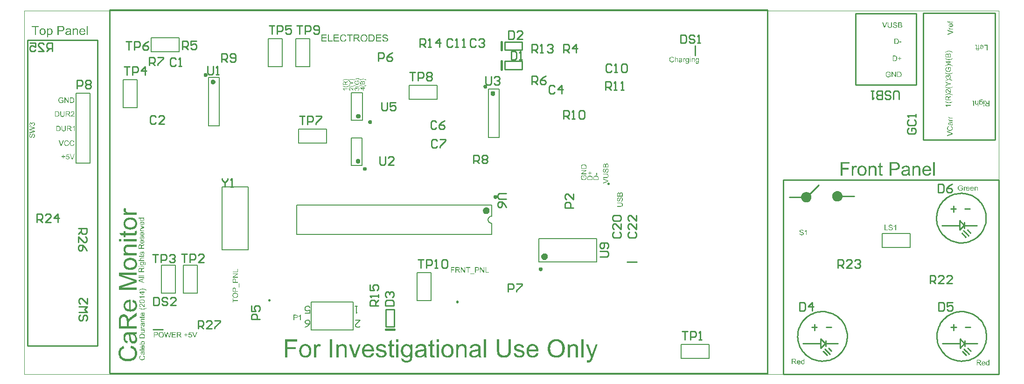
<source format=gto>
%FSTAX23Y23*%
%MOIN*%
%SFA1B1*%

%IPPOS*%
%ADD26C,0.015000*%
%ADD33C,0.039370*%
%ADD34C,0.010000*%
%ADD35C,0.001000*%
%ADD71C,0.015750*%
%ADD72C,0.023620*%
%ADD73C,0.007870*%
%ADD74C,0.008000*%
%LNcareboard_smd_ordered_kritikare-1*%
%LPD*%
G36*
X04016Y01455D02*
X03985Y01435D01*
X04016*
Y0143*
X03977*
Y01436*
X04007Y01456*
X03977*
Y01461*
X04016*
Y01455*
G37*
G36*
X03997Y01501D02*
X03998D01*
X03999Y01501*
X04Y01501*
X04001Y015*
X04003Y015*
X04004Y015*
X04004*
X04004Y015*
X04004Y015*
X04004Y015*
X04005Y01499*
X04006Y01499*
X04007Y01499*
X04008Y01498*
X04009Y01498*
X04009Y01497*
X0401Y01497*
X0401Y01497*
X0401Y01497*
X04011Y01496*
X04011Y01496*
X04012Y01495*
X04012Y01494*
X04013Y01494*
X04013Y01494*
X04013Y01493*
X04013Y01493*
X04014Y01492*
X04014Y01492*
X04014Y01491*
X04015Y0149*
X04015Y01489*
Y01489*
X04015Y01489*
X04015Y01488*
X04015Y01487*
X04015Y01487*
X04015Y01485*
X04015Y01484*
X04016Y01483*
Y01469*
X03977*
Y01482*
Y01482*
Y01483*
Y01483*
Y01483*
Y01484*
Y01484*
X03977Y01485*
X03977Y01486*
X03977Y01487*
X03977Y01488*
X03978Y01489*
Y01489*
X03978Y01489*
Y0149*
X03978Y0149*
X03978Y0149*
X03978Y01491*
X03979Y01492*
X03979Y01493*
X0398Y01494*
X0398Y01495*
Y01495*
X03981Y01495*
X03981Y01495*
X03981Y01496*
X03982Y01497*
X03983Y01497*
X03984Y01498*
X03986Y01499*
X03987Y01499*
X03987*
X03987Y01499*
X03987Y015*
X03988Y015*
X03988Y015*
X03989Y015*
X03989Y015*
X0399Y015*
X0399Y015*
X03991Y015*
X03993Y01501*
X03994Y01501*
X03996Y01501*
X03997*
X03997Y01501*
G37*
G36*
X02425Y02048D02*
X02433D01*
Y02044*
X02425*
Y0203*
X02421*
X024Y02045*
Y02048*
X02421*
Y02052*
X02425*
Y02048*
G37*
G36*
X0401Y01423D02*
X0401Y01423D01*
X0401Y01423*
X04011Y01422*
X04011Y01422*
X04011Y01422*
X04012Y01421*
X04013Y01419*
X04013Y01418*
X04014Y01417*
X04015Y01415*
Y01415*
X04015Y01415*
X04015Y01415*
X04015Y01415*
X04015Y01414*
X04015Y01414*
X04015Y01413*
X04015Y01413*
X04016Y01411*
X04016Y0141*
X04016Y01409*
X04016Y01407*
Y01407*
Y01407*
Y01407*
X04016Y01406*
Y01406*
X04016Y01405*
X04016Y01404*
X04016Y01404*
X04016Y01402*
X04015Y014*
X04015Y01399*
X04014Y01397*
X04014Y01397*
X04014Y01397*
X04014Y01396*
X04013Y01396*
X04013Y01396*
X04013Y01395*
X04012Y01394*
X04011Y01393*
X0401Y01392*
X04008Y01391*
X04007Y0139*
X04007*
X04007Y0139*
X04006Y0139*
X04006Y01389*
X04006Y01389*
X04005Y01389*
X04004Y01389*
X04004Y01389*
X04003Y01388*
X04002Y01388*
X04Y01388*
X03999Y01388*
X03996Y01388*
X03996*
X03996Y01388*
X03995*
X03994Y01388*
X03994Y01388*
X03993Y01388*
X03991Y01388*
X0399Y01389*
X03988Y01389*
X03986Y0139*
X03986*
X03986Y0139*
X03986Y0139*
X03985Y0139*
X03985Y01391*
X03984Y01391*
X03983Y01392*
X03982Y01393*
X03981Y01394*
X0398Y01395*
X03979Y01396*
X03979Y01397*
Y01397*
X03979Y01397*
X03979Y01397*
X03978Y01397*
X03978Y01398*
X03978Y01398*
X03978Y01399*
X03978Y01399*
X03977Y014*
X03977Y01401*
X03977Y01403*
X03977Y01405*
X03976Y01407*
Y01407*
Y01407*
Y01407*
Y01407*
X03976Y01408*
Y01408*
X03977Y01409*
X03977Y0141*
X03977Y01412*
X03977Y01413*
X03978Y01414*
Y01414*
X03978Y01414*
X03978Y01415*
X03978Y01415*
X03978Y01415*
X03979Y01416*
X03979Y01417*
X0398Y01418*
X03981Y01419*
X03982Y0142*
X03982Y0142*
X03982Y0142*
X03983Y0142*
X03983Y01421*
X03984Y01421*
X03985Y01422*
X03986Y01422*
X03988Y01422*
X03989Y01418*
X03989*
X03989Y01418*
X03989Y01418*
X03988Y01417*
X03987Y01417*
X03987Y01417*
X03986Y01417*
X03985Y01416*
X03984Y01416*
X03984Y01416*
X03984Y01415*
X03984Y01415*
X03984Y01415*
X03983Y01414*
X03983Y01414*
X03982Y01413*
X03982Y01412*
X03982Y01412*
X03982Y01412*
X03981Y01411*
X03981Y0141*
X03981Y0141*
X03981Y01409*
X03981Y01408*
X03981Y01407*
Y01407*
Y01407*
Y01406*
Y01406*
X03981Y01406*
X03981Y01405*
X03981Y01404*
X03981Y01403*
X03982Y01402*
X03982Y01401*
X03982Y01401*
X03982Y014*
X03982Y014*
X03983Y01399*
X03983Y01399*
X03984Y01398*
X03984Y01397*
X03985Y01397*
X03985Y01397*
X03985Y01396*
X03985Y01396*
X03986Y01396*
X03986Y01395*
X03987Y01395*
X03988Y01395*
X03988Y01394*
X03989*
X03989Y01394*
X03989Y01394*
X03989Y01394*
X03989Y01394*
X0399Y01394*
X03991Y01394*
X03992Y01393*
X03993Y01393*
X03995Y01393*
X03996Y01393*
X03997*
X03997Y01393*
X03997*
X03998Y01393*
X03999Y01393*
X03999Y01393*
X04001Y01393*
X04002Y01394*
X04003Y01394*
X04005Y01395*
X04005*
X04005Y01395*
X04005Y01395*
X04005Y01395*
X04006Y01395*
X04007Y01396*
X04008Y01397*
X04008Y01397*
X04009Y01398*
X0401Y014*
Y014*
X0401Y014*
X0401Y014*
X0401Y014*
X0401Y014*
X04011Y01401*
X04011Y01402*
X04011Y01403*
X04011Y01404*
X04012Y01405*
X04012Y01407*
Y01407*
Y01407*
Y01407*
Y01407*
X04012Y01408*
X04011Y01409*
X04011Y0141*
X04011Y01411*
X04011Y01412*
X0401Y01413*
Y01413*
X0401Y01413*
X0401Y01414*
X0401Y01414*
X0401Y01414*
X0401Y01415*
X04009Y01416*
X04009Y01417*
X04008Y01417*
X04008Y01418*
X04*
Y01407*
X03996*
Y01423*
X0401*
X0401Y01423*
G37*
G36*
X04084Y01419D02*
X04085D01*
X04086Y01419*
X04087Y01419*
X04088Y01419*
X0409Y01419*
X04091Y01418*
X04091*
X04091Y01418*
X04091Y01418*
X04091Y01418*
X04092Y01418*
X04093Y01417*
X04094Y01417*
X04095Y01417*
X04096Y01416*
X04097Y01416*
X04097Y01415*
X04097Y01415*
X04097Y01415*
X04098Y01414*
X04098Y01414*
X04099Y01413*
X04099Y01413*
X041Y01412*
X041Y01412*
X041Y01412*
X041Y01411*
X04101Y01411*
X04101Y0141*
X04101Y01409*
X04102Y01408*
X04102Y01407*
Y01407*
X04102Y01407*
X04102Y01406*
X04102Y01406*
X04102Y01405*
X04102Y01404*
X04102Y01403*
X04103Y01401*
Y01388*
X04064*
Y01401*
Y01401*
Y01401*
Y01401*
Y01401*
Y01402*
Y01402*
X04064Y01403*
X04064Y01404*
X04064Y01405*
X04065Y01407*
X04065Y01408*
Y01408*
X04065Y01408*
Y01408*
X04065Y01408*
X04065Y01409*
X04065Y01409*
X04066Y0141*
X04066Y01411*
X04067Y01412*
X04067Y01413*
Y01413*
X04068Y01413*
X04068Y01414*
X04068Y01414*
X04069Y01415*
X0407Y01416*
X04071Y01416*
X04073Y01417*
X04074Y01418*
X04074*
X04074Y01418*
X04074Y01418*
X04075Y01418*
X04075Y01418*
X04076Y01418*
X04076Y01418*
X04077Y01418*
X04077Y01419*
X04078Y01419*
X0408Y01419*
X04081Y01419*
X04083Y01419*
X04084*
X04084Y01419*
G37*
G36*
X06857Y01917D02*
X06853D01*
Y01922*
X06857*
Y01917*
G37*
G36*
X04091Y01424D02*
X04086D01*
Y01438*
X04091*
Y01424*
G37*
G36*
X02309Y02038D02*
X02283D01*
X02284Y02038*
X02284Y02038*
X02284Y02037*
X02284Y02037*
X02285Y02036*
X02285Y02036*
X02286Y02035*
X02286Y02034*
Y02034*
X02286Y02034*
X02286Y02034*
X02287Y02033*
X02287Y02033*
X02287Y02032*
X02288Y02031*
X02288Y02031*
X02288Y0203*
X02284*
Y0203*
X02284Y0203*
X02284Y0203*
X02284Y0203*
X02284Y02031*
X02284Y02031*
X02283Y02032*
X02283Y02033*
X02282Y02034*
X02281Y02035*
X02281Y02036*
X02281Y02036*
X02281Y02036*
X0228Y02036*
X0228Y02036*
X02279Y02037*
X02279Y02038*
X02278Y02038*
X02277Y02039*
X02276Y02039*
Y02042*
X02309*
Y02038*
G37*
G36*
X02442Y02065D02*
X02442Y02065D01*
X02442Y02065*
X02441Y02064*
X02441Y02064*
X02441Y02064*
X0244Y02064*
X0244Y02063*
X02439Y02063*
X02439Y02062*
X02438Y02062*
X02437Y02062*
X02436Y02061*
X02434Y0206*
X02432Y02059*
X02432*
X02432Y02059*
X02432Y02059*
X02431Y02059*
X02431Y02059*
X0243Y02059*
X0243Y02058*
X02429Y02058*
X02428Y02058*
X02427Y02058*
X02426Y02058*
X02425Y02057*
X02423Y02057*
X02422Y02057*
X02421Y02057*
X0242*
X0242Y02057*
X0242*
X02419Y02057*
X02418Y02057*
X02418Y02057*
X02417Y02057*
X02416Y02057*
X02414Y02058*
X02413Y02058*
X02411Y02059*
X02411Y02059*
X02411Y02059*
X0241Y02059*
X0241Y02059*
X02409Y02059*
X02409Y02059*
X02408Y0206*
X02407Y0206*
X02407Y02061*
X02406Y02061*
X02405Y02061*
X02404Y02062*
X02403Y02063*
X02402Y02063*
X02401Y02064*
X02401Y02064*
Y02063*
X02401Y02063*
X024Y02063*
X024Y02063*
X024Y02063*
X02399Y02063*
X02399Y02062*
X02398Y02062*
X02398Y02061*
X02397Y02061*
X02396Y02061*
X02396Y0206*
X02395Y0206*
X02393Y02059*
X02391Y02058*
X02391*
X02391Y02058*
X0239Y02058*
X0239Y02058*
X0239Y02057*
X02389Y02057*
X02388Y02057*
X02387Y02057*
X02387Y02057*
X02386Y02056*
X02385Y02056*
X02384Y02056*
X02382Y02056*
X02381Y02056*
X0238Y02056*
X02379*
X02379Y02056*
X02378*
X02378Y02056*
X02377Y02056*
X02376Y02056*
X02376Y02056*
X02375Y02056*
X02373Y02056*
X02371Y02057*
X0237Y02057*
X0237Y02057*
X02369Y02057*
X02369Y02057*
X02369Y02058*
X02368Y02058*
X02368Y02058*
X02367Y02058*
X02366Y02059*
X02365Y02059*
X02364Y0206*
X02364Y0206*
X02363Y02061*
X02362Y02061*
X02361Y02062*
X0236Y02063*
X02359Y02063*
Y02063*
X02359Y02063*
X02358Y02063*
X02358Y02063*
X02357Y02062*
X02357Y02062*
X02356Y02062*
X02355Y02061*
X02354Y02061*
X02353Y0206*
X02352Y02059*
X0235Y02058*
X0235*
X02349Y02058*
X02349Y02058*
X02349Y02058*
X02348Y02058*
X02348Y02058*
X02347Y02058*
X02346Y02057*
X02345Y02057*
X02344Y02057*
X02344Y02057*
X02343Y02057*
X0234Y02056*
X02339Y02056*
X02338Y02056*
X02338*
X02337Y02056*
X02337*
X02336Y02056*
X02336Y02056*
X02335Y02056*
X02334Y02056*
X02334Y02057*
X02332Y02057*
X0233Y02057*
X02328Y02058*
X02328Y02058*
X02328Y02058*
X02328Y02058*
X02327Y02058*
X02327Y02058*
X02326Y02059*
X02326Y02059*
X02325Y02059*
X02324Y0206*
X02323Y0206*
X02322Y02061*
X02321Y02061*
X0232Y02062*
X02319Y02063*
X02318Y02063*
X02317Y02064*
Y02067*
X02317Y02067*
X02317Y02067*
X02318Y02067*
X02318Y02066*
X02318Y02066*
X02319Y02066*
X0232Y02065*
X02321Y02065*
X02322Y02064*
X02323Y02064*
X02323Y02063*
X02324Y02063*
X02324*
X02324Y02063*
X02324Y02063*
X02324Y02063*
X02325Y02063*
X02325Y02063*
X02326Y02063*
X02327Y02062*
X02328Y02062*
X02329Y02061*
X0233Y02061*
X0233*
X0233Y02061*
X02331Y02061*
X02331Y02061*
X02331Y02061*
X02332Y02061*
X02332Y02061*
X02333Y02061*
X02334Y02061*
X02335Y0206*
X02337Y0206*
X02338Y0206*
X02339*
X02339Y0206*
X0234*
X0234Y0206*
X02341Y0206*
X02342Y02061*
X02343Y02061*
X02345Y02061*
X02346Y02061*
X02348Y02062*
X0235Y02062*
X02352Y02063*
X02353Y02064*
X02355Y02065*
X02357Y02066*
X02359Y02067*
Y02066*
X02359Y02066*
X0236Y02066*
X0236Y02065*
X02361Y02065*
X02362Y02064*
X02363Y02064*
X02364Y02063*
X02365Y02063*
X02365Y02063*
X02365*
X02365Y02063*
X02365Y02063*
X02366Y02062*
X02366Y02062*
X02366Y02062*
X02367Y02062*
X02368Y02062*
X02369Y02061*
X0237Y02061*
X02371Y02061*
X02371*
X02372Y02061*
X02372Y02061*
X02372Y0206*
X02372Y0206*
X02373Y0206*
X02373Y0206*
X02374Y0206*
X02375Y0206*
X02377Y0206*
X02378Y0206*
X0238Y0206*
X0238*
X0238Y0206*
X02381*
X02381Y0206*
X02382Y0206*
X02383Y0206*
X02385Y0206*
X02386Y02061*
X02388Y02061*
X02389Y02061*
X02391Y02062*
X02393Y02062*
X02395Y02063*
X02397Y02064*
X02399Y02065*
X024Y02066*
Y02068*
X024Y02068*
X024Y02067*
X024Y02067*
X02401Y02067*
X02401Y02067*
X02401Y02067*
X02402Y02066*
X02404Y02066*
X02405Y02065*
X02406Y02064*
X02406Y02064*
X02406Y02064*
X02406*
X02407Y02064*
X02407Y02064*
X02407Y02064*
X02407Y02064*
X02408Y02064*
X02408Y02063*
X02409Y02063*
X0241Y02063*
X02412Y02062*
X02413Y02062*
X02413*
X02413Y02062*
X02413Y02062*
X02413Y02062*
X02414Y02062*
X02414Y02062*
X02415Y02062*
X02415Y02062*
X02416Y02061*
X02418Y02061*
X02419Y02061*
X02421Y02061*
X02421*
X02422Y02061*
X02422*
X02423Y02061*
X02424Y02061*
X02425Y02061*
X02426Y02062*
X02427Y02062*
X02429Y02062*
X02431Y02063*
X02432Y02063*
X02434Y02064*
X02436Y02065*
X02438Y02065*
X0244Y02066*
X02442Y02068*
Y02065*
G37*
G36*
X02336Y02085D02*
X0235D01*
Y02081*
X02336*
X02318Y02068*
Y02074*
X02328Y0208*
X02328*
X02328Y0208*
X02328Y0208*
X02328Y0208*
X02329Y02081*
X02329Y02081*
X0233Y02081*
X02331Y02082*
X02332Y02083*
X02333Y02083*
X02333*
X02333Y02083*
X02333Y02083*
X02333Y02083*
X02332Y02084*
X02331Y02084*
X0233Y02085*
X02329Y02085*
X02328Y02086*
X02327Y02087*
X02318Y02093*
Y02098*
X02336Y02085*
G37*
G36*
X0682Y0233D02*
X06824D01*
Y02327*
X0682*
Y02324*
Y02324*
Y02324*
Y02323*
X0682Y02323*
Y02322*
X0682Y02322*
X0682Y02321*
X0682Y0232*
X0682Y0232*
X0682Y0232*
X06819Y02319*
X06819Y02319*
X06819Y02319*
X06819Y02318*
X06818Y02318*
X06818Y02317*
X06817Y02317*
X06817Y02317*
X06817Y02316*
X06817Y02316*
X06816Y02316*
X06815Y02316*
X06814Y02316*
X06814Y02315*
X06812Y02315*
X06812*
X06811Y02315*
X0681Y02316*
X0681Y02316*
X06809Y02316*
X06808Y02316*
X06809Y0232*
X06809*
X06809Y0232*
X06809Y0232*
X0681Y0232*
X0681*
X06811Y0232*
X06812Y0232*
X06812*
X06812Y0232*
X06813Y0232*
X06813Y0232*
X06814Y0232*
X06814Y0232*
X06815Y02321*
X06815Y02321*
X06815Y02321*
X06815Y02321*
X06815Y02321*
X06815Y02322*
X06815Y02323*
X06815Y02323*
X06815Y02324*
Y02327*
X0681*
Y0233*
X06815*
Y02355*
X0682*
Y0233*
G37*
G36*
X02318Y0206D02*
X02318Y0206D01*
X02318Y0206*
X02318Y0206*
X02317Y0206*
X02317Y0206*
X02316Y02059*
X02316Y02059*
X02315Y02059*
X02315Y02058*
X02314Y02058*
X02313Y02057*
X02312Y02057*
X0231Y02056*
X02308Y02055*
X02308*
X02308Y02055*
X02308Y02055*
X02307Y02055*
X02307Y02054*
X02306Y02054*
X02306Y02054*
X02305Y02054*
X02304Y02054*
X02303Y02053*
X02302Y02053*
X02301Y02053*
X02299Y02053*
X02298Y02053*
X02297Y02053*
X02296*
X02296Y02053*
X02296*
X02295Y02053*
X02294Y02053*
X02294Y02053*
X02293Y02053*
X02292Y02053*
X02291Y02053*
X02289Y02054*
X02287Y02054*
X02287Y02054*
X02287Y02054*
X02286Y02055*
X02286Y02055*
X02286Y02055*
X02285Y02055*
X02284Y02055*
X02284Y02056*
X02283Y02056*
X02282Y02057*
X02281Y02057*
X0228Y02058*
X02279Y02058*
X02278Y02059*
X02277Y0206*
X02276Y0206*
Y02063*
X02276Y02063*
X02276Y02063*
X02276Y02063*
X02277Y02063*
X02277Y02063*
X02278Y02062*
X02279Y02062*
X0228Y02061*
X02281Y02061*
X02282Y0206*
X02282Y0206*
X02283Y0206*
X02283*
X02283Y0206*
X02283Y0206*
X02283Y02059*
X02283Y02059*
X02284Y02059*
X02284Y02059*
X02285Y02059*
X02286Y02058*
X02288Y02058*
X02289Y02058*
X02289*
X02289Y02058*
X02289Y02058*
X02289Y02057*
X0229Y02057*
X0229Y02057*
X02291Y02057*
X02291Y02057*
X02293Y02057*
X02294Y02057*
X02295Y02057*
X02297Y02057*
X02297*
X02298Y02057*
X02298*
X02299Y02057*
X023Y02057*
X02301Y02057*
X02302Y02057*
X02304Y02058*
X02305Y02058*
X02307Y02058*
X02308Y02059*
X0231Y02059*
X02312Y0206*
X02314Y02061*
X02316Y02062*
X02318Y02063*
Y0206*
G37*
G36*
X0684Y02355D02*
X06841Y02355D01*
X06841Y02355*
X06842Y02355*
X06843Y02355*
X06844Y02354*
X06845Y02354*
X06846Y02354*
X06847Y02353*
X06848Y02353*
X06848Y02352*
X06849Y02351*
X06849Y02351*
X06849Y02351*
X06849Y02351*
X0685Y02351*
X0685Y0235*
X0685Y0235*
X0685Y02349*
X06851Y02349*
X06851Y02348*
X06851Y02347*
X06852Y02346*
X06852Y02345*
X06852Y02344*
X06852Y02343*
X06853Y02342*
X06853Y02341*
Y02341*
Y02341*
Y0234*
X06853Y0234*
X06852Y02339*
X06852Y02338*
X06852Y02338*
X06852Y02337*
X06852Y02335*
X06851Y02334*
X06851Y02333*
X06851Y02332*
X0685Y02332*
X0685Y02331*
X06849Y0233*
X06849Y0233*
X06849Y0233*
X06849Y0233*
X06848Y02329*
X06848Y02329*
X06848Y02329*
X06847Y02328*
X06847Y02328*
X06846Y02328*
X06845Y02327*
X06844Y02327*
X06844Y02327*
X06843Y02326*
X06842Y02326*
X06841Y02326*
X0684Y02326*
X06839*
X06839Y02326*
X06838Y02326*
X06838Y02326*
X06837Y02326*
X06836Y02326*
X06835Y02327*
X06834Y02327*
X06833Y02328*
X06833Y02328*
X06832Y02329*
X06831Y02329*
X06831Y0233*
X0683Y0233*
X0683Y0233*
X0683Y0233*
X0683Y02331*
X0683Y02331*
X06829Y02331*
X06829Y02332*
X06829Y02333*
X06828Y02333*
X06828Y02334*
X06828Y02335*
X06828Y02336*
X06827Y02337*
X06827Y02338*
X06827Y02339*
X06827Y02341*
Y02341*
Y02341*
Y02341*
X06827Y02342*
X06848*
Y02342*
Y02342*
X06848Y02342*
Y02343*
X06848Y02343*
X06848Y02343*
X06847Y02344*
X06847Y02346*
X06847Y02347*
X06846Y02348*
X06845Y02349*
X06845Y02349*
X06845Y02349*
X06844Y0235*
X06844Y0235*
X06843Y02351*
X06842Y02351*
X06841Y02351*
X06839Y02351*
X06839*
X06838Y02351*
X06838Y02351*
X06837Y02351*
X06836Y02351*
X06836Y0235*
X06835Y0235*
X06835Y0235*
X06835Y0235*
X06834Y02349*
X06834Y02349*
X06833Y02348*
X06833Y02347*
X06832Y02347*
X06832Y02345*
X06827Y02346*
Y02346*
X06827Y02346*
X06827Y02347*
X06827Y02347*
X06828Y02347*
X06828Y02348*
X06828Y02349*
X06829Y0235*
X06829Y02351*
X0683Y02352*
X06831Y02353*
X06831*
X06832Y02353*
X06832Y02353*
X06832Y02353*
X06832Y02353*
X06833Y02354*
X06833Y02354*
X06834Y02354*
X06835Y02354*
X06836Y02355*
X06838Y02355*
X06839Y02355*
X0684*
X0684Y02355*
G37*
G36*
X0235Y0203D02*
X02349D01*
X02349Y0203*
X02349Y0203*
X02348Y0203*
X02348Y0203*
X02347Y0203*
X02347*
X02347Y0203*
X02347Y0203*
X02346Y02031*
X02346Y02031*
X02345Y02031*
X02344Y02032*
X02344Y02032*
X02343Y02033*
X02343*
X02343Y02033*
X02343Y02033*
X02342Y02034*
X02342Y02034*
X02341Y02035*
X0234Y02036*
X02339Y02037*
X02338Y02038*
X02338Y02038*
X02338Y02038*
X02338Y02039*
X02337Y02039*
X02337Y02039*
X02337Y0204*
X02336Y02041*
X02335Y02042*
X02333Y02043*
X02333Y02044*
X02332Y02044*
X02332Y02045*
X02331Y02045*
X02331*
X02331Y02045*
X02331Y02045*
X02331Y02045*
X0233Y02046*
X0233Y02046*
X02329Y02046*
X02328Y02047*
X02327Y02047*
X02326Y02047*
X02326*
X02326Y02047*
X02326Y02047*
X02325Y02047*
X02325Y02047*
X02324Y02046*
X02323Y02046*
X02323Y02045*
X02322Y02045*
X02322Y02045*
X02322Y02045*
X02322Y02044*
X02321Y02044*
X02321Y02043*
X02321Y02042*
X02321Y02041*
Y02041*
Y02041*
Y02041*
X02321Y0204*
X02321Y0204*
X02321Y02039*
X02321Y02039*
X02322Y02038*
X02322Y02037*
X02323Y02036*
X02323Y02036*
X02323Y02036*
X02323Y02036*
X02324Y02036*
X02325Y02035*
X02325Y02035*
X02326Y02035*
X02327Y02035*
X02327Y02031*
X02327*
X02326Y02031*
X02326Y02031*
X02326Y02031*
X02325Y02031*
X02324Y02031*
X02323Y02032*
X02322Y02032*
X02321Y02033*
X02321Y02033*
X0232Y02034*
X0232Y02034*
X0232Y02034*
X0232Y02034*
X0232Y02034*
X0232Y02034*
X02319Y02035*
X02319Y02035*
X02319Y02036*
X02319Y02036*
X02318Y02037*
X02318Y02037*
X02318Y02038*
X02318Y02039*
X02318Y0204*
X02318Y02041*
Y02041*
Y02041*
Y02041*
X02318Y02042*
X02318Y02042*
X02318Y02043*
X02318Y02043*
X02318Y02044*
X02318Y02045*
X02319Y02046*
X02319Y02047*
X02319Y02047*
X0232Y02048*
X0232Y02048*
X0232Y02048*
X0232Y02048*
X0232Y02049*
X02321Y02049*
X02321Y02049*
X02321Y02049*
X02322Y0205*
X02323Y0205*
X02324Y02051*
X02325Y02051*
X02326Y02051*
X02327Y02051*
X02327*
X02327Y02051*
X02328Y02051*
X02328Y02051*
X02329Y02051*
X0233Y02051*
X0233Y0205*
X02331Y0205*
X02331Y0205*
X02331Y0205*
X02332Y0205*
X02332Y02049*
X02333Y02049*
X02334Y02048*
X02334Y02048*
X02334Y02048*
X02335Y02047*
X02335Y02047*
X02335Y02047*
X02336Y02046*
X02336Y02046*
X02337Y02045*
X02337Y02045*
X02338Y02044*
X02338Y02044*
X02339Y02043*
X02339Y02042*
X0234Y02042*
X0234Y02042*
X0234Y02041*
X0234Y02041*
X0234Y02041*
X02341Y0204*
X02342Y0204*
X02342Y02039*
X02343Y02038*
X02344Y02038*
X02344Y02037*
X02344Y02037*
X02344Y02037*
X02344Y02037*
X02344Y02037*
X02345Y02036*
X02345Y02036*
X02346Y02035*
Y02051*
X0235*
Y0203*
G37*
G36*
X02382Y02051D02*
X02383Y02051D01*
X02383Y02051*
X02384Y02051*
X02384Y0205*
X02385Y0205*
X02386Y0205*
X02387Y0205*
X02387Y02049*
X02388Y02049*
X02388Y02048*
X02389Y02048*
X02389Y02048*
X02389Y02048*
X02389Y02047*
X02389Y02047*
X0239Y02047*
X0239Y02047*
X0239Y02046*
X0239Y02046*
X02391Y02045*
X02391Y02045*
X02391Y02044*
X02391Y02043*
X02391Y02042*
X02392Y02042*
X02392Y02041*
X02392Y0204*
Y0204*
Y0204*
Y0204*
X02392Y02039*
X02392Y02039*
X02392Y02039*
X02392Y02038*
X02391Y02038*
X02391Y02036*
X02391Y02035*
X0239Y02035*
X0239Y02034*
X0239Y02034*
X02389Y02033*
X02389Y02033*
X02389Y02033*
X02389Y02033*
X02389Y02033*
X02389Y02032*
X02388Y02032*
X02388Y02032*
X02387Y02032*
X02387Y02031*
X02385Y02031*
X02384Y0203*
X02383Y0203*
X02383Y0203*
X02382Y02034*
X02382*
X02382Y02034*
X02383*
X02383Y02034*
X02383Y02034*
X02384Y02034*
X02385Y02035*
X02386Y02035*
X02386Y02036*
X02387Y02036*
X02387Y02036*
X02387Y02036*
X02387Y02037*
X02388Y02037*
X02388Y02038*
X02388Y02038*
X02388Y02039*
X02388Y0204*
Y0204*
Y0204*
Y0204*
X02388Y02041*
X02388Y02041*
X02388Y02042*
X02388Y02042*
X02388Y02043*
X02387Y02044*
X02387Y02045*
X02386Y02045*
X02386Y02045*
X02386Y02045*
X02385Y02046*
X02385Y02046*
X02384Y02046*
X02383Y02047*
X02382Y02047*
X02382*
X02381Y02047*
X02381Y02047*
X0238Y02046*
X0238Y02046*
X02379Y02046*
X02378Y02045*
X02377Y02045*
X02377Y02045*
X02377Y02045*
X02377Y02044*
X02376Y02044*
X02376Y02043*
X02376Y02042*
X02376Y02041*
X02376Y0204*
Y0204*
Y0204*
Y0204*
X02376Y0204*
X02376Y02039*
X02376Y02039*
X02376Y02038*
X02376Y02038*
X02372Y02038*
Y02038*
Y02038*
X02373Y02038*
Y02039*
Y02039*
Y02039*
Y02039*
Y02039*
X02372Y0204*
X02372Y0204*
X02372Y02041*
X02372Y02042*
X02372Y02042*
X02371Y02043*
X02371Y02043*
X02371Y02044*
X02371Y02044*
X0237Y02044*
X0237Y02045*
X02369Y02045*
X02368Y02045*
X02367Y02045*
X02367*
X02366Y02045*
X02366Y02045*
X02365Y02045*
X02365Y02045*
X02364Y02044*
X02364Y02044*
X02364Y02044*
X02363Y02044*
X02363Y02043*
X02363Y02043*
X02363Y02042*
X02362Y02042*
X02362Y02041*
X02362Y0204*
Y0204*
Y0204*
Y0204*
X02362Y02039*
X02362Y02039*
X02363Y02038*
X02363Y02037*
X02363Y02037*
X02364Y02036*
X02364Y02036*
X02364Y02036*
X02364Y02036*
X02365Y02035*
X02365Y02035*
X02366Y02035*
X02367Y02034*
X02368Y02034*
X02367Y0203*
X02367*
X02367Y0203*
X02367Y0203*
X02367Y0203*
X02366Y02031*
X02366Y02031*
X02365Y02031*
X02364Y02031*
X02363Y02032*
X02362Y02033*
X02361Y02034*
X02361Y02034*
X02361Y02034*
X02361Y02034*
X02361Y02034*
X02361Y02034*
X0236Y02035*
X0236Y02035*
X0236Y02036*
X02359Y02037*
X02359Y02039*
X02359Y02039*
Y0204*
Y0204*
Y0204*
Y0204*
Y0204*
X02359Y02041*
X02359Y02041*
X02359Y02042*
X02359Y02043*
X0236Y02044*
X0236Y02045*
Y02045*
X0236Y02045*
X0236Y02045*
X02361Y02045*
X02361Y02046*
X02361Y02046*
X02362Y02047*
X02363Y02048*
X02363Y02048*
X02363Y02048*
X02364Y02048*
X02364Y02048*
X02364Y02049*
X02365Y02049*
X02366Y02049*
X02366Y02049*
X02367Y02049*
X02368*
X02368Y02049*
X02369Y02049*
X02369Y02049*
X0237Y02049*
X0237Y02049*
X02371Y02048*
X02371Y02048*
X02371Y02048*
X02372Y02048*
X02372Y02047*
X02372Y02047*
X02373Y02046*
X02373Y02046*
X02374Y02045*
Y02045*
X02374Y02045*
Y02045*
X02374Y02045*
X02374Y02046*
X02374Y02046*
X02375Y02047*
X02375Y02048*
X02376Y02049*
X02377Y02049*
X02377Y02049*
X02377Y02049*
X02377Y0205*
X02378Y0205*
X02379Y0205*
X0238Y02051*
X02381Y02051*
X02382Y02051*
X02382*
X02382Y02051*
G37*
G36*
X04043Y0144D02*
X04053D01*
Y01435*
X04043*
Y01425*
X04038*
Y01435*
X04028*
Y0144*
X04038*
Y0145*
X04043*
Y0144*
G37*
G36*
X06816Y01917D02*
X06811D01*
Y01931*
X06811Y01931*
X06811Y01931*
X06811Y0193*
X0681Y0193*
X0681Y0193*
X0681Y0193*
X06809Y01929*
X06809Y01929*
X06808Y01929*
X06808Y01928*
X06806Y01928*
X06805Y01927*
X06804Y01927*
X06804Y01927*
X06803Y01927*
X06802*
X06802Y01927*
X06801Y01927*
X068Y01927*
X06799Y01928*
X06798Y01928*
X06797Y01928*
X06797Y01928*
X06797Y01928*
X06797Y01929*
X06796Y01929*
X06796Y0193*
X06795Y0193*
X06794Y01931*
X06794Y01932*
X06794Y01932*
X06794Y01932*
X06794Y01933*
X06794Y01933*
X06793Y01934*
X06793Y01935*
X06793Y01936*
X06793Y01938*
Y01956*
X06798*
Y01938*
Y01938*
Y01938*
Y01937*
Y01937*
X06798Y01937*
X06798Y01936*
X06798Y01935*
X06798Y01934*
X06799Y01933*
X06799Y01933*
X06799Y01933*
X068Y01932*
X068Y01932*
X06801Y01932*
X06801Y01932*
X06802Y01931*
X06803Y01931*
X06804Y01931*
X06804*
X06804Y01931*
X06805Y01931*
X06806Y01931*
X06806Y01932*
X06807Y01932*
X06808Y01932*
X06808Y01932*
X06808Y01932*
X06808Y01933*
X06809Y01933*
X06809Y01933*
X0681Y01934*
X0681Y01935*
X0681Y01935*
X0681Y01935*
X0681Y01935*
X0681Y01936*
X06811Y01936*
X06811Y01937*
X06811Y01938*
X06811Y01939*
X06811Y0194*
Y01956*
X06816*
Y01917*
G37*
G36*
X00266Y01634D02*
X0026D01*
X00245Y01672*
X00251*
X00261Y01644*
Y01644*
X00261Y01644*
X00261Y01644*
X00261Y01643*
X00261Y01643*
X00262Y01642*
X00262Y01641*
X00262Y0164*
X00263Y01638*
Y01638*
X00263Y01638*
X00263Y01638*
X00263Y01638*
X00263Y01639*
X00264Y0164*
X00264Y01641*
X00264Y01642*
X00265Y01643*
X00265Y01644*
X00275Y01672*
X00281*
X00266Y01634*
G37*
G36*
X00303Y01673D02*
X00303Y01672D01*
X00304Y01672*
X00305Y01672*
X00305Y01672*
X00307Y01672*
X00308Y01671*
X00309Y01671*
X0031Y01671*
X00311Y0167*
X00312Y0167*
X00312Y0167*
X00312Y01669*
X00312Y01669*
X00312Y01669*
X00312Y01669*
X00313Y01668*
X00313Y01668*
X00314Y01667*
X00314Y01667*
X00315Y01666*
X00315Y01666*
X00316Y01665*
X00316Y01664*
X00316Y01663*
X00317Y01661*
X00312Y0166*
Y0166*
X00312Y0166*
X00312Y01661*
X00312Y01661*
X00312Y01661*
X00311Y01662*
X00311Y01663*
X0031Y01664*
X0031Y01665*
X00309Y01666*
X00308Y01666*
X00308Y01666*
X00308Y01667*
X00307Y01667*
X00306Y01667*
X00305Y01668*
X00304Y01668*
X00303Y01668*
X00302Y01668*
X00301*
X00301Y01668*
X00301*
X003Y01668*
X00299Y01668*
X00298Y01668*
X00297Y01667*
X00296Y01667*
X00294Y01666*
X00294*
X00294Y01666*
X00294Y01666*
X00293Y01665*
X00293Y01665*
X00292Y01664*
X00291Y01663*
X00291Y01662*
X0029Y0166*
Y0166*
X0029Y0166*
X0029Y0166*
X0029Y0166*
X0029Y01659*
X0029Y01659*
X0029Y01658*
X00289Y01657*
X00289Y01656*
X00289Y01654*
X00289Y01653*
Y01653*
Y01653*
Y01653*
Y01652*
X00289Y01652*
Y01651*
X00289Y01651*
X00289Y0165*
X00289Y01649*
X0029Y01647*
X0029Y01646*
X0029Y01644*
Y01644*
X0029Y01644*
X00291Y01644*
X00291Y01644*
X00291Y01643*
X00291Y01642*
X00292Y01641*
X00293Y01641*
X00294Y0164*
X00295Y01639*
X00295*
X00295Y01639*
X00295Y01639*
X00295Y01639*
X00296Y01638*
X00297Y01638*
X00298Y01638*
X00299Y01637*
X003Y01637*
X00301Y01637*
X00302*
X00302Y01637*
X00302*
X00303Y01637*
X00304Y01637*
X00305Y01638*
X00306Y01638*
X00307Y01639*
X00309Y0164*
X00309Y0164*
X00309Y0164*
X00309Y0164*
X0031Y01641*
X0031Y01641*
X00311Y01643*
X00312Y01644*
X00312Y01645*
X00313Y01647*
X00318Y01646*
Y01646*
X00318Y01645*
X00318Y01645*
X00317Y01645*
X00317Y01644*
X00317Y01644*
X00317Y01643*
X00316Y01642*
X00316Y01641*
X00315Y01639*
X00313Y01637*
X00313Y01637*
X00312Y01636*
X00312Y01636*
X00312Y01636*
X00311Y01636*
X00311Y01636*
X00311Y01635*
X0031Y01635*
X0031Y01635*
X00309Y01634*
X00308Y01634*
X00308Y01634*
X00307Y01634*
X00306Y01633*
X00304Y01633*
X00303Y01633*
X00302Y01633*
X00301*
X00301Y01633*
X003*
X003Y01633*
X00299Y01633*
X00298Y01633*
X00297Y01634*
X00295Y01634*
X00293Y01635*
X00292Y01635*
X00292Y01635*
X00292Y01635*
X00291Y01635*
X00291Y01636*
X00291Y01636*
X0029Y01636*
X00289Y01637*
X00289Y01638*
X00288Y0164*
X00287Y01641*
X00286Y01643*
Y01643*
X00286Y01643*
X00286Y01643*
X00285Y01644*
X00285Y01644*
X00285Y01645*
X00285Y01645*
X00285Y01646*
X00285Y01646*
X00284Y01647*
X00284Y01649*
X00284Y01651*
X00284Y01653*
Y01653*
Y01653*
Y01654*
X00284Y01654*
Y01655*
X00284Y01655*
X00284Y01656*
X00284Y01657*
X00284Y01658*
X00285Y0166*
X00285Y01662*
X00286Y01663*
Y01664*
X00286Y01664*
X00286Y01664*
X00286Y01664*
X00287Y01665*
X00287Y01665*
X00288Y01666*
X00289Y01667*
X0029Y01668*
X00291Y01669*
X00293Y0167*
X00293*
X00293Y0167*
X00293Y0167*
X00293Y01671*
X00294Y01671*
X00294Y01671*
X00295Y01671*
X00295Y01671*
X00296Y01672*
X00297Y01672*
X00298Y01672*
X003Y01672*
X00302Y01673*
X00302*
X00303Y01673*
G37*
G36*
X00295Y01754D02*
Y01754D01*
Y01753*
Y01753*
Y01753*
X00295Y01752*
Y01752*
X00295Y01751*
X00295Y0175*
X00295Y01749*
X00295Y01747*
X00295Y01746*
X00294Y01745*
Y01744*
X00294Y01744*
X00294Y01744*
X00294Y01744*
X00294Y01743*
X00293Y01743*
X00292Y01742*
X00292Y01741*
X00291Y0174*
X00289Y01739*
X00289*
X00289Y01739*
X00289Y01739*
X00289Y01739*
X00288Y01738*
X00288Y01738*
X00288Y01738*
X00287Y01738*
X00286Y01738*
X00286Y01738*
X00285Y01737*
X00284Y01737*
X00282Y01737*
X0028Y01737*
X0028*
X0028Y01737*
X00279*
X00279Y01737*
X00278Y01737*
X00277Y01737*
X00276Y01737*
X00274Y01738*
X00273Y01738*
X00272Y01739*
X00272*
X00271Y01739*
X00271Y01739*
X00271Y01739*
X0027Y01739*
X0027Y0174*
X00269Y01741*
X00268Y01742*
X00267Y01743*
X00267Y01744*
Y01744*
X00267Y01744*
X00267Y01744*
X00267Y01745*
X00266Y01745*
X00266Y01746*
X00266Y01746*
X00266Y01747*
X00266Y01747*
X00266Y01748*
X00266Y01749*
X00266Y0175*
X00265Y01751*
X00265Y01752*
X00265Y01753*
Y01754*
Y01776*
X0027*
Y01754*
Y01754*
Y01753*
Y01753*
Y01753*
Y01752*
X0027Y01752*
X00271Y01751*
X00271Y0175*
X00271Y01749*
X00271Y01747*
X00271Y01747*
X00271Y01746*
X00271Y01746*
X00271Y01746*
X00272Y01746*
X00272Y01745*
X00272Y01744*
X00273Y01744*
X00274Y01743*
X00274Y01743*
X00275Y01743*
X00275Y01742*
X00275Y01742*
X00276Y01742*
X00277Y01742*
X00278Y01742*
X00279Y01741*
X0028Y01741*
X00281*
X00281Y01741*
X00281*
X00282Y01742*
X00283Y01742*
X00284Y01742*
X00286Y01742*
X00287Y01743*
X00288Y01743*
X00288Y01744*
Y01744*
X00288Y01744*
X00288Y01744*
X00288Y01744*
X00289Y01745*
X00289Y01745*
X00289Y01746*
X00289Y01746*
X00289Y01747*
X0029Y01747*
X0029Y01748*
X0029Y01749*
X0029Y0175*
X0029Y01751*
X0029Y01752*
Y01754*
Y01776*
X00295*
Y01754*
G37*
G36*
X00242Y01776D02*
X00243Y01776D01*
X00244Y01776*
X00246Y01776*
X00247Y01775*
X00247*
X00247Y01775*
X00247*
X00247Y01775*
X00248Y01775*
X00248Y01775*
X00249Y01774*
X0025Y01774*
X00251Y01773*
X00252Y01773*
X00252*
X00252Y01772*
X00253Y01772*
X00253Y01772*
X00254Y01771*
X00255Y0177*
X00255Y01769*
X00256Y01767*
X00257Y01766*
Y01766*
X00257Y01766*
X00257Y01766*
X00257Y01765*
X00257Y01765*
X00257Y01764*
X00257Y01764*
X00257Y01763*
X00258Y01763*
X00258Y01762*
X00258Y0176*
X00258Y01759*
X00258Y01757*
Y01757*
Y01757*
Y01757*
Y01756*
X00258Y01756*
Y01755*
X00258Y01754*
X00258Y01753*
X00258Y01752*
X00258Y0175*
X00257Y01749*
Y01749*
X00257Y01749*
X00257Y01749*
X00257Y01749*
X00257Y01748*
X00256Y01747*
X00256Y01746*
X00256Y01745*
X00255Y01744*
X00255Y01744*
X00254Y01743*
X00254Y01743*
X00254Y01743*
X00253Y01742*
X00253Y01742*
X00252Y01741*
X00252Y01741*
X00251Y0174*
X00251Y0174*
X00251Y0174*
X0025Y0174*
X0025Y01739*
X00249Y01739*
X00248Y01739*
X00247Y01738*
X00246Y01738*
X00246*
X00246Y01738*
X00245Y01738*
X00245Y01738*
X00244Y01738*
X00243Y01738*
X00242Y01738*
X0024Y01738*
X00227*
Y01776*
X00241*
X00242Y01776*
G37*
G36*
X00322D02*
X00323D01*
X00324Y01776*
X00325Y01776*
X00326Y01775*
X00328Y01775*
X00328Y01775*
X00329Y01775*
X00329*
X00329Y01775*
X00329Y01775*
X0033Y01774*
X0033Y01774*
X00331Y01774*
X00332Y01773*
X00332Y01772*
X00333Y01771*
X00333Y01771*
X00333Y01771*
X00334Y0177*
X00334Y0177*
X00334Y01769*
X00335Y01768*
X00335Y01767*
X00335Y01765*
Y01765*
Y01765*
Y01765*
X00335Y01765*
Y01764*
X00335Y01764*
X00334Y01763*
X00334Y01762*
X00334Y01761*
X00333Y0176*
X00333Y01759*
X00332Y01759*
X00332Y01758*
X00332Y01758*
X00332Y01758*
X00331Y01758*
X00331Y01758*
X00331Y01757*
X0033Y01757*
X0033Y01757*
X00329Y01756*
X00328Y01756*
X00327Y01756*
X00327Y01756*
X00326Y01755*
X00325Y01755*
X00324Y01755*
X00324Y01755*
X00324Y01755*
X00325Y01755*
X00325Y01754*
X00326Y01754*
X00327Y01753*
X00327Y01753*
X00327Y01753*
X00327Y01753*
X00328Y01752*
X00328Y01752*
X00329Y01751*
X0033Y0175*
X0033Y01749*
X00331Y01748*
X00338Y01738*
X00331*
X00326Y01745*
Y01746*
X00326Y01746*
X00326Y01746*
X00326Y01746*
X00326Y01747*
X00325Y01747*
X00325Y01748*
X00324Y01749*
X00323Y0175*
X00323Y01751*
X00323Y01751*
X00322Y01751*
X00322Y01751*
X00322Y01752*
X00321Y01753*
X00321Y01753*
X0032Y01753*
X0032Y01753*
X0032Y01753*
X0032Y01754*
X00319Y01754*
X00319Y01754*
X00318Y01754*
X00318*
X00318Y01754*
X00317*
X00317Y01754*
X00317Y01755*
X00316*
X00316Y01755*
X00309*
Y01738*
X00304*
Y01776*
X00322*
X00322Y01776*
G37*
G36*
X00359Y01738D02*
X00354D01*
Y01768*
X00354Y01768*
X00354Y01767*
X00353Y01767*
X00353Y01767*
X00352Y01766*
X00351Y01766*
X0035Y01765*
X00349Y01764*
X00349*
X00349Y01764*
X00349Y01764*
X00348Y01764*
X00348Y01763*
X00347Y01763*
X00346Y01763*
X00345Y01762*
X00344Y01762*
Y01766*
X00344*
X00345Y01767*
X00345Y01767*
X00345Y01767*
X00345Y01767*
X00346Y01767*
X00347Y01768*
X00348Y01768*
X00349Y01769*
X0035Y0177*
X00351Y01771*
X00351Y01771*
X00351Y01771*
X00352Y01771*
X00352Y01772*
X00353Y01773*
X00354Y01773*
X00354Y01774*
X00355Y01775*
X00355Y01776*
X00359*
Y01738*
G37*
G36*
X00342Y01673D02*
X00342Y01672D01*
X00343Y01672*
X00343Y01672*
X00344Y01672*
X00345Y01672*
X00347Y01671*
X00348Y01671*
X00349Y01671*
X0035Y0167*
X0035Y0167*
X0035Y0167*
X0035Y01669*
X00351Y01669*
X00351Y01669*
X00351Y01669*
X00352Y01668*
X00352Y01668*
X00352Y01667*
X00353Y01667*
X00353Y01666*
X00354Y01666*
X00354Y01665*
X00355Y01664*
X00355Y01663*
X00356Y01661*
X00351Y0166*
Y0166*
X00351Y0166*
X00351Y01661*
X00351Y01661*
X0035Y01661*
X0035Y01662*
X0035Y01663*
X00349Y01664*
X00349Y01665*
X00348Y01666*
X00347Y01666*
X00347Y01666*
X00346Y01667*
X00346Y01667*
X00345Y01667*
X00344Y01668*
X00343Y01668*
X00342Y01668*
X0034Y01668*
X0034*
X0034Y01668*
X00339*
X00339Y01668*
X00338Y01668*
X00337Y01668*
X00335Y01667*
X00334Y01667*
X00333Y01666*
X00333*
X00333Y01666*
X00333Y01666*
X00332Y01665*
X00331Y01665*
X00331Y01664*
X0033Y01663*
X00329Y01662*
X00329Y0166*
Y0166*
X00329Y0166*
X00329Y0166*
X00329Y0166*
X00329Y01659*
X00329Y01659*
X00328Y01658*
X00328Y01657*
X00328Y01656*
X00328Y01654*
X00328Y01653*
Y01653*
Y01653*
Y01653*
Y01652*
X00328Y01652*
Y01651*
X00328Y01651*
X00328Y0165*
X00328Y01649*
X00328Y01647*
X00329Y01646*
X00329Y01644*
Y01644*
X00329Y01644*
X00329Y01644*
X00329Y01644*
X0033Y01643*
X0033Y01642*
X00331Y01641*
X00332Y01641*
X00332Y0164*
X00334Y01639*
X00334*
X00334Y01639*
X00334Y01639*
X00334Y01639*
X00335Y01638*
X00336Y01638*
X00336Y01638*
X00338Y01637*
X00339Y01637*
X0034Y01637*
X00341*
X00341Y01637*
X00341*
X00342Y01637*
X00343Y01637*
X00344Y01638*
X00345Y01638*
X00346Y01639*
X00347Y0164*
X00347Y0164*
X00347Y0164*
X00348Y0164*
X00348Y01641*
X00349Y01641*
X0035Y01643*
X0035Y01644*
X00351Y01645*
X00351Y01647*
X00356Y01646*
Y01646*
X00356Y01645*
X00356Y01645*
X00356Y01645*
X00356Y01644*
X00356Y01644*
X00355Y01643*
X00355Y01642*
X00354Y01641*
X00353Y01639*
X00352Y01637*
X00351Y01637*
X00351Y01636*
X00351Y01636*
X0035Y01636*
X0035Y01636*
X0035Y01636*
X00349Y01635*
X00349Y01635*
X00348Y01635*
X00348Y01634*
X00347Y01634*
X00346Y01634*
X00345Y01634*
X00345Y01633*
X00343Y01633*
X00342Y01633*
X00341Y01633*
X0034*
X00339Y01633*
X00339*
X00338Y01633*
X00338Y01633*
X00337Y01633*
X00335Y01634*
X00334Y01634*
X00332Y01635*
X00331Y01635*
X0033Y01635*
X0033Y01635*
X0033Y01635*
X0033Y01636*
X0033Y01636*
X00329Y01636*
X00328Y01637*
X00327Y01638*
X00326Y0164*
X00325Y01641*
X00324Y01643*
Y01643*
X00324Y01643*
X00324Y01643*
X00324Y01644*
X00324Y01644*
X00324Y01645*
X00324Y01645*
X00323Y01646*
X00323Y01646*
X00323Y01647*
X00323Y01649*
X00323Y01651*
X00322Y01653*
Y01653*
Y01653*
Y01654*
X00323Y01654*
Y01655*
X00323Y01655*
X00323Y01656*
X00323Y01657*
X00323Y01658*
X00323Y0166*
X00324Y01662*
X00325Y01663*
Y01664*
X00325Y01664*
X00325Y01664*
X00325Y01664*
X00325Y01665*
X00326Y01665*
X00326Y01666*
X00327Y01667*
X00328Y01668*
X0033Y01669*
X00331Y0167*
X00331*
X00331Y0167*
X00332Y0167*
X00332Y01671*
X00332Y01671*
X00333Y01671*
X00333Y01671*
X00334Y01671*
X00335Y01672*
X00335Y01672*
X00337Y01672*
X00339Y01672*
X00341Y01673*
X00341*
X00342Y01673*
G37*
G36*
X04162Y01506D02*
X04163Y01506D01*
X04164Y01506*
X04165Y01506*
X04166Y01506*
X04166Y01505*
X04167Y01505*
X04167Y01505*
X04167Y01505*
X04168Y01505*
X04168Y01504*
X04169Y01504*
X0417Y01503*
X0417Y01503*
X0417Y01503*
X0417Y01502*
X0417Y01502*
X04171Y01501*
X04171Y01501*
X04171Y015*
X04172Y01499*
X04172Y01498*
Y01498*
X04172Y01498*
X04172Y01497*
X04172Y01497*
X04172Y01496*
X04172Y01495*
X04173Y01493*
Y01492*
Y01478*
X04134*
Y01492*
Y01492*
Y01492*
Y01492*
Y01493*
X04134Y01493*
Y01493*
X04134Y01494*
X04134Y01496*
X04135Y01497*
X04135Y01498*
X04135Y01499*
Y01499*
X04135Y01499*
X04136Y01499*
X04136Y015*
X04136Y015*
X04137Y01501*
X04137Y01502*
X04138Y01503*
X04139Y01503*
X04139Y01503*
X04139Y01503*
X0414Y01504*
X0414Y01504*
X04141Y01504*
X04142Y01504*
X04143Y01505*
X04144Y01505*
X04144*
X04145Y01505*
X04146Y01504*
X04146Y01504*
X04147Y01504*
X04148Y01504*
X04149Y01503*
X04149Y01503*
X04149Y01503*
X04149Y01503*
X0415Y01502*
X0415Y01502*
X04151Y01501*
X04152Y015*
X04152Y01499*
Y01499*
X04152Y01499*
X04152Y015*
X04152Y015*
X04153Y015*
X04153Y01501*
X04153Y01502*
X04154Y01503*
X04155Y01504*
X04156Y01505*
X04156Y01505*
X04156Y01505*
X04157Y01505*
X04157Y01506*
X04158Y01506*
X04159Y01506*
X0416Y01506*
X04161Y01507*
X04162*
X04162Y01506*
G37*
G36*
X04041Y01419D02*
X04042D01*
X04043Y01419*
X04044Y01419*
X04045Y01419*
X04047Y01419*
X04048Y01418*
X04048*
X04048Y01418*
X04048Y01418*
X04048Y01418*
X04049Y01418*
X0405Y01417*
X04051Y01417*
X04052Y01417*
X04053Y01416*
X04053Y01416*
X04054Y01415*
X04054Y01415*
X04054Y01415*
X04055Y01414*
X04055Y01414*
X04056Y01413*
X04056Y01413*
X04057Y01412*
X04057Y01412*
X04057Y01412*
X04057Y01411*
X04058Y01411*
X04058Y0141*
X04058Y01409*
X04059Y01408*
X04059Y01407*
Y01407*
X04059Y01407*
X04059Y01406*
X04059Y01406*
X04059Y01405*
X04059Y01404*
X04059Y01403*
X0406Y01401*
Y01388*
X04021*
Y01401*
Y01401*
Y01401*
Y01401*
Y01401*
Y01402*
Y01402*
X04021Y01403*
X04021Y01404*
X04021Y01405*
X04021Y01407*
X04022Y01408*
Y01408*
X04022Y01408*
Y01408*
X04022Y01408*
X04022Y01409*
X04022Y01409*
X04023Y0141*
X04023Y01411*
X04024Y01412*
X04024Y01413*
Y01413*
X04025Y01413*
X04025Y01414*
X04025Y01414*
X04026Y01415*
X04027Y01416*
X04028Y01416*
X0403Y01417*
X04031Y01418*
X04031*
X04031Y01418*
X04031Y01418*
X04032Y01418*
X04032Y01418*
X04033Y01418*
X04033Y01418*
X04034Y01418*
X04034Y01419*
X04035Y01419*
X04037Y01419*
X04038Y01419*
X0404Y01419*
X04041*
X04041Y01419*
G37*
G36*
X06779Y01956D02*
X0678Y01956D01*
X06781Y01956*
X06781Y01956*
X06782Y01955*
X06783Y01955*
X06783Y01955*
X06783Y01955*
X06783Y01955*
X06783Y01955*
X06784Y01954*
X06784Y01954*
X06784Y01953*
X06785Y01953*
Y01953*
X06785Y01953*
X06785Y01952*
X06785Y01952*
X06785Y01951*
X06785Y01951*
X06785Y0195*
Y01949*
X06785Y01949*
Y01948*
Y01947*
Y01931*
X06789*
Y01928*
X06785*
Y01921*
X0678Y01918*
Y01928*
X06776*
Y01931*
X0678*
Y01948*
Y01948*
Y01948*
Y01948*
X0678Y01949*
X0678Y0195*
X0678Y0195*
X0678Y0195*
X0678Y0195*
X0678Y01951*
X0678Y01951*
X06779Y01951*
X06779Y01951*
X06779Y01951*
X06778Y01951*
X06778Y01951*
X06777*
X06777Y01951*
X06776*
X06776Y01951*
X06775Y01955*
X06775*
X06775Y01956*
X06776Y01956*
X06776Y01956*
X06777Y01956*
X06777Y01956*
X06779Y01956*
X06779*
X06779Y01956*
G37*
G36*
X06857Y01928D02*
X06853D01*
Y01956*
X06857*
Y01928*
G37*
G36*
X04173Y01384D02*
Y01378D01*
X04134Y01363*
Y01369*
X04162Y01379*
X04162*
X04162Y01379*
X04162Y01379*
X04163Y01379*
X04163Y01379*
X04164Y0138*
X04165Y0138*
X04166Y0138*
X04168Y01381*
X04168*
X04168Y01381*
X04168Y01381*
X04168Y01381*
X04167Y01381*
X04166Y01382*
X04165Y01382*
X04164Y01382*
X04163Y01383*
X04162Y01383*
X04134Y01393*
Y01399*
X04173Y01384*
G37*
G36*
X04158Y01433D02*
X04158D01*
X04159Y01433*
X0416Y01433*
X04161Y01433*
X04163Y01433*
X04164Y01433*
X04166Y01432*
X04166*
X04166Y01432*
X04166Y01432*
X04166Y01432*
X04167Y01432*
X04168Y01431*
X04168Y0143*
X04169Y0143*
X0417Y01429*
X04171Y01427*
Y01427*
X04171Y01427*
X04171Y01427*
X04171Y01427*
X04172Y01426*
X04172Y01426*
X04172Y01426*
X04172Y01425*
X04172Y01424*
X04173Y01424*
X04173Y01423*
X04173Y01422*
X04173Y0142*
X04173Y01418*
Y01418*
Y01418*
Y01418*
X04173Y01418*
Y01417*
X04173Y01417*
X04173Y01416*
X04173Y01415*
X04173Y01414*
X04172Y01412*
X04172Y01411*
X04171Y0141*
Y0141*
X04171Y01409*
X04171Y01409*
X04171Y01409*
X04171Y01408*
X0417Y01408*
X04169Y01407*
X04168Y01406*
X04167Y01405*
X04166Y01405*
X04166*
X04166Y01405*
X04166Y01405*
X04165Y01405*
X04165Y01404*
X04165Y01404*
X04164Y01404*
X04163Y01404*
X04163Y01404*
X04162Y01404*
X04161Y01404*
X0416Y01404*
X04159Y01403*
X04158Y01403*
X04157Y01403*
X04134*
Y01408*
X04158*
X04158Y01408*
X04159Y01408*
X0416Y01409*
X04162Y01409*
X04163Y01409*
X04163Y01409*
X04164Y01409*
X04164Y01409*
X04164Y01409*
X04165Y0141*
X04165Y0141*
X04166Y0141*
X04166Y01411*
X04167Y01412*
X04167Y01412*
X04167Y01413*
X04168Y01413*
X04168Y01413*
X04168Y01414*
X04168Y01415*
X04168Y01416*
X04169Y01417*
X04169Y01418*
Y01418*
Y01418*
Y01418*
X04169Y01419*
Y01419*
X04168Y0142*
X04168Y01421*
X04168Y01422*
X04168Y01424*
X04167Y01425*
X04167Y01426*
X04166Y01426*
X04166*
X04166Y01426*
X04166Y01426*
X04166Y01426*
X04165Y01427*
X04165Y01427*
X04164Y01427*
X04164Y01427*
X04163Y01427*
X04163Y01428*
X04162Y01428*
X04161Y01428*
X0416Y01428*
X04159Y01428*
X04158Y01428*
X04134*
Y01433*
X04157*
X04158Y01433*
G37*
G36*
X04163Y01471D02*
X04164Y01471D01*
X04164Y0147*
X04165Y0147*
X04167Y0147*
X04168Y01469*
X04168Y01469*
X04168Y01469*
X04168Y01468*
X04169Y01468*
X0417Y01467*
X0417Y01466*
X04171Y01465*
X04172Y01464*
Y01464*
X04172Y01464*
X04172Y01464*
X04172Y01463*
X04172Y01463*
X04172Y01463*
X04172Y01462*
X04173Y01461*
X04173Y01459*
X04173Y01458*
X04173Y01457*
Y01457*
Y01456*
Y01456*
Y01456*
X04173Y01455*
Y01455*
X04173Y01454*
X04173Y01454*
X04173Y01452*
X04173Y01451*
X04172Y01449*
X04172Y01448*
Y01448*
X04172Y01448*
X04172Y01448*
X04171Y01447*
X04171Y01447*
X04171Y01446*
X0417Y01445*
X04169Y01444*
X04168Y01443*
X04167Y01442*
X04167*
X04167Y01442*
X04167Y01442*
X04167Y01442*
X04166Y01442*
X04166Y01442*
X04165Y01441*
X04164Y01441*
X04163Y01441*
X04162Y0144*
X0416Y0144*
X0416Y01445*
X0416*
X0416Y01445*
X04161Y01445*
X04161Y01445*
X04162Y01446*
X04163Y01446*
X04164Y01446*
X04165Y01447*
X04165Y01447*
X04165Y01447*
X04165Y01447*
X04166Y01448*
X04166Y01448*
X04167Y01449*
X04167Y0145*
X04168Y0145*
Y0145*
X04168Y01451*
X04168Y01451*
X04168Y01451*
X04168Y01452*
X04168Y01453*
X04168Y01454*
X04169Y01455*
X04169Y01456*
Y01456*
Y01456*
Y01457*
X04169Y01457*
X04169Y01458*
X04168Y01459*
X04168Y0146*
X04168Y01461*
X04168Y01461*
X04168Y01462*
X04168Y01462*
X04168Y01462*
X04167Y01463*
X04167Y01463*
X04166Y01464*
X04166Y01464*
X04165Y01465*
X04165Y01465*
X04165Y01465*
X04165Y01465*
X04164Y01465*
X04164Y01466*
X04163Y01466*
X04163Y01466*
X04162Y01466*
X04162*
X04162Y01466*
X04161Y01466*
X04161Y01466*
X0416Y01465*
X0416Y01465*
X04159Y01465*
X04159Y01465*
X04159Y01465*
X04159Y01464*
X04158Y01464*
X04158Y01464*
X04157Y01463*
X04157Y01462*
X04157Y01461*
X04157Y01461*
X04157Y01461*
X04157Y01461*
X04156Y0146*
X04156Y0146*
X04156Y0146*
X04156Y01459*
X04156Y01458*
X04156Y01458*
X04156Y01457*
X04155Y01456*
X04155Y01455*
X04155Y01455*
Y01454*
X04155Y01454*
X04155Y01454*
X04155Y01454*
X04155Y01453*
X04154Y01453*
X04154Y01452*
X04154Y0145*
X04153Y01449*
X04153Y01448*
X04153Y01448*
X04152Y01447*
Y01447*
X04152Y01447*
X04152Y01447*
X04152Y01446*
X04151Y01446*
X04151Y01445*
X0415Y01444*
X0415Y01444*
X04149Y01443*
X04149Y01443*
X04148Y01443*
X04148Y01443*
X04147Y01442*
X04147Y01442*
X04146Y01442*
X04145Y01442*
X04144Y01442*
X04144*
X04143Y01442*
X04142Y01442*
X04141Y01442*
X04141Y01442*
X0414Y01443*
X04139Y01443*
X04139*
X04139Y01443*
X04138Y01444*
X04138Y01444*
X04137Y01445*
X04137Y01445*
X04136Y01446*
X04135Y01447*
X04135Y01448*
Y01448*
X04135Y01448*
X04135Y01448*
X04135Y01449*
X04135Y01449*
X04134Y01449*
X04134Y0145*
X04134Y01451*
X04134Y01452*
X04134Y01454*
X04133Y01455*
Y01455*
Y01455*
Y01456*
Y01456*
X04134Y01456*
Y01457*
X04134Y01458*
X04134Y01459*
X04134Y0146*
X04134Y01461*
X04135Y01463*
Y01463*
X04135Y01463*
X04135Y01463*
X04135Y01463*
X04135Y01464*
X04136Y01465*
X04136Y01465*
X04137Y01466*
X04138Y01467*
X04139Y01468*
X04139Y01468*
X04139Y01468*
X0414Y01468*
X04141Y01469*
X04142Y01469*
X04143Y01469*
X04144Y0147*
X04145Y0147*
X04145Y01465*
X04145*
X04145Y01465*
X04145Y01465*
X04144Y01465*
X04143Y01464*
X04142Y01464*
X04141Y01463*
X04141Y01463*
X0414Y01462*
X0414Y01462*
X0414Y01462*
X04139Y01461*
X04139Y0146*
X04139Y0146*
X04138Y01458*
X04138Y01457*
X04138Y01455*
Y01455*
Y01455*
Y01455*
Y01455*
X04138Y01454*
Y01454*
X04138Y01453*
X04138Y01452*
X04139Y01451*
X04139Y0145*
X04139Y01449*
X0414Y01449*
X0414Y01449*
X0414Y01448*
X0414Y01448*
X04141Y01448*
X04141Y01447*
X04142Y01447*
X04143Y01447*
X04144Y01447*
X04144*
X04145Y01447*
X04145Y01447*
X04146Y01447*
X04146Y01447*
X04147Y01448*
X04147Y01448*
X04147Y01448*
X04147Y01448*
X04147Y01449*
X04148Y01449*
X04148Y01449*
X04148Y0145*
X04148Y0145*
X04148Y01451*
X04149Y01451*
X04149Y01452*
X04149Y01453*
X04149Y01454*
X0415Y01455*
X0415Y01456*
Y01456*
X0415Y01456*
X0415Y01456*
X0415Y01457*
X0415Y01457*
X0415Y01458*
X04151Y01459*
X04151Y0146*
X04152Y01462*
X04152Y01463*
X04152Y01463*
X04152Y01464*
X04152Y01464*
Y01464*
X04152Y01464*
X04153Y01465*
X04153Y01465*
X04153Y01465*
X04153Y01466*
X04154Y01467*
X04155Y01468*
X04155Y01469*
X04156Y01469*
X04156Y01469*
X04157Y01469*
X04157Y0147*
X04158Y0147*
X04159Y0147*
X0416Y01471*
X04161Y01471*
X04162Y01471*
X04162*
X04163Y01471*
G37*
G36*
X02387Y021D02*
X02387Y021D01*
X02387Y02099*
X02387Y02099*
X02387Y02099*
X02388Y02099*
X02388Y02098*
X02389Y02097*
X02389Y02096*
X0239Y02095*
X02391Y02093*
Y02093*
X02391Y02093*
X02391Y02093*
X02391Y02093*
X02391Y02092*
X02391Y02092*
X02391Y02092*
X02391Y02091*
X02391Y0209*
X02392Y02089*
X02392Y02088*
X02392Y02087*
Y02086*
Y02086*
Y02086*
X02392Y02086*
Y02085*
X02392Y02085*
X02392Y02084*
X02391Y02084*
X02391Y02082*
X02391Y02081*
X0239Y02079*
X0239Y02078*
X0239Y02078*
X0239Y02078*
X0239Y02078*
X02389Y02077*
X02389Y02077*
X02389Y02077*
X02388Y02076*
X02387Y02075*
X02386Y02074*
X02385Y02073*
X02384Y02072*
X02384*
X02384Y02072*
X02384Y02072*
X02383Y02072*
X02383Y02072*
X02382Y02071*
X02382Y02071*
X02381Y02071*
X02381Y02071*
X0238Y02071*
X02379Y0207*
X02377Y0207*
X02375Y0207*
X02375*
X02375Y0207*
X02374*
X02374Y0207*
X02373Y0207*
X02372Y0207*
X02371Y02071*
X0237Y02071*
X02368Y02071*
X02367Y02072*
X02367*
X02366Y02072*
X02366Y02072*
X02366Y02072*
X02366Y02073*
X02365Y02073*
X02364Y02074*
X02363Y02074*
X02362Y02075*
X02361Y02076*
X02361Y02077*
X02361Y02078*
Y02078*
X0236Y02078*
X0236Y02078*
X0236Y02078*
X0236Y02079*
X0236Y02079*
X0236Y0208*
X0236Y0208*
X02359Y02081*
X02359Y02081*
X02359Y02083*
X02359Y02084*
X02359Y02086*
Y02086*
Y02086*
Y02087*
Y02087*
X02359Y02087*
Y02087*
X02359Y02088*
X02359Y02089*
X02359Y0209*
X02359Y02091*
X0236Y02092*
Y02092*
X0236Y02093*
X0236Y02093*
X0236Y02093*
X0236Y02093*
X02361Y02094*
X02361Y02095*
X02362Y02095*
X02362Y02096*
X02363Y02097*
X02363Y02097*
X02363Y02097*
X02364Y02097*
X02364Y02098*
X02365Y02098*
X02366Y02099*
X02367Y02099*
X02368Y02099*
X02369Y02095*
X02369*
X02369Y02095*
X02369Y02095*
X02368Y02095*
X02368Y02095*
X02367Y02095*
X02367Y02094*
X02366Y02094*
X02365Y02094*
X02365Y02094*
X02365Y02093*
X02365Y02093*
X02364Y02093*
X02364Y02092*
X02364Y02092*
X02363Y02091*
X02363Y02091*
X02363Y02091*
X02363Y0209*
X02363Y0209*
X02363Y02089*
X02362Y02089*
X02362Y02088*
X02362Y02087*
X02362Y02086*
Y02086*
Y02086*
Y02086*
Y02086*
X02362Y02085*
X02362Y02085*
X02362Y02084*
X02363Y02083*
X02363Y02082*
X02363Y02081*
X02363Y02081*
X02363Y02081*
X02363Y0208*
X02364Y0208*
X02364Y02079*
X02364Y02079*
X02365Y02078*
X02365Y02078*
X02366Y02078*
X02366Y02078*
X02366Y02077*
X02366Y02077*
X02367Y02077*
X02367Y02076*
X02368Y02076*
X02369Y02076*
X02369*
X02369Y02076*
X02369Y02076*
X02369Y02076*
X02369Y02075*
X0237Y02075*
X02371Y02075*
X02372Y02075*
X02373Y02075*
X02374Y02075*
X02375Y02075*
X02375*
X02376Y02075*
X02376*
X02377Y02075*
X02377Y02075*
X02378Y02075*
X02379Y02075*
X0238Y02075*
X02381Y02076*
X02382Y02076*
X02382*
X02382Y02076*
X02383Y02076*
X02383Y02076*
X02383Y02077*
X02384Y02077*
X02385Y02078*
X02385Y02078*
X02386Y02079*
X02387Y0208*
Y0208*
X02387Y0208*
X02387Y02081*
X02387Y02081*
X02387Y02081*
X02387Y02081*
X02387Y02082*
X02388Y02083*
X02388Y02084*
X02388Y02085*
X02388Y02086*
Y02086*
Y02086*
Y02087*
Y02087*
X02388Y02087*
X02388Y02088*
X02388Y02089*
X02388Y0209*
X02387Y02091*
X02387Y02092*
Y02092*
X02387Y02092*
X02387Y02092*
X02387Y02092*
X02387Y02093*
X02386Y02093*
X02386Y02094*
X02386Y02094*
X02385Y02095*
X02385Y02096*
X02379*
Y02086*
X02375*
Y021*
X02387*
X02387Y021*
G37*
G36*
X00759Y01121D02*
X00761D01*
X00763Y01121*
X00765Y01121*
X0077Y0112*
X00774Y01119*
X00779Y01117*
X00783Y01116*
X00783*
X00784Y01115*
X00785Y01115*
X00787Y01113*
X00789Y01112*
X00792Y01109*
X00794Y01107*
X00797Y01104*
X00799Y011*
Y011*
X00799Y01099*
X008Y01099*
X008Y01098*
X00801Y01096*
X00802Y01093*
X00803Y0109*
X00804Y01086*
X00804Y01082*
X00805Y01078*
Y01077*
Y01077*
Y01076*
X00804Y01074*
X00804Y01073*
X00804Y01071*
X00804Y01069*
X00803Y01066*
X00802Y01061*
X00801Y01059*
X00799Y01056*
X00798Y01053*
X00796Y01051*
X00794Y01048*
X00792Y01046*
X00792Y01046*
X00792Y01045*
X00791Y01045*
X0079Y01044*
X00788Y01043*
X00787Y01042*
X00785Y01041*
X00783Y0104*
X0078Y01039*
X00778Y01038*
X00775Y01037*
X00772Y01036*
X00768Y01035*
X00764Y01035*
X0076Y01034*
X00756Y01034*
X00755*
X00753Y01034*
X00752*
X0075Y01034*
X00747Y01035*
X00745Y01035*
X00742Y01036*
X00738Y01037*
X00735Y01038*
X00732Y01039*
X00729Y0104*
X00726Y01042*
X00723Y01044*
X0072Y01046*
X00718Y01048*
X00718Y01048*
X00717Y01049*
X00717Y01049*
X00716Y0105*
X00715Y01052*
X00714Y01053*
X00713Y01055*
X00712Y01056*
X00712Y01058*
X00711Y01061*
X00709Y01066*
X00708Y01071*
X00708Y01074*
X00707Y01078*
Y01078*
Y01078*
Y01079*
X00708Y01081*
X00708Y01082*
X00708Y01084*
X00708Y01086*
X00709Y01089*
X00711Y01094*
X00711Y01096*
X00713Y01099*
X00714Y01101*
X00716Y01104*
X00718Y01106*
X0072Y01109*
X0072Y01109*
X00721Y01109*
X00721Y0111*
X00722Y01111*
X00724Y01112*
X00725Y01113*
X00727Y01114*
X00729Y01115*
X00731Y01116*
X00734Y01117*
X00737Y01118*
X0074Y01119*
X00743Y0112*
X00747Y01121*
X00751Y01121*
X00755Y01121*
X00758*
X00759Y01121*
G37*
G36*
X06634Y02448D02*
Y02442D01*
X06595Y02427*
Y02433*
X06623Y02443*
X06623*
X06623Y02443*
X06623Y02443*
X06624Y02443*
X06624Y02443*
X06625Y02444*
X06626Y02444*
X06627Y02444*
X06629Y02445*
X06629*
X06629Y02445*
X06629Y02445*
X06629Y02445*
X06628Y02445*
X06627Y02446*
X06626Y02446*
X06625Y02446*
X06624Y02447*
X06623Y02447*
X06595Y02457*
Y02463*
X06634Y02448*
G37*
G36*
X00727Y01184D02*
X00727Y01184D01*
X00727Y01183*
X00726Y01182*
X00725Y01181*
X00725Y01179*
X00724Y01177*
X00724Y01175*
X00724Y01173*
Y01172*
Y01172*
X00724Y01171*
X00724Y0117*
X00724Y01168*
X00725Y01167*
X00726Y01165*
X00727Y01164*
X00727Y01163*
X00727Y01163*
X00728Y01162*
X00729Y01161*
X0073Y0116*
X00732Y01159*
X00734Y01159*
X00736Y01158*
X00736Y01158*
X00737Y01157*
X00739Y01157*
X00741Y01157*
X00744Y01156*
X00747Y01156*
X0075Y01155*
X00754Y01155*
X00803*
Y01139*
X0071*
Y01154*
X00723*
X00723Y01154*
X00722Y01155*
X0072Y01156*
X00718Y01157*
X00716Y01158*
X00714Y0116*
X00712Y01162*
X00711Y01164*
X00711Y01164*
X0071Y01164*
X0071Y01165*
X00709Y01167*
X00708Y01168*
X00708Y0117*
X00708Y01172*
X00707Y01174*
Y01174*
Y01175*
X00708Y01177*
X00708Y01179*
X00709Y01181*
X0071Y01184*
X00711Y01187*
X00713Y0119*
X00727Y01184*
G37*
G36*
X00802Y01026D02*
X00803Y01025D01*
X00803Y01024*
X00803Y01022*
X00803Y01021*
X00803Y01019*
X00804Y01015*
Y01014*
Y01013*
X00803Y01012*
X00803Y0101*
X00803Y01008*
X00803Y01005*
X00802Y01003*
X00801Y01001*
X00801Y01001*
X00801Y01*
X008Y01*
X00799Y00999*
X00798Y00998*
X00797Y00997*
X00796Y00995*
X00794Y00995*
X00794*
X00793Y00994*
X00792Y00994*
X0079Y00994*
X00787Y00993*
X00786Y00993*
X00784Y00993*
X00782*
X0078Y00993*
X00722*
Y00981*
X0071*
Y00993*
X00687*
X00677Y01009*
X0071*
Y01024*
X00722*
Y01009*
X00778*
X0078Y01009*
X00783Y01009*
X00784Y01009*
X00785Y01009*
X00785Y0101*
X00786Y0101*
X00787Y01011*
X00788Y01012*
X00788Y01012*
X00788Y01013*
X00789Y01015*
X00789Y01017*
Y01018*
Y01018*
Y01019*
Y01019*
X00789Y0102*
Y01022*
X00788Y01024*
X00802Y01027*
Y01026*
G37*
G36*
X00803Y0091D02*
X00743D01*
X00741Y0091*
X00738Y0091*
X00736Y0091*
X00734Y00909*
X00732Y00908*
X00732*
X00731Y00908*
X0073Y00908*
X00729Y00907*
X00728Y00906*
X00727Y00905*
X00725Y00904*
X00724Y00902*
X00724Y00902*
X00724Y00901*
X00723Y009*
X00722Y00899*
X00722Y00897*
X00721Y00895*
X00721Y00893*
X00721Y00891*
Y00891*
Y00891*
Y0089*
Y00889*
X00721Y00888*
X00722Y00885*
X00723Y00882*
X00724Y0088*
X00725Y00876*
X00728Y00874*
X00728Y00873*
X00729Y00873*
X0073Y00871*
X00732Y00871*
X00733Y0087*
X00735Y00869*
X00736Y00869*
X00738Y00868*
X0074Y00868*
X00743Y00867*
X00746Y00867*
X00749Y00866*
X00803*
Y00851*
X0071*
Y00865*
X00723*
X00723Y00865*
X00722Y00865*
X00721Y00866*
X0072Y00867*
X00719Y00868*
X00718Y00869*
X00717Y00871*
X00715Y00872*
X00714Y00874*
X00712Y00877*
X00711Y00879*
X0071Y00882*
X00709Y00884*
X00708Y00888*
X00708Y00891*
X00707Y00894*
Y00895*
Y00895*
Y00896*
X00708Y00898*
X00708Y00899*
X00708Y00902*
X00709Y00905*
X0071Y00907*
X00711Y0091*
X00711Y0091*
X00711Y00911*
X00712Y00912*
X00713Y00914*
X00714Y00915*
X00715Y00917*
X00717Y00919*
X00719Y0092*
X00719Y00921*
X00719Y00921*
X0072Y00922*
X00722Y00922*
X00723Y00923*
X00725Y00924*
X00728Y00925*
X0073Y00925*
X0073*
X00731Y00925*
X00732Y00926*
X00734Y00926*
X00736*
X00738Y00926*
X00742Y00926*
X00803*
Y0091*
G37*
G36*
X00692Y0095D02*
X00674D01*
Y00966*
X00692*
Y0095*
G37*
G36*
X00803D02*
X0071D01*
Y00966*
X00803*
Y0095*
G37*
G36*
X00848Y00134D02*
X00848Y00134D01*
X00848Y00134*
X00849Y00134*
X0085Y00134*
X0085Y00133*
X00851Y00133*
X00852Y00132*
X00854Y00131*
X00856Y0013*
X00856Y00129*
X00857Y00129*
X00857Y00129*
X00857Y00128*
X00857Y00128*
X00857Y00128*
X00858Y00127*
X00858Y00127*
X00858Y00126*
X00859Y00126*
X00859Y00125*
X00859Y00124*
X00859Y00123*
X0086Y00123*
X0086Y00121*
X0086Y0012*
X0086Y00119*
Y00118*
Y00118*
Y00118*
X0086Y00117*
Y00117*
X0086Y00116*
X0086Y00116*
X0086Y00115*
X0086Y00113*
X00859Y00112*
X00858Y0011*
X00858Y00109*
X00858Y00108*
X00858Y00108*
X00858Y00108*
X00857Y00108*
X00857Y00108*
X00857Y00107*
X00856Y00106*
X00855Y00105*
X00853Y00104*
X00852Y00103*
X0085Y00102*
X0085*
X0085Y00102*
X0085Y00102*
X0085Y00102*
X00849Y00102*
X00849Y00102*
X00848Y00102*
X00847Y00101*
X00847Y00101*
X00846Y00101*
X00844Y00101*
X00842Y00101*
X0084Y00101*
X00839*
X00839Y00101*
X00839*
X00838Y00101*
X00837Y00101*
X00836Y00101*
X00835Y00101*
X00833Y00101*
X00831Y00102*
X0083Y00103*
X00829*
X00829Y00103*
X00829Y00103*
X00829Y00103*
X00828Y00103*
X00828Y00104*
X00827Y00104*
X00826Y00105*
X00825Y00106*
X00824Y00108*
X00823Y00109*
Y00109*
X00823Y00109*
X00823Y0011*
X00822Y0011*
X00822Y0011*
X00822Y00111*
X00822Y00111*
X00822Y00112*
X00821Y00113*
X00821Y00113*
X00821Y00115*
X00821Y00117*
X0082Y00119*
Y00119*
Y00119*
Y00119*
X0082Y0012*
X00821Y0012*
X00821Y00121*
X00821Y00121*
X00821Y00122*
X00821Y00123*
X00822Y00125*
X00822Y00126*
X00822Y00127*
X00823Y00128*
X00823Y00128*
X00823Y00128*
X00824Y00128*
X00824Y00129*
X00824Y00129*
X00824Y00129*
X00825Y0013*
X00825Y0013*
X00826Y0013*
X00826Y00131*
X00827Y00131*
X00827Y00132*
X00828Y00132*
X00829Y00133*
X0083Y00133*
X00832Y00134*
X00833Y00129*
X00833*
X00833Y00129*
X00832Y00129*
X00832Y00129*
X00832Y00128*
X00831Y00128*
X0083Y00128*
X00829Y00127*
X00828Y00127*
X00828Y00126*
X00827Y00125*
X00827Y00125*
X00826Y00124*
X00826Y00124*
X00826Y00123*
X00825Y00122*
X00825Y00121*
X00825Y0012*
X00825Y00118*
Y00118*
Y00118*
Y00118*
X00825Y00118*
Y00117*
X00825Y00117*
X00825Y00116*
X00825Y00115*
X00826Y00113*
X00826Y00112*
X00827Y00111*
Y00111*
X00827Y00111*
X00827Y00111*
X00828Y0011*
X00828Y00109*
X00829Y00109*
X0083Y00108*
X00831Y00107*
X00833Y00107*
X00833*
X00833Y00107*
X00833Y00107*
X00833Y00107*
X00834Y00107*
X00834Y00107*
X00835Y00106*
X00836Y00106*
X00837Y00106*
X00839Y00106*
X0084Y00106*
X00841*
X00841Y00106*
X00842*
X00842Y00106*
X00843Y00106*
X00844Y00106*
X00846Y00106*
X00847Y00107*
X00849Y00107*
X00849*
X00849Y00107*
X00849Y00107*
X00849Y00107*
X0085Y00108*
X00851Y00108*
X00852Y00109*
X00852Y0011*
X00853Y00111*
X00854Y00112*
Y00112*
X00854Y00112*
X00854Y00112*
X00854Y00112*
X00855Y00113*
X00855Y00114*
X00855Y00114*
X00856Y00116*
X00856Y00117*
X00856Y00118*
Y00118*
Y00118*
Y00119*
X00856Y00119*
Y00119*
X00856Y0012*
X00856Y00121*
X00855Y00122*
X00855Y00123*
X00854Y00124*
X00853Y00125*
X00853Y00125*
X00853Y00125*
X00853Y00126*
X00852Y00126*
X00852Y00127*
X0085Y00128*
X00849Y00128*
X00848Y00129*
X00846Y00129*
X00847Y00134*
X00847*
X00848Y00134*
G37*
G36*
X0662Y01985D02*
X06612Y0198D01*
X06611*
X06611Y0198*
X06611Y0198*
X06611Y0198*
X0661Y01979*
X0661Y01979*
X06609Y01978*
X06608Y01977*
X06607Y01977*
X06606Y01976*
X06606Y01976*
X06606Y01976*
X06606Y01976*
X06605Y01975*
X06604Y01975*
X06604Y01974*
X06604Y01974*
X06604Y01974*
X06604Y01973*
X06603Y01973*
X06603Y01973*
X06603Y01972*
X06603Y01971*
Y01971*
X06603Y01971*
Y01971*
X06603Y01971*
X06602Y0197*
Y0197*
X06602Y01969*
Y01968*
Y01963*
X0662*
Y01958*
X06581*
Y01975*
Y01975*
Y01975*
Y01975*
Y01975*
X06581Y01976*
Y01976*
X06581Y01977*
X06581Y01979*
X06582Y0198*
X06582Y01981*
X06582Y01982*
X06582Y01982*
Y01982*
X06582Y01982*
X06582Y01983*
X06583Y01983*
X06583Y01984*
X06583Y01985*
X06584Y01985*
X06585Y01986*
X06586Y01987*
X06586Y01987*
X06586Y01987*
X06587Y01987*
X06588Y01987*
X06588Y01988*
X06589Y01988*
X0659Y01988*
X06592Y01988*
X06592*
X06592Y01988*
X06593*
X06593Y01988*
X06594Y01988*
X06595Y01988*
X06596Y01987*
X06597Y01986*
X06598Y01986*
X06599Y01986*
X06599Y01985*
X06599Y01985*
X06599Y01985*
X06599Y01985*
X06599Y01984*
X066Y01984*
X066Y01984*
X066Y01983*
X06601Y01982*
X06601Y01982*
X06601Y01981*
X06601Y0198*
X06602Y01979*
X06602Y01978*
X06602Y01977*
X06602Y01978*
X06602Y01978*
X06602Y01978*
X06603Y01979*
X06603Y0198*
X06604Y0198*
X06604Y0198*
X06604Y01981*
X06604Y01981*
X06605Y01981*
X06605Y01982*
X06606Y01982*
X06607Y01983*
X06608Y01984*
X06609Y01985*
X0662Y01991*
Y01985*
G37*
G36*
X00846Y00236D02*
X00847Y00236D01*
X00848Y00236*
X00848Y00235*
X00849Y00235*
X00851Y00235*
X00852Y00235*
X00853Y00234*
X00854Y00234*
X00855Y00233*
X00856Y00233*
X00856Y00232*
X00856Y00232*
X00856Y00232*
X00857Y00232*
X00857Y00231*
X00857Y00231*
X00858Y00231*
X00858Y0023*
X00858Y0023*
X00859Y00229*
X0086Y00227*
X0086Y00226*
X0086Y00225*
X0086Y00225*
X0086Y00224*
Y00224*
Y00223*
Y00223*
X0086Y00223*
X0086Y00222*
X0086Y00222*
X0086Y00221*
X00859Y0022*
X00859Y0022*
X00859Y00219*
X00858Y00218*
X00858Y00218*
X00857Y00217*
X00857Y00217*
X00856Y00216*
X0086*
Y00212*
X00821*
Y00216*
X00835*
X00835Y00216*
X00835Y00216*
X00834Y00217*
X00834Y00217*
X00834Y00217*
X00834Y00218*
X00833Y00218*
X00832Y00219*
X00832Y00221*
X00831Y00221*
X00831Y00222*
X00831Y00223*
X00831Y00224*
Y00224*
Y00224*
Y00224*
X00831Y00225*
X00831Y00225*
X00831Y00226*
X00831Y00227*
X00832Y00228*
X00832Y00229*
X00832Y00229*
X00832Y00229*
X00832Y0023*
X00833Y0023*
X00833Y00231*
X00834Y00231*
X00834Y00232*
X00835Y00232*
X00835Y00233*
X00835Y00233*
X00836Y00233*
X00836Y00233*
X00837Y00234*
X00838Y00234*
X00839Y00234*
X0084Y00235*
X0084Y00235*
X0084Y00235*
X00841Y00235*
X00841Y00235*
X00842Y00235*
X00843Y00236*
X00844Y00236*
X00845Y00236*
X00846*
X00846Y00236*
G37*
G36*
X00841Y00289D02*
X00842D01*
X00843Y00289*
X00844Y00289*
X00845Y00288*
X00847Y00288*
X00848Y00288*
X00848*
X00848Y00288*
X00848Y00288*
X00848Y00288*
X00849Y00287*
X0085Y00287*
X00851Y00287*
X00852Y00286*
X00853Y00286*
X00853Y00285*
X00854Y00285*
X00854Y00285*
X00854Y00284*
X00855Y00284*
X00855Y00284*
X00856Y00283*
X00856Y00282*
X00857Y00282*
X00857Y00282*
X00857Y00281*
X00857Y00281*
X00858Y0028*
X00858Y0028*
X00858Y00279*
X00859Y00278*
X00859Y00277*
Y00277*
X00859Y00277*
X00859Y00276*
X00859Y00275*
X00859Y00274*
X00859Y00273*
X00859Y00272*
X0086Y00271*
Y00257*
X00821*
Y0027*
Y0027*
Y0027*
Y00271*
Y00271*
Y00271*
Y00272*
X00821Y00273*
X00821Y00274*
X00821Y00275*
X00821Y00276*
X00822Y00277*
Y00277*
X00822Y00277*
Y00277*
X00822Y00278*
X00822Y00278*
X00822Y00279*
X00823Y0028*
X00823Y00281*
X00824Y00282*
X00824Y00283*
Y00283*
X00825Y00283*
X00825Y00283*
X00825Y00284*
X00826Y00284*
X00827Y00285*
X00828Y00286*
X0083Y00287*
X00831Y00287*
X00831*
X00831Y00287*
X00831Y00287*
X00832Y00287*
X00832Y00288*
X00833Y00288*
X00833Y00288*
X00834Y00288*
X00834Y00288*
X00835Y00288*
X00837Y00289*
X00838Y00289*
X0084Y00289*
X00841*
X00841Y00289*
G37*
G36*
X00847Y00206D02*
Y00185D01*
X00847*
X00847Y00185*
X00848*
X00848Y00185*
X00848Y00185*
X00849Y00186*
X00851Y00186*
X00852Y00186*
X00853Y00187*
X00854Y00188*
X00854Y00188*
X00854Y00188*
X00855Y00189*
X00855Y00189*
X00856Y0019*
X00856Y00191*
X00856Y00192*
X00856Y00194*
Y00194*
Y00194*
Y00194*
X00856Y00194*
X00856Y00195*
X00856Y00196*
X00856Y00197*
X00855Y00197*
X00855Y00198*
X00855Y00198*
X00855Y00198*
X00854Y00199*
X00854Y00199*
X00853Y00199*
X00852Y002*
X00852Y002*
X0085Y00201*
X00851Y00206*
X00851*
X00851Y00206*
X00852Y00206*
X00852Y00206*
X00852Y00205*
X00853Y00205*
X00854Y00205*
X00855Y00204*
X00856Y00203*
X00857Y00203*
X00858Y00201*
Y00201*
X00858Y00201*
X00858Y00201*
X00858Y00201*
X00858Y00201*
X00859Y002*
X00859Y002*
X00859Y00199*
X00859Y00198*
X0086Y00197*
X0086Y00195*
X0086Y00194*
Y00193*
Y00193*
Y00193*
X0086Y00193*
X0086Y00192*
X0086Y00191*
X0086Y00191*
X0086Y0019*
X00859Y00188*
X00859Y00188*
X00859Y00187*
X00858Y00186*
X00858Y00185*
X00857Y00185*
X00856Y00184*
X00856Y00184*
X00856Y00184*
X00856Y00184*
X00856Y00183*
X00855Y00183*
X00855Y00183*
X00854Y00182*
X00854Y00182*
X00853Y00182*
X00852Y00181*
X00851Y00181*
X0085Y00181*
X00849Y00181*
X00848Y0018*
X00847Y0018*
X00846Y0018*
X00845*
X00845Y0018*
X00844Y0018*
X00843Y0018*
X00843Y00181*
X00842Y00181*
X0084Y00181*
X00839Y00181*
X00838Y00182*
X00837Y00182*
X00837Y00183*
X00836Y00183*
X00835Y00184*
X00835Y00184*
X00835Y00184*
X00835Y00184*
X00834Y00185*
X00834Y00185*
X00834Y00185*
X00833Y00186*
X00833Y00186*
X00833Y00187*
X00832Y00188*
X00832Y00188*
X00832Y00189*
X00831Y0019*
X00831Y00191*
X00831Y00192*
X00831Y00193*
Y00193*
Y00193*
Y00194*
X00831Y00194*
X00831Y00195*
X00831Y00195*
X00831Y00196*
X00831Y00197*
X00832Y00198*
X00832Y00199*
X00833Y00199*
X00833Y002*
X00834Y00201*
X00834Y00202*
X00835Y00202*
X00835Y00202*
X00835Y00203*
X00835Y00203*
X00836Y00203*
X00836Y00203*
X00836Y00203*
X00837Y00204*
X00838Y00204*
X00838Y00204*
X00839Y00205*
X0084Y00205*
X00841Y00205*
X00842Y00206*
X00843Y00206*
X00844Y00206*
X00846Y00206*
X00846*
X00847Y00206*
G37*
G36*
X0086Y00159D02*
X00859Y00159D01*
X00859Y00159*
X00859Y00159*
X00859Y00159*
X00858Y00159*
X00857Y00158*
X00857Y00158*
X00856Y00158*
X00856Y00158*
X00856Y00158*
X00857Y00157*
X00857Y00157*
X00858Y00156*
X00858Y00155*
X00859Y00154*
X00859Y00153*
X00859Y00153*
X00859Y00153*
X0086Y00152*
X0086Y00152*
X0086Y00151*
X0086Y0015*
X0086Y00149*
X0086Y00148*
Y00148*
Y00148*
Y00148*
X0086Y00147*
Y00147*
X0086Y00146*
X0086Y00145*
X0086Y00144*
X00859Y00143*
X00859Y00142*
X00858Y00141*
X00858Y00141*
X00858Y00141*
X00857Y0014*
X00856Y0014*
X00856Y00139*
X00855Y00139*
X00853Y00139*
X00852Y00138*
X00852*
X00851Y00139*
X00851Y00139*
X0085Y00139*
X0085Y00139*
X00849Y00139*
X00848Y00139*
X00848Y00139*
X00848Y0014*
X00848Y0014*
X00847Y0014*
X00847Y0014*
X00847Y00141*
X00846Y00141*
X00846Y00142*
X00846Y00142*
X00846Y00142*
X00845Y00142*
X00845Y00143*
X00845Y00143*
X00845Y00144*
X00844Y00144*
X00844Y00145*
Y00145*
X00844Y00145*
X00844Y00146*
X00844Y00146*
X00844Y00147*
X00844Y00148*
X00844Y00148*
X00843Y00149*
Y00149*
X00843Y0015*
Y0015*
X00843Y0015*
X00843Y00151*
X00843Y00151*
X00843Y00153*
X00843Y00154*
X00843Y00155*
X00842Y00157*
X00842Y00157*
X00842Y00158*
X00842*
X00841Y00158*
X0084*
X0084Y00158*
X00839Y00158*
X00838Y00158*
X00838Y00157*
X00837Y00157*
X00837Y00157*
X00837Y00156*
X00836Y00156*
X00836Y00156*
X00836Y00155*
X00835Y00154*
X00835Y00154*
X00835Y00152*
X00835Y00151*
Y00151*
Y00151*
Y00151*
Y00151*
X00835Y0015*
X00835Y00149*
X00835Y00148*
X00835Y00148*
X00836Y00147*
X00836Y00146*
X00836Y00146*
X00836Y00146*
X00837Y00146*
X00837Y00145*
X00838Y00145*
X00838Y00145*
X00839Y00144*
X0084Y00144*
X0084Y00139*
X00839*
X00839Y00139*
X00839Y00139*
X00839Y0014*
X00838Y0014*
X00837Y0014*
X00836Y0014*
X00836Y00141*
X00835Y00141*
X00835Y00141*
X00835Y00142*
X00834Y00142*
X00834Y00142*
X00833Y00143*
X00833Y00144*
X00832Y00145*
X00832Y00145*
Y00146*
X00832Y00146*
X00832Y00146*
X00832Y00146*
X00832Y00147*
X00831Y00147*
X00831Y00148*
X00831Y00149*
X00831Y00151*
X00831Y00152*
Y00152*
Y00152*
Y00152*
Y00152*
X00831Y00153*
X00831Y00154*
X00831Y00155*
X00831Y00156*
X00832Y00157*
X00832Y00158*
X00832Y00158*
X00832Y00158*
X00832Y00158*
X00832Y00159*
X00833Y00159*
X00833Y0016*
X00834Y0016*
X00834Y00161*
X00834Y00161*
X00834Y00161*
X00834Y00161*
X00835Y00161*
X00835Y00162*
X00836Y00162*
X00837Y00162*
X00837Y00162*
X00837*
X00837Y00162*
X00838Y00162*
X00838Y00163*
X00839*
X0084Y00163*
X0084Y00163*
X0085*
X00851Y00163*
X00853*
X00854Y00163*
X00855Y00163*
X00855*
X00856Y00163*
X00856Y00163*
X00856*
X00857Y00163*
X00857Y00163*
X00857Y00163*
X00858Y00163*
X00858Y00164*
X0086Y00164*
Y00159*
G37*
G36*
X06607Y02008D02*
X06607D01*
X06608Y02008*
X06609Y02008*
X0661Y02008*
X06611Y02008*
X06612Y02007*
X06614Y02007*
X06617Y02006*
X06618Y02006*
X06619Y02005*
X06619Y02005*
X0662Y02005*
X0662Y02005*
X0662Y02005*
X06621Y02004*
X06622Y02004*
X06622Y02004*
X06623Y02003*
X06625Y02002*
X06627Y02001*
X06629Y02*
X06631Y01999*
Y01995*
X06631*
X06631Y01995*
X0663Y01995*
X0663Y01996*
X0663Y01996*
X0663Y01996*
X06629Y01996*
X06629Y01997*
X06628Y01997*
X06626Y01998*
X06625Y01998*
X06623Y01999*
X06621Y02*
X06619Y02001*
X06617Y02001*
X06615Y02002*
X06613Y02002*
X0661Y02003*
X06608Y02003*
X06606Y02003*
X06605*
X06604Y02003*
X06604*
X06603Y02003*
X06603*
X06601Y02003*
X06599Y02003*
X06598Y02002*
X06596Y02002*
X06596*
X06596Y02002*
X06595Y02002*
X06595Y02002*
X06595Y02002*
X06594Y02002*
X06593Y02001*
X06592Y02001*
X06591Y02001*
X0659Y02*
X06588Y01999*
X06588Y01999*
X06588Y01999*
X06588Y01999*
X06588Y01999*
X06587Y01999*
X06587Y01999*
X06586Y01999*
X06586Y01998*
X06585Y01998*
X06585Y01998*
X06584Y01997*
X06583Y01997*
X06582Y01996*
X06581Y01996*
X0658Y01995*
Y01999*
X0658Y01999*
X06581Y01999*
X06581Y01999*
X06582Y01999*
X06582Y02*
X06583Y02*
X06584Y02001*
X06585Y02001*
X06586Y02002*
X06587Y02003*
X06589Y02004*
X06591Y02005*
X06592Y02005*
X06594Y02006*
X06594*
X06594Y02006*
X06594Y02006*
X06595Y02006*
X06595Y02006*
X06596Y02007*
X06597Y02007*
X06597Y02007*
X06598Y02007*
X06599Y02007*
X06601Y02008*
X06603Y02008*
X06606Y02008*
X06606*
X06607Y02008*
G37*
G36*
X0086Y0017D02*
X00821D01*
Y00175*
X0086*
Y0017*
G37*
G36*
X06611Y0248D02*
X06611Y0248D01*
X06611Y0248*
X06611Y02479*
X0661Y02479*
X0661Y02478*
X0661Y02478*
X0661Y02477*
X0661Y02477*
Y02476*
Y02476*
X0661Y02476*
X0661Y02476*
X0661Y02475*
X0661Y02475*
X06611Y02474*
X06611Y02474*
X06611Y02474*
X06611Y02474*
X06611Y02473*
X06612Y02473*
X06612Y02473*
X06612Y02473*
X06613Y02472*
X06613Y02472*
X06614Y02472*
X06614Y02472*
X06614Y02472*
X06615Y02472*
X06616Y02472*
X06617Y02471*
X06618Y02471*
X06619Y02471*
X06634*
Y02467*
X06606*
Y02471*
X0661*
X0661Y02471*
X06609Y02471*
X06609Y02471*
X06608Y02472*
X06608Y02472*
X06607Y02473*
X06606Y02473*
X06606Y02474*
X06606Y02474*
X06606Y02474*
X06606Y02474*
X06605Y02475*
X06605Y02475*
X06605Y02476*
X06605Y02476*
X06605Y02477*
Y02477*
Y02477*
X06605Y02478*
X06605Y02478*
X06605Y02479*
X06606Y0248*
X06606Y02481*
X06607Y02482*
X06611Y0248*
G37*
G36*
X02422Y02112D02*
X02422D01*
X02423Y02112*
X02424Y02112*
X02425Y02112*
X02425Y02112*
X02426Y02112*
X02428Y02111*
X0243Y02111*
X02431Y0211*
X02432Y0211*
X02432Y0211*
X02433Y0211*
X02433Y0211*
X02433Y0211*
X02434Y02109*
X02434Y02109*
X02435Y02109*
X02436Y02108*
X02437Y02108*
X02439Y02107*
X0244Y02106*
X02442Y02105*
Y02102*
X02442*
X02442Y02102*
X02442Y02102*
X02441Y02102*
X02441Y02102*
X02441Y02102*
X02441Y02102*
X0244Y02103*
X02439Y02103*
X02438Y02104*
X02437Y02104*
X02435Y02105*
X02434Y02106*
X02432Y02106*
X0243Y02107*
X02429Y02107*
X02427Y02108*
X02425Y02108*
X02423Y02108*
X02421Y02108*
X0242*
X0242Y02108*
X02419*
X02419Y02108*
X02418*
X02417Y02108*
X02416Y02108*
X02414Y02108*
X02413Y02107*
X02413*
X02413Y02107*
X02412Y02107*
X02412Y02107*
X02412Y02107*
X02412Y02107*
X02411Y02107*
X0241Y02106*
X02409Y02106*
X02408Y02106*
X02406Y02105*
X02406Y02105*
X02406Y02105*
X02406Y02105*
X02406Y02105*
X02406Y02105*
X02405Y02105*
X02405Y02104*
X02404Y02104*
X02404Y02104*
X02403Y02104*
X02403Y02103*
X02402Y02103*
X02402Y02103*
X02401Y02102*
X024Y02102*
Y02105*
X024Y02105*
X024Y02105*
X024Y02105*
X02401Y02105*
X02401Y02106*
X02402Y02106*
X02403Y02106*
X02403Y02107*
X02404Y02107*
X02405Y02108*
X02407Y02109*
X02409Y0211*
X0241Y0211*
X02411Y02111*
X02411*
X02411Y02111*
X02411Y02111*
X02412Y02111*
X02412Y02111*
X02413Y02111*
X02413Y02111*
X02414Y02111*
X02415Y02112*
X02415Y02112*
X02417Y02112*
X02419Y02112*
X02421Y02112*
X02422*
X02422Y02112*
G37*
G36*
X02339Y02111D02*
X0234D01*
X0234Y02111*
X02341Y02111*
X02342Y02111*
X02343Y02111*
X02344Y02111*
X02346Y02111*
X02348Y0211*
X02349Y0211*
X0235Y02109*
X0235Y02109*
X0235Y02109*
X0235Y02109*
X02351Y02109*
X02351Y02109*
X02352Y02108*
X02352Y02108*
X02353Y02108*
X02354Y02107*
X02356Y02106*
X02358Y02105*
X02359Y02104*
Y02101*
X02359*
X02359Y02101*
X02359Y02101*
X02359Y02101*
X02359Y02101*
X02358Y02101*
X02358Y02102*
X02357Y02102*
X02357Y02102*
X02355Y02103*
X02354Y02104*
X02353Y02104*
X02351Y02105*
X0235Y02105*
X02348Y02106*
X02346Y02106*
X02344Y02107*
X02342Y02107*
X0234Y02107*
X02338Y02107*
X02338*
X02337Y02107*
X02337*
X02336Y02107*
X02336*
X02335Y02107*
X02333Y02107*
X02332Y02107*
X0233Y02106*
X0233*
X0233Y02106*
X0233Y02106*
X0233Y02106*
X02329Y02106*
X02329Y02106*
X02328Y02106*
X02327Y02106*
X02326Y02105*
X02325Y02105*
X02324Y02104*
X02324Y02104*
X02324Y02104*
X02323Y02104*
X02323Y02104*
X02323Y02104*
X02323Y02104*
X02322Y02104*
X02322Y02103*
X02321Y02103*
X02321Y02103*
X0232Y02103*
X0232Y02102*
X02319Y02102*
X02318Y02101*
X02318Y02101*
Y021*
X02318*
X02318Y021*
X02318Y021*
X02317Y021*
X02317Y021*
X02317Y021*
X02317Y02101*
X02316Y02101*
X02315Y02101*
X02314Y02102*
X02313Y02102*
X02311Y02103*
X0231Y02104*
X02308Y02104*
X02307Y02105*
X02305Y02105*
X02303Y02106*
X02301Y02106*
X02299Y02106*
X02297Y02106*
X02296*
X02296Y02106*
X02295*
X02295Y02106*
X02294*
X02293Y02106*
X02292Y02106*
X0229Y02106*
X02289Y02105*
X02289*
X02289Y02105*
X02289Y02105*
X02288Y02105*
X02288Y02105*
X02288Y02105*
X02287Y02105*
X02286Y02105*
X02285Y02104*
X02284Y02104*
X02283Y02103*
X02282Y02103*
X02282Y02103*
X02282Y02103*
X02282Y02103*
X02282Y02103*
X02281Y02103*
X02281Y02103*
X02281Y02102*
X0228Y02102*
X0228Y02102*
X02279Y02101*
X02278Y02101*
X02278Y02101*
X02277Y021*
X02276Y021*
Y02103*
X02276Y02103*
X02276Y02103*
X02276Y02103*
X02277Y02103*
X02277Y02104*
X02278Y02104*
X02279Y02104*
X02279Y02105*
X0228Y02105*
X02281Y02106*
X02283Y02107*
X02285Y02108*
X02286Y02108*
X02287Y02109*
X02287*
X02287Y02109*
X02287Y02109*
X02288Y02109*
X02288Y02109*
X02289Y02109*
X02289Y02109*
X0229Y0211*
X02291Y0211*
X02292Y0211*
X02293Y0211*
X02295Y0211*
X02297Y0211*
X02298*
X02298Y0211*
X02299*
X02299Y0211*
X023Y0211*
X02301Y0211*
X02301Y0211*
X02302Y0211*
X02304Y02109*
X02306Y02109*
X02307Y02108*
X02308Y02108*
X02308Y02108*
X02309Y02108*
X02309Y02108*
X02309Y02108*
X0231Y02107*
X0231Y02107*
X02311Y02107*
X02312Y02107*
X02313Y02106*
X02315Y02105*
X02316Y02104*
X02317Y02103*
Y02104*
X02317Y02104*
X02318Y02104*
X02318Y02104*
X02318Y02104*
X02319Y02105*
X02319Y02105*
X0232Y02106*
X02321Y02106*
X02322Y02107*
X02322Y02107*
X02324Y02108*
X02326Y02109*
X02327Y02109*
X02328Y0211*
X02328*
X02329Y0211*
X02329Y0211*
X02329Y0211*
X0233Y0211*
X0233Y0211*
X02331Y0211*
X02331Y02111*
X02332Y02111*
X02333Y02111*
X02335Y02111*
X02336Y02111*
X02338Y02111*
X02339*
X02339Y02111*
G37*
G36*
X02381Y02116D02*
X02381D01*
X02382Y02116*
X02382Y02116*
X02383Y02116*
X02384Y02115*
X02385Y02115*
X02387Y02115*
X02389Y02114*
X0239Y02114*
X02391Y02114*
X02391Y02113*
X02391Y02113*
X02392Y02113*
X02392Y02113*
X02392Y02113*
X02393Y02113*
X02394Y02112*
X02394Y02112*
X02396Y02111*
X02397Y0211*
X02399Y02109*
X02401Y02108*
Y02105*
X02401*
X02401Y02105*
X024Y02105*
X024Y02106*
X024Y02106*
X024Y02106*
X02399Y02106*
X02399Y02106*
X02398Y02107*
X02397Y02107*
X02395Y02108*
X02394Y02109*
X02393Y02109*
X02391Y0211*
X02389Y0211*
X02387Y02111*
X02385Y02111*
X02384Y02111*
X02382Y02112*
X0238Y02112*
X02379*
X02379Y02112*
X02378*
X02378Y02112*
X02377*
X02376Y02112*
X02374Y02111*
X02373Y02111*
X02371Y02111*
X02371*
X02371Y02111*
X02371Y02111*
X02371Y02111*
X02371Y02111*
X0237Y02111*
X02369Y0211*
X02368Y0211*
X02367Y0211*
X02366Y02109*
X02365Y02109*
X02365Y02109*
X02365Y02109*
X02365Y02109*
X02365Y02108*
X02364Y02108*
X02364Y02108*
X02364Y02108*
X02363Y02108*
X02363Y02108*
X02362Y02107*
X02362Y02107*
X02361Y02107*
X0236Y02106*
X02359Y02106*
X02359Y02105*
Y02108*
X02359Y02108*
X02359Y02108*
X02359Y02108*
X0236Y02109*
X0236Y02109*
X02361Y02109*
X02361Y0211*
X02362Y0211*
X02363Y02111*
X02364Y02111*
X02366Y02112*
X02368Y02113*
X02369Y02114*
X0237Y02114*
X0237*
X0237Y02114*
X0237Y02114*
X0237Y02114*
X02371Y02115*
X02371Y02115*
X02372Y02115*
X02373Y02115*
X02373Y02115*
X02374Y02115*
X02376Y02116*
X02378Y02116*
X0238Y02116*
X0238*
X02381Y02116*
G37*
G36*
X02424Y02097D02*
X02425Y02097D01*
X02425Y02096*
X02426Y02096*
X02427Y02096*
X02427Y02096*
X02428Y02096*
X02428Y02095*
X02428Y02095*
X02429Y02095*
X02429Y02095*
X0243Y02094*
X0243Y02094*
X0243Y02093*
X02431Y02093*
X02431Y02093*
X02431Y02093*
X02431Y02092*
X02431Y02092*
X02432Y02091*
X02432Y02091*
X02432Y0209*
Y0209*
X02432Y02089*
X02432Y02089*
X02432Y02088*
X02432Y02088*
X02432Y02087*
X02433Y02086*
Y02085*
Y02072*
X024*
Y02084*
Y02084*
Y02085*
Y02085*
Y02085*
X024Y02085*
Y02086*
X02401Y02087*
X02401Y02087*
X02401Y02088*
X02401Y02089*
X02401Y0209*
Y0209*
X02401Y0209*
X02402Y02091*
X02402Y02091*
X02402Y02092*
X02403Y02092*
X02403Y02093*
X02404Y02093*
X02404Y02094*
X02405Y02094*
X02405Y02094*
X02405Y02094*
X02406Y02094*
X02406Y02095*
X02407Y02095*
X02408Y02095*
X02409Y02095*
X02409*
X02409Y02095*
X0241Y02095*
X02411Y02095*
X02411Y02095*
X02412Y02094*
X02413Y02094*
X02413Y02094*
X02413Y02094*
X02413Y02093*
X02414Y02093*
X02414Y02093*
X02415Y02092*
X02415Y02091*
X02415Y02091*
Y02091*
X02416Y02091*
X02416Y02091*
X02416Y02091*
X02416Y02092*
X02416Y02092*
X02417Y02093*
X02417Y02094*
X02418Y02094*
X02418Y02095*
X02418Y02095*
X02419Y02095*
X02419Y02095*
X0242Y02096*
X0242Y02096*
X02421Y02096*
X02422Y02097*
X02423Y02097*
X02424*
X02424Y02097*
G37*
G36*
X068Y02355D02*
X068Y02355D01*
X06801Y02355*
X06802Y02355*
X06802Y02354*
X06803Y02354*
X06803Y02354*
X06803Y02354*
X06803Y02354*
X06804Y02354*
X06804Y02353*
X06804Y02353*
X06805Y02352*
X06805Y02352*
Y02352*
X06805Y02352*
X06805Y02351*
X06805Y02351*
X06805Y0235*
X06805Y0235*
X06805Y02349*
Y02348*
X06806Y02348*
Y02347*
Y02346*
Y0233*
X06809*
Y02327*
X06806*
Y0232*
X06801Y02317*
Y02327*
X06796*
Y0233*
X06801*
Y02347*
Y02347*
Y02347*
Y02347*
X06801Y02348*
X06801Y02349*
X06801Y02349*
X06801Y02349*
X068Y02349*
X068Y0235*
X068Y0235*
X068Y0235*
X068Y0235*
X06799Y0235*
X06799Y0235*
X06798Y0235*
X06798*
X06797Y0235*
X06797*
X06796Y0235*
X06795Y02354*
X06796*
X06796Y02355*
X06796Y02355*
X06797Y02355*
X06797Y02355*
X06798Y02355*
X06799Y02355*
X06799*
X068Y02355*
G37*
G36*
X06881Y02316D02*
X06875D01*
Y0235*
X06857*
Y02355*
X06881*
Y02316*
G37*
G36*
X02309Y02091D02*
X02302Y02087D01*
X02302*
X02302Y02087*
X02302Y02087*
X02301Y02087*
X02301Y02086*
X023Y02086*
X023Y02085*
X02299Y02085*
X02298Y02084*
X02298Y02084*
X02297Y02084*
X02297Y02084*
X02297Y02083*
X02297Y02083*
X02296Y02082*
X02296Y02082*
X02295Y02082*
X02295Y02082*
X02295Y02082*
X02295Y02081*
X02295Y02081*
X02295Y02081*
X02295Y0208*
Y0208*
X02294Y0208*
Y02079*
X02294Y02079*
X02294Y02079*
Y02079*
X02294Y02078*
Y02077*
Y02073*
X02309*
Y02068*
X02276*
Y02083*
Y02083*
Y02083*
Y02083*
Y02083*
X02277Y02084*
Y02084*
X02277Y02085*
X02277Y02086*
X02277Y02087*
X02277Y02088*
X02277Y02089*
X02277Y02089*
Y02089*
X02277Y02089*
X02278Y02089*
X02278Y0209*
X02278Y0209*
X02279Y02091*
X02279Y02091*
X0228Y02092*
X0228Y02093*
X02281Y02093*
X02281Y02093*
X02281Y02093*
X02282Y02093*
X02283Y02093*
X02283Y02094*
X02284Y02094*
X02285Y02094*
X02286*
X02286Y02094*
X02286*
X02287Y02094*
X02287Y02094*
X02288Y02093*
X02289Y02093*
X0229Y02092*
X02291Y02092*
X02291Y02092*
X02291Y02092*
X02291Y02091*
X02291Y02091*
X02292Y02091*
X02292Y02091*
X02292Y0209*
X02292Y0209*
X02293Y0209*
X02293Y02089*
X02293Y02089*
X02293Y02088*
X02293Y02087*
X02294Y02087*
X02294Y02086*
X02294Y02085*
X02294Y02085*
X02294Y02085*
X02294Y02085*
X02294Y02086*
X02295Y02087*
X02295Y02087*
X02296Y02087*
X02296Y02088*
X02296Y02088*
X02296Y02088*
X02297Y02089*
X02297Y02089*
X02298Y0209*
X02299Y0209*
X023Y02091*
X02309Y02097*
Y02091*
G37*
G36*
X00763Y00205D02*
X00764Y00204D01*
X00765Y00204*
X00767Y00203*
X00769Y00202*
X00771Y00201*
X00774Y002*
X00779Y00198*
X00784Y00194*
X00789Y0019*
X00792Y00188*
X00794Y00185*
X00794Y00185*
X00794Y00185*
X00795Y00184*
X00795Y00183*
X00796Y00182*
X00797Y0018*
X00798Y00178*
X00799Y00176*
X008Y00174*
X00801Y00171*
X00802Y00168*
X00803Y00165*
X00804Y00159*
X00804Y00155*
X00805Y00152*
Y00151*
Y00151*
Y0015*
X00804Y00148*
Y00146*
X00804Y00144*
X00804Y00142*
X00804Y0014*
X00803Y00134*
X00801Y00129*
X00799Y00123*
X00798Y0012*
X00796Y00118*
X00796Y00118*
X00796Y00117*
X00795Y00117*
X00795Y00116*
X00793Y00113*
X0079Y00111*
X00787Y00107*
X00782Y00104*
X00778Y00101*
X00772Y00098*
X00772*
X00771Y00098*
X0077Y00098*
X00769Y00097*
X00768Y00097*
X00766Y00096*
X00764Y00095*
X00761Y00095*
X00759Y00094*
X00756Y00094*
X00751Y00092*
X00744Y00092*
X00737Y00092*
X00736*
X00734Y00092*
X00732*
X0073Y00092*
X00728Y00092*
X00726Y00092*
X0072Y00093*
X00714Y00095*
X00708Y00097*
X00703Y00099*
X00702*
X00702Y001*
X00701Y001*
X007Y001*
X00699Y00101*
X00697Y00102*
X00694Y00105*
X0069Y00108*
X00687Y00111*
X00683Y00116*
X0068Y00121*
Y00121*
X00679Y00121*
X00679Y00122*
X00679Y00123*
X00678Y00125*
X00677Y00126*
X00677Y00128*
X00676Y0013*
X00675Y00132*
X00675Y00134*
X00673Y0014*
X00672Y00146*
X00672Y00152*
Y00152*
Y00153*
Y00154*
X00672Y00155*
X00672Y00157*
X00673Y00159*
X00673Y00161*
X00673Y00163*
X00674Y00168*
X00676Y00174*
X00677Y00176*
X00679Y00179*
X0068Y00182*
X00682Y00184*
X00682Y00184*
X00682Y00185*
X00683Y00185*
X00684Y00186*
X00685Y00187*
X00686Y00189*
X00687Y0019*
X00689Y00191*
X00691Y00193*
X00693Y00194*
X00695Y00196*
X00698Y00198*
X007Y00199*
X00703Y002*
X0071Y00203*
X00713Y00186*
X00713*
X00713Y00186*
X00712Y00185*
X00711Y00185*
X0071Y00184*
X00709Y00184*
X00706Y00183*
X00702Y00181*
X00699Y00178*
X00696Y00176*
X00693Y00173*
X00693Y00172*
X00692Y00171*
X00691Y00169*
X0069Y00167*
X00688Y00164*
X00687Y0016*
X00687Y00156*
X00686Y00151*
Y00151*
Y00151*
Y0015*
X00687Y00149*
Y00148*
X00687Y00146*
X00687Y00143*
X00688Y00139*
X0069Y00135*
X00691Y00131*
X00694Y00127*
Y00127*
X00694Y00126*
X00695Y00125*
X00697Y00124*
X00699Y00121*
X00702Y00119*
X00705Y00117*
X00709Y00115*
X00713Y00113*
X00713*
X00713Y00113*
X00714Y00113*
X00715Y00112*
X00716Y00112*
X00717Y00112*
X0072Y00111*
X00724Y0011*
X00728Y0011*
X00733Y00109*
X00737Y00109*
X0074*
X00742Y00109*
X00743*
X00745Y00109*
X00747Y0011*
X00752Y0011*
X00756Y00111*
X00761Y00112*
X00766Y00114*
X00766*
X00767Y00114*
X00767Y00114*
X00768Y00115*
X0077Y00116*
X00773Y00117*
X00776Y00119*
X00779Y00122*
X00782Y00125*
X00784Y00128*
Y00129*
X00785Y00129*
X00785Y00129*
X00785Y0013*
X00786Y00132*
X00787Y00135*
X00788Y00138*
X00789Y00142*
X0079Y00146*
X0079Y0015*
Y0015*
Y00151*
Y00152*
X0079Y00153*
Y00154*
X0079Y00155*
X00789Y00159*
X00788Y00162*
X00787Y00167*
X00785Y0017*
X00782Y00174*
X00782Y00175*
X00782Y00175*
X0078Y00176*
X00778Y00178*
X00776Y0018*
X00772Y00182*
X00768Y00184*
X00763Y00186*
X00758Y00188*
X00762Y00205*
X00762*
X00763Y00205*
G37*
G36*
X06621Y02508D02*
Y02488D01*
X06621*
X06621Y02488*
X06622*
X06622Y02488*
X06622Y02488*
X06623Y02488*
X06625Y02489*
X06626Y02489*
X06627Y0249*
X06628Y0249*
X06628Y0249*
X06628Y02491*
X06629Y02491*
X06629Y02492*
X0663Y02493*
X0663Y02494*
X0663Y02495*
X0663Y02496*
Y02496*
Y02496*
Y02497*
X0663Y02497*
X0663Y02498*
X0663Y02498*
X0663Y02499*
X06629Y025*
X06629Y02501*
X06629Y02501*
X06629Y02501*
X06628Y02501*
X06628Y02502*
X06627Y02502*
X06626Y02503*
X06626Y02503*
X06624Y02503*
X06625Y02508*
X06625*
X06625Y02508*
X06626Y02508*
X06626Y02508*
X06626Y02508*
X06627Y02508*
X06628Y02507*
X06629Y02507*
X0663Y02506*
X06631Y02505*
X06632Y02504*
Y02504*
X06632Y02504*
X06632Y02504*
X06632Y02503*
X06632Y02503*
X06633Y02503*
X06633Y02502*
X06633Y02502*
X06633Y02501*
X06634Y02499*
X06634Y02498*
X06634Y02496*
Y02496*
Y02496*
Y02496*
X06634Y02495*
X06634Y02495*
X06634Y02494*
X06634Y02493*
X06634Y02493*
X06633Y02491*
X06633Y0249*
X06633Y0249*
X06632Y02489*
X06632Y02488*
X06631Y02487*
X0663Y02486*
X0663Y02486*
X0663Y02486*
X0663Y02486*
X0663Y02486*
X06629Y02486*
X06629Y02485*
X06628Y02485*
X06628Y02485*
X06627Y02484*
X06626Y02484*
X06625Y02484*
X06624Y02483*
X06623Y02483*
X06622Y02483*
X06621Y02483*
X0662Y02483*
X06619*
X06619Y02483*
X06618Y02483*
X06617Y02483*
X06617Y02483*
X06616Y02483*
X06614Y02484*
X06613Y02484*
X06612Y02484*
X06611Y02485*
X06611Y02485*
X0661Y02486*
X06609Y02486*
X06609Y02487*
X06609Y02487*
X06609Y02487*
X06608Y02487*
X06608Y02487*
X06608Y02488*
X06607Y02488*
X06607Y02489*
X06607Y0249*
X06606Y0249*
X06606Y02491*
X06606Y02492*
X06605Y02493*
X06605Y02494*
X06605Y02495*
X06605Y02496*
Y02496*
Y02496*
Y02496*
X06605Y02497*
X06605Y02497*
X06605Y02498*
X06605Y02498*
X06605Y02499*
X06606Y02501*
X06606Y02501*
X06607Y02502*
X06607Y02503*
X06608Y02504*
X06608Y02504*
X06609Y02505*
X06609Y02505*
X06609Y02505*
X06609Y02505*
X0661Y02506*
X0661Y02506*
X0661Y02506*
X06611Y02506*
X06612Y02507*
X06612Y02507*
X06613Y02507*
X06614Y02508*
X06615Y02508*
X06616Y02508*
X06617Y02508*
X06618Y02508*
X0662Y02509*
X0662*
X06621Y02508*
G37*
G36*
X00803Y00709D02*
X00695D01*
X00803Y00672*
Y00657*
X00693Y0062*
X00803*
Y00603*
X00674*
Y00629*
X00765Y00659*
X00765*
X00766Y00659*
X00766Y0066*
X00767Y0066*
X00769Y00661*
X00772Y00662*
X00775Y00663*
X00778Y00664*
X00781Y00665*
X00784Y00665*
X00784Y00665*
X00783Y00666*
X00781Y00666*
X00779Y00667*
X00776Y00668*
X00772Y00669*
X00768Y00671*
X00763Y00672*
X00674Y00703*
Y00726*
X00803*
Y00709*
G37*
G36*
X00759Y00832D02*
X00761D01*
X00763Y00832*
X00765Y00832*
X0077Y00831*
X00774Y0083*
X00779Y00829*
X00783Y00827*
X00783*
X00784Y00827*
X00785Y00826*
X00787Y00824*
X00789Y00823*
X00792Y00821*
X00794Y00818*
X00797Y00815*
X00799Y00811*
Y00811*
X00799Y00811*
X008Y0081*
X008Y00809*
X00801Y00807*
X00802Y00804*
X00803Y00801*
X00804Y00797*
X00804Y00793*
X00805Y00789*
Y00789*
Y00788*
Y00787*
X00804Y00785*
X00804Y00784*
X00804Y00782*
X00804Y0078*
X00803Y00777*
X00802Y00773*
X00801Y0077*
X00799Y00767*
X00798Y00765*
X00796Y00762*
X00794Y00759*
X00792Y00757*
X00792Y00757*
X00792Y00757*
X00791Y00756*
X0079Y00755*
X00788Y00754*
X00787Y00753*
X00785Y00752*
X00783Y00751*
X0078Y0075*
X00778Y00749*
X00775Y00748*
X00772Y00747*
X00768Y00746*
X00764Y00746*
X0076Y00745*
X00756Y00745*
X00755*
X00753Y00745*
X00752*
X0075Y00746*
X00747Y00746*
X00745Y00746*
X00742Y00747*
X00738Y00748*
X00735Y00749*
X00732Y0075*
X00729Y00751*
X00726Y00753*
X00723Y00755*
X0072Y00757*
X00718Y00759*
X00718Y0076*
X00717Y0076*
X00717Y00761*
X00716Y00762*
X00715Y00763*
X00714Y00764*
X00713Y00766*
X00712Y00768*
X00712Y0077*
X00711Y00772*
X00709Y00777*
X00708Y00782*
X00708Y00786*
X00707Y00789*
Y00789*
Y0079*
Y0079*
X00708Y00792*
X00708Y00794*
X00708Y00795*
X00708Y00798*
X00709Y008*
X00711Y00805*
X00711Y00807*
X00713Y0081*
X00714Y00813*
X00716Y00815*
X00718Y00818*
X0072Y0082*
X0072Y0082*
X00721Y00821*
X00721Y00821*
X00722Y00822*
X00724Y00823*
X00725Y00824*
X00727Y00825*
X00729Y00826*
X00731Y00827*
X00734Y00828*
X00737Y00829*
X0074Y0083*
X00743Y00831*
X00747Y00832*
X00751Y00832*
X00755Y00832*
X00758*
X00759Y00832*
G37*
G36*
X0076Y00533D02*
Y00464D01*
X00761*
X00762Y00464*
X00763*
X00764Y00464*
X00765Y00464*
X00769Y00465*
X00773Y00466*
X00777Y00467*
X0078Y0047*
X00784Y00472*
X00784Y00473*
X00785Y00474*
X00786Y00475*
X00788Y00477*
X00789Y0048*
X00791Y00484*
X00791Y00487*
X00792Y00491*
Y00492*
Y00492*
Y00493*
X00792Y00495*
X00791Y00497*
X00791Y00499*
X0079Y00501*
X00789Y00504*
X00787Y00506*
X00787Y00507*
X00786Y00507*
X00785Y00508*
X00784Y0051*
X00782Y00511*
X00779Y00513*
X00776Y00515*
X00772Y00516*
X00775Y00532*
X00775*
X00775Y00532*
X00776Y00532*
X00777Y00532*
X00778Y00531*
X00779Y00531*
X00783Y00529*
X00786Y00527*
X0079Y00525*
X00794Y00522*
X00797Y00518*
Y00518*
X00797Y00518*
X00798Y00517*
X00798Y00516*
X00799Y00515*
X00799Y00514*
X008Y00513*
X00801Y00511*
X00802Y00507*
X00803Y00502*
X00804Y00497*
X00805Y00491*
Y00491*
Y00491*
Y0049*
X00804Y00488*
X00804Y00486*
X00804Y00484*
X00804Y00482*
X00803Y0048*
X00802Y00475*
X00801Y00472*
X00799Y00469*
X00798Y00467*
X00796Y00464*
X00794Y00462*
X00792Y00459*
X00792Y00459*
X00792Y00459*
X00791Y00458*
X0079Y00457*
X00789Y00457*
X00787Y00456*
X00785Y00454*
X00783Y00453*
X00781Y00452*
X00778Y00451*
X00775Y0045*
X00772Y00449*
X00769Y00449*
X00765Y00448*
X00761Y00448*
X00757Y00447*
X00755*
X00753Y00448*
X00751Y00448*
X00749Y00448*
X00746Y00448*
X00744Y00449*
X00738Y0045*
X00735Y00451*
X00732Y00452*
X00729Y00454*
X00726Y00455*
X00723Y00457*
X0072Y00459*
X0072Y00459*
X0072Y0046*
X00719Y0046*
X00718Y00461*
X00717Y00463*
X00716Y00464*
X00715Y00466*
X00714Y00468*
X00713Y0047*
X00711Y00472*
X00711Y00475*
X00709Y00478*
X00709Y00481*
X00708Y00484*
X00708Y00487*
X00707Y00491*
Y00491*
Y00491*
Y00492*
X00708Y00494*
X00708Y00495*
X00708Y00497*
X00708Y00499*
X00709Y00501*
X00711Y00506*
X00711Y00509*
X00713Y00511*
X00714Y00514*
X00716Y00516*
X00718Y00519*
X0072Y00521*
X0072Y00521*
X00721Y00522*
X00722Y00522*
X00723Y00523*
X00724Y00524*
X00726Y00525*
X00727Y00526*
X00729Y00527*
X00732Y00528*
X00735Y00529*
X00737Y0053*
X00741Y00531*
X00744Y00532*
X00748Y00532*
X00752Y00533*
X00756Y00533*
X00758*
X0076Y00533*
G37*
G36*
X00803Y00287D02*
X00802Y00287D01*
X00802Y00287*
X00801Y00287*
X00799Y00286*
X00797Y00285*
X00795Y00285*
X00793Y00285*
X00791Y00284*
X00791Y00284*
X00792Y00283*
X00793Y00281*
X00795Y00279*
X00797Y00276*
X00799Y00273*
X008Y0027*
X00802Y00267*
X00802Y00267*
X00802Y00266*
X00803Y00264*
X00803Y00262*
X00804Y00259*
X00804Y00257*
X00804Y00253*
X00805Y0025*
Y0025*
Y00249*
Y00249*
X00804Y00247*
Y00246*
X00804Y00245*
X00804Y00241*
X00803Y00237*
X00802Y00234*
X008Y0023*
X00797Y00226*
X00797Y00226*
X00796Y00225*
X00794Y00224*
X00792Y00222*
X00789Y00221*
X00786Y0022*
X00782Y00219*
X00778Y00218*
X00777*
X00776Y00218*
X00774Y00219*
X00772Y00219*
X0077Y00219*
X00768Y0022*
X00766Y00221*
X00765Y00221*
X00765Y00222*
X00764Y00222*
X00762Y00223*
X00761Y00225*
X00759Y00226*
X00758Y00228*
X00757Y00229*
X00756Y0023*
X00756Y0023*
X00755Y00231*
X00755Y00233*
X00754Y00234*
X00753Y00236*
X00752Y00238*
X00751Y00241*
Y00241*
X00751Y00242*
X00751Y00243*
X00751Y00244*
X0075Y00246*
X0075Y00249*
X00749Y00251*
X00749Y00255*
Y00255*
X00749Y00256*
Y00257*
X00749Y00258*
X00748Y00259*
X00748Y00261*
X00747Y00266*
X00747Y0027*
X00746Y00275*
X00745Y00279*
X00744Y00281*
X00744Y00283*
X00743*
X00742Y00283*
X00738*
X00736Y00283*
X00734Y00283*
X00732Y00282*
X0073Y00281*
X00728Y0028*
X00726Y00279*
X00726Y00278*
X00725Y00277*
X00724Y00276*
X00723Y00274*
X00722Y00272*
X00721Y00268*
X00721Y00265*
X0072Y00261*
Y0026*
Y0026*
Y0026*
Y00259*
X00721Y00257*
X00721Y00254*
X00721Y00252*
X00722Y00249*
X00723Y00246*
X00724Y00244*
X00725Y00244*
X00725Y00243*
X00726Y00242*
X00728Y00241*
X00729Y0024*
X00732Y00239*
X00735Y00237*
X00738Y00236*
X00736Y00221*
X00736*
X00736Y00221*
X00734Y00221*
X00733Y00222*
X0073Y00223*
X00728Y00224*
X00725Y00225*
X00722Y00226*
X0072Y00228*
X0072Y00228*
X00719Y00229*
X00718Y0023*
X00717Y00231*
X00715Y00233*
X00714Y00236*
X00712Y00239*
X00711Y00242*
Y00242*
X00711Y00242*
X0071Y00243*
X0071Y00243*
X0071Y00245*
X00709Y00248*
X00708Y00251*
X00708Y00254*
X00708Y00258*
X00707Y00263*
Y00263*
Y00263*
Y00264*
Y00265*
X00708Y00267*
X00708Y0027*
X00708Y00273*
X00709Y00276*
X00709Y00279*
X0071Y00282*
X00711Y00283*
X00711Y00283*
X00711Y00285*
X00712Y00286*
X00713Y00288*
X00714Y0029*
X00716Y00291*
X00717Y00293*
X00718Y00293*
X00718Y00294*
X00719Y00294*
X0072Y00295*
X00722Y00296*
X00724Y00297*
X00726Y00297*
X00728Y00298*
X00728*
X00729Y00298*
X0073Y00298*
X00731Y00299*
X00733*
X00736Y00299*
X00739Y00299*
X00771*
X00775Y00299*
X0078*
X00785Y00299*
X00787Y003*
X00789*
X0079Y003*
X00792Y003*
X00792*
X00793Y003*
X00794Y003*
X00795Y00301*
X00797Y00301*
X00799Y00302*
X00803Y00304*
Y00287*
G37*
G36*
X06599Y02527D02*
Y02527D01*
X06599Y02527*
X06599Y02526*
X06599Y02526*
Y02525*
X06599Y02525*
X06599Y02524*
Y02524*
Y02524*
X06599Y02523*
X06599Y02523*
X06599Y02522*
X06599Y02522*
X06599Y02521*
X066Y02521*
X066Y02521*
X066Y02521*
X066Y02521*
X066Y02521*
X06601Y0252*
X06602Y0252*
X06602Y0252*
X06603Y0252*
X06606*
Y02525*
X06609*
Y0252*
X06634*
Y02515*
X06609*
Y02511*
X06606*
Y02515*
X06602*
X06602Y02515*
X06601*
X06601Y02515*
X066Y02516*
X06599Y02516*
X06599Y02516*
X06599Y02516*
X06598Y02516*
X06598Y02516*
X06598Y02516*
X06597Y02517*
X06597Y02517*
X06596Y02518*
X06596Y02518*
X06596Y02518*
X06595Y02519*
X06595Y02519*
X06595Y0252*
X06595Y0252*
X06595Y02521*
X06594Y02522*
X06594Y02523*
Y02523*
Y02523*
Y02524*
X06594Y02524*
X06595Y02525*
X06595Y02526*
X06595Y02527*
X06595Y02527*
X06599Y02527*
G37*
G36*
X00803Y00417D02*
X00776Y004D01*
X00776*
X00775Y004*
X00775Y00399*
X00774Y00399*
X00772Y00398*
X00769Y00396*
X00767Y00394*
X00764Y00392*
X00761Y0039*
X00758Y00388*
X00758Y00388*
X00757Y00387*
X00756Y00386*
X00755Y00385*
X00752Y00382*
X00751Y00381*
X0075Y00379*
X0075Y00379*
X00749Y00379*
X00749Y00378*
X00748Y00377*
X00747Y00374*
X00746Y00372*
Y00371*
X00746Y00371*
Y0037*
X00746Y00369*
X00746Y00368*
Y00366*
X00745Y00364*
Y00362*
Y00342*
X00803*
Y00325*
X00674*
Y00382*
Y00383*
Y00383*
Y00384*
Y00385*
X00674Y00387*
Y00388*
X00675Y00392*
X00675Y00396*
X00676Y004*
X00677Y00405*
X00677Y00407*
X00678Y00408*
Y00408*
X00678Y00409*
X00678Y0041*
X00679Y00411*
X00681Y00413*
X00682Y00416*
X00684Y00418*
X00687Y0042*
X0069Y00423*
X0069Y00423*
X00692Y00423*
X00693Y00424*
X00696Y00425*
X00699Y00426*
X00702Y00427*
X00705Y00428*
X00709Y00428*
X00711*
X00712Y00428*
X00713*
X00714Y00428*
X00717Y00427*
X00721Y00426*
X00725Y00424*
X00729Y00422*
X00731Y00421*
X00732Y00419*
X00733Y00419*
X00733Y00418*
X00734Y00417*
X00735Y00416*
X00736Y00415*
X00736Y00414*
X00737Y00412*
X00738Y00411*
X00739Y00408*
X0074Y00406*
X00741Y00404*
X00742Y00401*
X00743Y00398*
X00744Y00395*
X00744Y00392*
X00744Y00392*
X00745Y00393*
X00745Y00394*
X00746Y00396*
X00748Y00399*
X00749Y00401*
X00751Y00402*
X00751Y00402*
X00752Y00403*
X00753Y00405*
X00755Y00407*
X00758Y00409*
X00761Y00411*
X00764Y00414*
X00768Y00416*
X00803Y00438*
Y00417*
G37*
G36*
X06742Y01341D02*
X06743Y01341D01*
X06743Y01341*
X06744Y01341*
X06744Y01341*
X06746Y0134*
X06747Y0134*
X06747Y01339*
X06748Y01339*
X06749Y01338*
X0675Y01338*
X0675Y01337*
X0675Y01337*
X0675Y01337*
X06751Y01337*
X06751Y01336*
X06751Y01336*
X06751Y01336*
X06752Y01335*
X06752Y01334*
X06752Y01334*
X06753Y01333*
X06753Y01332*
X06753Y01331*
X06753Y0133*
X06754Y01329*
X06754Y01328*
X06754Y01326*
Y01326*
Y01326*
Y01326*
X06754Y01325*
X06733*
Y01325*
Y01325*
X06733Y01325*
Y01324*
X06733Y01324*
X06733Y01324*
X06733Y01323*
X06734Y01321*
X06734Y0132*
X06735Y01319*
X06736Y01318*
X06736Y01318*
X06736Y01318*
X06737Y01317*
X06737Y01317*
X06738Y01316*
X06739Y01316*
X0674Y01316*
X06741Y01316*
X06742*
X06742Y01316*
X06743Y01316*
X06744Y01316*
X06744Y01316*
X06745Y01317*
X06746Y01317*
X06746Y01317*
X06746Y01317*
X06746Y01318*
X06747Y01318*
X06747Y01319*
X06748Y0132*
X06748Y0132*
X06749Y01322*
X06754Y01321*
Y01321*
X06754Y01321*
X06754Y0132*
X06753Y0132*
X06753Y0132*
X06753Y01319*
X06753Y01318*
X06752Y01317*
X06751Y01316*
X0675Y01315*
X06749Y01314*
X06749*
X06749Y01314*
X06749Y01314*
X06749Y01314*
X06748Y01314*
X06748Y01313*
X06748Y01313*
X06747Y01313*
X06746Y01313*
X06745Y01312*
X06743Y01312*
X06741Y01312*
X06741*
X0674Y01312*
X0674Y01312*
X06739Y01312*
X06739Y01312*
X06738Y01312*
X06736Y01313*
X06736Y01313*
X06735Y01313*
X06734Y01314*
X06733Y01314*
X06732Y01315*
X06732Y01316*
X06732Y01316*
X06732Y01316*
X06731Y01316*
X06731Y01316*
X06731Y01317*
X06731Y01317*
X0673Y01318*
X0673Y01318*
X0673Y01319*
X06729Y0132*
X06729Y01321*
X06729Y01322*
X06729Y01323*
X06728Y01324*
X06728Y01325*
X06728Y01326*
Y01326*
Y01326*
Y01327*
X06728Y01327*
X06728Y01328*
X06728Y01329*
X06728Y01329*
X06729Y0133*
X06729Y01332*
X06729Y01333*
X0673Y01334*
X0673Y01335*
X06731Y01335*
X06731Y01336*
X06732Y01337*
X06732Y01337*
X06732Y01337*
X06732Y01337*
X06732Y01338*
X06733Y01338*
X06733Y01338*
X06734Y01339*
X06734Y01339*
X06735Y01339*
X06736Y0134*
X06736Y0134*
X06737Y0134*
X06738Y01341*
X06739Y01341*
X0674Y01341*
X06741Y01341*
X06742*
X06742Y01341*
G37*
G36*
X06772D02*
X06772Y01341D01*
X06773Y01341*
X06774Y01341*
X06774Y01341*
X06776Y0134*
X06776Y0134*
X06777Y01339*
X06778Y01339*
X06779Y01338*
X06779Y01338*
X0678Y01337*
X0678Y01337*
X0678Y01337*
X0678Y01337*
X06781Y01336*
X06781Y01336*
X06781Y01336*
X06782Y01335*
X06782Y01334*
X06782Y01334*
X06783Y01333*
X06783Y01332*
X06783Y01331*
X06783Y0133*
X06783Y01329*
X06784Y01328*
X06784Y01326*
Y01326*
Y01326*
Y01326*
X06784Y01325*
X06763*
Y01325*
Y01325*
X06763Y01325*
Y01324*
X06763Y01324*
X06763Y01324*
X06763Y01323*
X06764Y01321*
X06764Y0132*
X06765Y01319*
X06765Y01318*
X06766Y01318*
X06766Y01318*
X06766Y01317*
X06767Y01317*
X06768Y01316*
X06769Y01316*
X0677Y01316*
X06771Y01316*
X06772*
X06772Y01316*
X06773Y01316*
X06773Y01316*
X06774Y01316*
X06775Y01317*
X06776Y01317*
X06776Y01317*
X06776Y01317*
X06776Y01318*
X06777Y01318*
X06777Y01319*
X06778Y0132*
X06778Y0132*
X06779Y01322*
X06783Y01321*
Y01321*
X06783Y01321*
X06783Y0132*
X06783Y0132*
X06783Y0132*
X06783Y01319*
X06782Y01318*
X06782Y01317*
X06781Y01316*
X0678Y01315*
X06779Y01314*
X06779*
X06779Y01314*
X06779Y01314*
X06779Y01314*
X06778Y01314*
X06778Y01313*
X06778Y01313*
X06777Y01313*
X06776Y01313*
X06775Y01312*
X06773Y01312*
X06771Y01312*
X06771*
X0677Y01312*
X0677Y01312*
X06769Y01312*
X06768Y01312*
X06768Y01312*
X06766Y01313*
X06765Y01313*
X06765Y01313*
X06764Y01314*
X06763Y01314*
X06762Y01315*
X06762Y01316*
X06762Y01316*
X06761Y01316*
X06761Y01316*
X06761Y01316*
X06761Y01317*
X0676Y01317*
X0676Y01318*
X0676Y01318*
X06759Y01319*
X06759Y0132*
X06759Y01321*
X06759Y01322*
X06758Y01323*
X06758Y01324*
X06758Y01325*
X06758Y01326*
Y01326*
Y01326*
Y01327*
X06758Y01327*
X06758Y01328*
X06758Y01329*
X06758Y01329*
X06758Y0133*
X06759Y01332*
X06759Y01333*
X0676Y01334*
X0676Y01335*
X0676Y01335*
X06761Y01336*
X06762Y01337*
X06762Y01337*
X06762Y01337*
X06762Y01337*
X06762Y01338*
X06763Y01338*
X06763Y01338*
X06764Y01339*
X06764Y01339*
X06765Y01339*
X06765Y0134*
X06766Y0134*
X06767Y0134*
X06768Y01341*
X06769Y01341*
X0677Y01341*
X06771Y01341*
X06771*
X06772Y01341*
G37*
G36*
X01037Y00263D02*
X01032D01*
X01024Y00292*
Y00292*
X01024Y00292*
X01024Y00292*
X01024Y00292*
X01024Y00293*
X01024Y00294*
X01024Y00295*
X01023Y00295*
X01023Y00296*
X01023Y00296*
X01023Y00296*
Y00296*
X01023Y00296*
X01023Y00295*
X01023Y00295*
X01023Y00294*
X01022Y00293*
X01022Y00293*
X01022Y00292*
X01014Y00263*
X01009*
X00999Y00301*
X01004*
X0101Y00276*
Y00276*
X0101Y00275*
X0101Y00275*
X0101Y00275*
X0101Y00275*
X0101Y00274*
X0101Y00273*
X0101Y00272*
X01011Y00271*
X01011Y00269*
X01011Y00268*
Y00268*
X01011Y00268*
X01011Y00268*
X01011Y00269*
X01011Y00269*
X01012Y0027*
X01012Y00271*
X01012Y00272*
X01013Y00273*
X01013Y00274*
X01013Y00274*
X01013Y00275*
X01013Y00275*
X0102Y00301*
X01026*
X01032Y00281*
Y00281*
X01032Y00281*
X01032Y00281*
X01032Y0028*
X01032Y0028*
X01033Y00279*
X01033Y00278*
X01033Y00277*
X01033Y00276*
X01033Y00275*
X01034Y00273*
X01034Y0027*
X01035Y00268*
Y00268*
X01035Y00268*
Y00268*
X01035Y00268*
X01035Y00269*
X01035Y00269*
X01035Y0027*
X01035Y0027*
X01036Y00271*
X01036Y00273*
X01036Y00274*
X01037Y00276*
X01043Y00301*
X01048*
X01037Y00263*
G37*
G36*
X06379Y01492D02*
X06381Y01492D01*
X06383Y01491*
X06385Y01491*
X06387Y0149*
X06389Y01489*
X06389Y01489*
X06389Y01489*
X0639Y01489*
X06391Y01488*
X06393Y01487*
X06394Y01486*
X06395Y01485*
X06396Y01483*
X06397Y01483*
X06397Y01483*
X06397Y01482*
X06398Y01481*
X06399Y0148*
X06399Y01478*
X064Y01477*
X064Y01475*
Y01475*
X064Y01474*
X064Y01473*
X06401Y01472*
Y01471*
X06401Y01469*
X06401Y01466*
Y01463*
Y01421*
X06389*
Y01463*
Y01463*
Y01463*
Y01464*
Y01465*
X06389Y01467*
X06389Y01469*
X06388Y0147*
X06388Y01472*
X06388Y01474*
Y01474*
X06387Y01474*
X06387Y01475*
X06387Y01476*
X06386Y01477*
X06385Y01477*
X06384Y01478*
X06383Y01479*
X06383Y0148*
X06382Y0148*
X06381Y0148*
X0638Y01481*
X06379Y01481*
X06378Y01481*
X06376Y01481*
X06375Y01482*
X06373*
X06372Y01481*
X0637Y01481*
X06368Y0148*
X06366Y0148*
X06364Y01478*
X06361Y01477*
X06361Y01476*
X06361Y01476*
X0636Y01475*
X06359Y01474*
X06359Y01473*
X06358Y01471*
X06358Y0147*
X06357Y01469*
X06357Y01467*
X06356Y01465*
X06356Y01463*
X06356Y01461*
Y01459*
Y01421*
X06344*
Y0149*
X06355*
Y0148*
X06355Y0148*
X06355Y01481*
X06356Y01481*
X06356Y01482*
X06357Y01483*
X06358Y01484*
X06359Y01485*
X0636Y01486*
X06362Y01487*
X06364Y01488*
X06365Y01489*
X06367Y0149*
X0637Y01491*
X06372Y01491*
X06374Y01492*
X06377Y01492*
X06378*
X06379Y01492*
G37*
G36*
X01156Y00284D02*
X01166D01*
Y00279*
X01156*
Y00269*
X01151*
Y00279*
X01141*
Y00284*
X01151*
Y00294*
X01156*
Y00284*
G37*
G36*
X05939Y01492D02*
X05941Y01491D01*
X05942Y01491*
X05945Y0149*
X05947Y01489*
X05949Y01488*
X05945Y01477*
X05945Y01477*
X05944Y01477*
X05943Y01478*
X05942Y01478*
X05941Y01479*
X05939Y01479*
X05938Y0148*
X05936Y0148*
X05936*
X05935Y0148*
X05934Y01479*
X05933Y01479*
X05932Y01479*
X0593Y01478*
X05929Y01477*
X05929Y01477*
X05929Y01477*
X05928Y01476*
X05928Y01476*
X05927Y01475*
X05926Y01474*
X05926Y01472*
X05925Y01471*
X05925Y0147*
X05925Y0147*
X05924Y01468*
X05924Y01467*
X05924Y01465*
X05923Y01462*
X05923Y0146*
X05923Y01457*
Y01421*
X05911*
Y0149*
X05922*
Y0148*
X05922Y0148*
X05923Y01481*
X05923Y01482*
X05924Y01484*
X05925Y01485*
X05927Y01487*
X05928Y01488*
X05929Y01489*
X05929Y01489*
X0593Y0149*
X05931Y0149*
X05932Y01491*
X05933Y01491*
X05934Y01491*
X05935Y01492*
X05937Y01492*
X05938*
X05939Y01492*
G37*
G36*
X06066D02*
X06067Y01492D01*
X06069Y01491*
X06071Y01491*
X06073Y0149*
X06075Y01489*
X06075Y01489*
X06076Y01489*
X06077Y01489*
X06078Y01488*
X06079Y01487*
X06081Y01486*
X06082Y01485*
X06083Y01483*
X06083Y01483*
X06083Y01483*
X06084Y01482*
X06084Y01481*
X06085Y0148*
X06086Y01478*
X06086Y01477*
X06087Y01475*
Y01475*
X06087Y01474*
X06087Y01473*
X06087Y01472*
Y01471*
X06087Y01469*
X06087Y01466*
Y01463*
Y01421*
X06075*
Y01463*
Y01463*
Y01463*
Y01464*
Y01465*
X06075Y01467*
X06075Y01469*
X06075Y0147*
X06074Y01472*
X06074Y01474*
Y01474*
X06074Y01474*
X06073Y01475*
X06073Y01476*
X06072Y01477*
X06071Y01477*
X0607Y01478*
X06069Y01479*
X06069Y0148*
X06069Y0148*
X06068Y0148*
X06067Y01481*
X06066Y01481*
X06064Y01481*
X06063Y01481*
X06061Y01482*
X0606*
X06058Y01481*
X06056Y01481*
X06054Y0148*
X06052Y0148*
X0605Y01478*
X06048Y01477*
X06048Y01476*
X06047Y01476*
X06046Y01475*
X06046Y01474*
X06045Y01473*
X06045Y01471*
X06044Y0147*
X06044Y01469*
X06043Y01467*
X06043Y01465*
X06043Y01463*
X06042Y01461*
Y01459*
Y01421*
X06031*
Y0149*
X06041*
Y0148*
X06041Y0148*
X06042Y01481*
X06042Y01481*
X06043Y01482*
X06043Y01483*
X06045Y01484*
X06046Y01485*
X06047Y01486*
X06048Y01487*
X0605Y01488*
X06052Y01489*
X06054Y0149*
X06056Y01491*
X06058Y01491*
X06061Y01492*
X06063Y01492*
X06064*
X06066Y01492*
G37*
G36*
X01219Y00263D02*
X01214D01*
X01199Y00301*
X01205*
X01215Y00273*
Y00273*
X01215Y00273*
X01215Y00273*
X01215Y00272*
X01215Y00272*
X01216Y00271*
X01216Y0027*
X01216Y00269*
X01217Y00267*
Y00267*
X01217Y00267*
X01217Y00267*
X01217Y00267*
X01217Y00268*
X01217Y00269*
X01218Y0027*
X01218Y00271*
X01219Y00272*
X01219Y00273*
X01229Y00301*
X01234*
X01219Y00263*
G37*
G36*
X05501Y0011D02*
X05501D01*
X05502Y0011*
X05504Y0011*
X05505Y00109*
X05506Y00109*
X05507Y00109*
X05507Y00109*
X05507*
X05507Y00109*
X05508Y00109*
X05508Y00108*
X05509Y00108*
X0551Y00108*
X0551Y00107*
X05511Y00106*
X05512Y00105*
X05512Y00105*
X05512Y00105*
X05512Y00104*
X05512Y00104*
X05513Y00103*
X05513Y00102*
X05513Y00101*
X05513Y00099*
Y00099*
Y00099*
Y00099*
X05513Y00099*
Y00098*
X05513Y00098*
X05513Y00097*
X05513Y00096*
X05512Y00095*
X05511Y00094*
X05511Y00093*
X05511Y00093*
X0551Y00092*
X0551Y00092*
X0551Y00092*
X0551Y00092*
X05509Y00092*
X05509Y00091*
X05509Y00091*
X05508Y00091*
X05507Y0009*
X05507Y0009*
X05506Y0009*
X05505Y0009*
X05504Y00089*
X05503Y00089*
X05502Y00089*
X05503Y00089*
X05503Y00089*
X05503Y00089*
X05504Y00088*
X05505Y00088*
X05505Y00087*
X05505Y00087*
X05506Y00087*
X05506Y00087*
X05506Y00086*
X05507Y00086*
X05507Y00085*
X05508Y00084*
X05509Y00083*
X0551Y00082*
X05516Y00072*
X0551*
X05505Y00079*
Y0008*
X05505Y0008*
X05505Y0008*
X05505Y0008*
X05504Y00081*
X05504Y00081*
X05503Y00082*
X05502Y00083*
X05502Y00084*
X05501Y00085*
X05501Y00085*
X05501Y00085*
X05501Y00085*
X055Y00086*
X05499Y00087*
X05499Y00087*
X05499Y00087*
X05499Y00087*
X05498Y00087*
X05498Y00088*
X05498Y00088*
X05497Y00088*
X05496Y00088*
X05496*
X05496Y00088*
X05496*
X05496Y00088*
X05495Y00089*
X05495*
X05494Y00089*
X05488*
Y00072*
X05483*
Y0011*
X055*
X05501Y0011*
G37*
G36*
X01195Y00296D02*
X0118D01*
X01178Y00285*
X01178Y00286*
X01178Y00286*
X01178Y00286*
X01178Y00286*
X01179Y00286*
X01179Y00286*
X0118Y00287*
X01181Y00287*
X01182Y00288*
X01184Y00288*
X01185Y00288*
X01185*
X01186Y00288*
X01186Y00288*
X01187Y00288*
X01187Y00288*
X01188Y00288*
X01189Y00287*
X0119Y00287*
X01191Y00286*
X01191Y00286*
X01192Y00286*
X01193Y00285*
X01193Y00284*
X01194Y00284*
X01194Y00284*
X01194Y00284*
X01194Y00284*
X01194Y00283*
X01195Y00283*
X01195Y00283*
X01195Y00282*
X01196Y00281*
X01196Y00281*
X01196Y0028*
X01196Y00279*
X01197Y00278*
X01197Y00277*
X01197Y00276*
X01197Y00275*
Y00275*
Y00275*
Y00275*
X01197Y00275*
X01197Y00274*
X01197Y00274*
X01197Y00273*
X01197Y00272*
X01196Y00271*
X01196Y0027*
X01195Y00269*
X01195Y00268*
X01194Y00267*
X01194Y00266*
X01194Y00266*
X01194Y00266*
X01194Y00266*
X01193Y00266*
X01193Y00265*
X01192Y00265*
X01192Y00265*
X01191Y00264*
X01191Y00264*
X0119Y00263*
X01189Y00263*
X01188Y00263*
X01187Y00262*
X01186Y00262*
X01185Y00262*
X01184Y00262*
X01183*
X01183Y00262*
X01183Y00262*
X01182Y00262*
X01181Y00262*
X01181Y00262*
X01179Y00263*
X01178Y00263*
X01177Y00263*
X01177Y00264*
X01176Y00264*
X01175Y00265*
X01175Y00265*
X01175Y00265*
X01175Y00265*
X01175Y00265*
X01175Y00266*
X01174Y00266*
X01174Y00266*
X01174Y00267*
X01173Y00268*
X01172Y00269*
X01172Y00271*
X01172Y00272*
X01172Y00273*
X01177Y00273*
Y00273*
Y00273*
X01177Y00273*
X01177Y00272*
X01177Y00272*
X01177Y00271*
X01177Y0027*
X01178Y00269*
X01178Y00268*
X01179Y00267*
X01179Y00267*
X01179Y00267*
X0118Y00267*
X0118Y00267*
X01181Y00266*
X01182Y00266*
X01183Y00266*
X01184Y00266*
X01184*
X01184Y00266*
X01185Y00266*
X01186Y00266*
X01187Y00266*
X01188Y00267*
X01189Y00267*
X01189Y00268*
X0119Y00268*
Y00268*
X0119Y00268*
X0119Y00269*
X0119Y00269*
X01191Y0027*
X01191Y00271*
X01192Y00272*
X01192Y00274*
X01192Y00275*
Y00275*
Y00275*
Y00275*
X01192Y00276*
Y00276*
X01192Y00276*
X01192Y00277*
X01191Y00278*
X01191Y00279*
X0119Y00281*
X0119Y00281*
X0119Y00282*
X01189Y00282*
X01189Y00282*
X01188Y00283*
X01187Y00283*
X01186Y00283*
X01185Y00284*
X01184Y00284*
X01183*
X01183Y00284*
X01182Y00284*
X01182Y00284*
X01181Y00283*
X0118Y00283*
X0118Y00283*
X0118Y00283*
X01179Y00283*
X01179Y00282*
X01179Y00282*
X01178Y00282*
X01178Y00281*
X01177Y00281*
X01177Y0028*
X01172Y00281*
X01176Y003*
X01195*
Y00296*
G37*
G36*
X01107Y00301D02*
X01107D01*
X01108Y00301*
X0111Y00301*
X01111Y003*
X01112Y003*
X01113Y003*
X01113Y003*
X01113*
X01113Y003*
X01114Y003*
X01114Y00299*
X01115Y00299*
X01116Y00299*
X01116Y00298*
X01117Y00297*
X01118Y00296*
X01118Y00296*
X01118Y00296*
X01118Y00295*
X01118Y00295*
X01119Y00294*
X01119Y00293*
X01119Y00292*
X01119Y0029*
Y0029*
Y0029*
Y0029*
X01119Y0029*
Y00289*
X01119Y00289*
X01119Y00288*
X01119Y00287*
X01118Y00286*
X01117Y00285*
X01117Y00284*
X01117Y00284*
X01116Y00283*
X01116Y00283*
X01116Y00283*
X01116Y00283*
X01115Y00283*
X01115Y00282*
X01115Y00282*
X01114Y00282*
X01113Y00281*
X01113Y00281*
X01112Y00281*
X01111Y00281*
X0111Y0028*
X01109Y0028*
X01108Y0028*
X01109Y0028*
X01109Y0028*
X01109Y0028*
X0111Y00279*
X01111Y00279*
X01111Y00278*
X01111Y00278*
X01112Y00278*
X01112Y00278*
X01112Y00277*
X01113Y00277*
X01113Y00276*
X01114Y00275*
X01115Y00274*
X01116Y00273*
X01122Y00263*
X01116*
X01111Y0027*
Y00271*
X01111Y00271*
X01111Y00271*
X01111Y00271*
X0111Y00272*
X0111Y00272*
X01109Y00273*
X01108Y00274*
X01108Y00275*
X01107Y00276*
X01107Y00276*
X01107Y00276*
X01107Y00276*
X01106Y00277*
X01106Y00278*
X01105Y00278*
X01105Y00278*
X01105Y00278*
X01104Y00278*
X01104Y00279*
X01104Y00279*
X01103Y00279*
X01102Y00279*
X01102*
X01102Y00279*
X01102*
X01102Y00279*
X01101Y0028*
X01101*
X011Y0028*
X01094*
Y00263*
X01089*
Y00301*
X01106*
X01107Y00301*
G37*
G36*
X05533Y001D02*
X05533Y001D01*
X05534Y001*
X05535Y001*
X05535Y001*
X05537Y00099*
X05537Y00099*
X05538Y00098*
X05539Y00098*
X0554Y00097*
X0554Y00097*
X05541Y00096*
X05541Y00096*
X05541Y00096*
X05541Y00096*
X05542Y00095*
X05542Y00095*
X05542Y00095*
X05543Y00094*
X05543Y00093*
X05543Y00093*
X05544Y00092*
X05544Y00091*
X05544Y0009*
X05544Y00089*
X05544Y00088*
X05545Y00087*
X05545Y00085*
Y00085*
Y00085*
Y00085*
X05545Y00084*
X05524*
Y00084*
Y00084*
X05524Y00084*
Y00083*
X05524Y00083*
X05524Y00083*
X05524Y00082*
X05525Y0008*
X05525Y00079*
X05526Y00078*
X05526Y00077*
X05527Y00077*
X05527Y00077*
X05527Y00076*
X05528Y00076*
X05529Y00075*
X0553Y00075*
X05531Y00075*
X05532Y00075*
X05533*
X05533Y00075*
X05534Y00075*
X05534Y00075*
X05535Y00075*
X05536Y00076*
X05537Y00076*
X05537Y00076*
X05537Y00076*
X05537Y00077*
X05538Y00077*
X05538Y00078*
X05539Y00079*
X05539Y00079*
X0554Y00081*
X05544Y0008*
Y0008*
X05544Y0008*
X05544Y00079*
X05544Y00079*
X05544Y00079*
X05544Y00078*
X05543Y00077*
X05543Y00076*
X05542Y00075*
X05541Y00074*
X0554Y00073*
X0554*
X0554Y00073*
X0554Y00073*
X0554Y00073*
X05539Y00073*
X05539Y00072*
X05539Y00072*
X05538Y00072*
X05537Y00072*
X05536Y00071*
X05534Y00071*
X05532Y00071*
X05532*
X05531Y00071*
X05531Y00071*
X0553Y00071*
X05529Y00071*
X05529Y00071*
X05527Y00072*
X05526Y00072*
X05526Y00072*
X05525Y00073*
X05524Y00073*
X05523Y00074*
X05523Y00075*
X05523Y00075*
X05522Y00075*
X05522Y00075*
X05522Y00075*
X05522Y00076*
X05521Y00076*
X05521Y00077*
X05521Y00077*
X0552Y00078*
X0552Y00079*
X0552Y0008*
X0552Y00081*
X05519Y00082*
X05519Y00083*
X05519Y00084*
X05519Y00085*
Y00085*
Y00085*
Y00086*
X05519Y00086*
X05519Y00087*
X05519Y00088*
X05519Y00088*
X05519Y00089*
X0552Y00091*
X0552Y00092*
X05521Y00093*
X05521Y00094*
X05521Y00094*
X05522Y00095*
X05523Y00096*
X05523Y00096*
X05523Y00096*
X05523Y00096*
X05523Y00097*
X05524Y00097*
X05524Y00097*
X05525Y00098*
X05525Y00098*
X05526Y00098*
X05526Y00099*
X05527Y00099*
X05528Y00099*
X05529Y001*
X0553Y001*
X05531Y001*
X05532Y001*
X05532*
X05533Y001*
G37*
G36*
X06723Y01341D02*
X06724Y01341D01*
X06724Y01341*
X06725Y0134*
X06726Y0134*
X06727Y01339*
X06725Y01335*
X06725Y01335*
X06725Y01335*
X06725Y01335*
X06724Y01336*
X06724Y01336*
X06723Y01336*
X06722Y01336*
X06722Y01336*
X06722*
X06721Y01336*
X06721Y01336*
X0672Y01336*
X0672Y01336*
X0672Y01335*
X06719Y01335*
X06719Y01335*
X06719Y01335*
X06719Y01335*
X06718Y01335*
X06718Y01334*
X06718Y01334*
X06718Y01333*
X06717Y01333*
X06717Y01332*
X06717Y01332*
X06717Y01332*
X06717Y01331*
X06717Y0133*
X06717Y01329*
X06717Y01328*
X06717Y01327*
Y01313*
X06712*
Y0134*
X06716*
Y01336*
X06716Y01336*
X06716Y01337*
X06717Y01337*
X06717Y01338*
X06718Y01338*
X06718Y01339*
X06719Y0134*
X06719Y0134*
X06719Y0134*
X06719Y0134*
X0672Y0134*
X0672Y01341*
X0672Y01341*
X06721Y01341*
X06722Y01341*
X06722Y01341*
X06723*
X06723Y01341*
G37*
G36*
X06803D02*
X06804Y01341D01*
X06805Y01341*
X06806Y01341*
X06806Y0134*
X06807Y0134*
X06807Y0134*
X06807Y0134*
X06808Y0134*
X06808Y01339*
X06809Y01339*
X06809Y01339*
X0681Y01338*
X0681Y01338*
X0681Y01338*
X0681Y01337*
X06811Y01337*
X06811Y01337*
X06811Y01336*
X06811Y01336*
X06812Y01335*
X06812Y01334*
Y01334*
X06812Y01334*
X06812Y01334*
X06812Y01333*
Y01333*
X06812Y01332*
X06812Y01331*
Y0133*
Y01313*
X06807*
Y01329*
Y01329*
Y0133*
Y0133*
Y0133*
X06807Y01331*
X06807Y01332*
X06807Y01332*
X06807Y01333*
X06807Y01334*
Y01334*
X06807Y01334*
X06806Y01334*
X06806Y01335*
X06806Y01335*
X06806Y01335*
X06805Y01336*
X06805Y01336*
X06805Y01336*
X06805Y01336*
X06804Y01336*
X06804Y01336*
X06803Y01337*
X06803Y01337*
X06802Y01337*
X06801Y01337*
X06801*
X068Y01337*
X068Y01337*
X06799Y01336*
X06798Y01336*
X06797Y01336*
X06796Y01335*
X06796Y01335*
X06796Y01335*
X06796Y01334*
X06795Y01334*
X06795Y01333*
X06795Y01333*
X06795Y01332*
X06795Y01332*
X06794Y01331*
X06794Y0133*
X06794Y0133*
X06794Y01329*
Y01328*
Y01313*
X06789*
Y0134*
X06794*
Y01336*
X06794Y01336*
X06794Y01337*
X06794Y01337*
X06794Y01337*
X06795Y01337*
X06795Y01338*
X06795Y01338*
X06796Y01339*
X06797Y01339*
X06797Y0134*
X06798Y0134*
X06799Y0134*
X06799Y01341*
X068Y01341*
X06801Y01341*
X06802Y01341*
X06803*
X06803Y01341*
G37*
G36*
X0669Y01352D02*
X0669D01*
X06691Y01351*
X06692Y01351*
X06694Y01351*
X06695Y01351*
X06696Y0135*
X06696*
X06696Y0135*
X06697Y0135*
X06697Y0135*
X06697Y0135*
X06698Y01349*
X06699Y01349*
X067Y01348*
X06701Y01347*
X06702Y01346*
X06702Y01346*
X06702Y01346*
X06702Y01345*
X06703Y01345*
X06703Y01344*
X06704Y01343*
X06704Y01342*
X06704Y0134*
X067Y01339*
Y01339*
X067Y01339*
X067Y01339*
X06699Y0134*
X06699Y01341*
X06699Y01341*
X06699Y01342*
X06698Y01343*
X06698Y01344*
X06698Y01344*
X06697Y01344*
X06697Y01344*
X06697Y01345*
X06696Y01345*
X06696Y01345*
X06695Y01346*
X06694Y01346*
X06694Y01346*
X06694Y01346*
X06693Y01347*
X06692Y01347*
X06692Y01347*
X06691Y01347*
X0669Y01347*
X06689Y01347*
X06688*
X06688Y01347*
X06687Y01347*
X06686Y01347*
X06685Y01347*
X06684Y01346*
X06683Y01346*
X06683Y01346*
X06682Y01346*
X06682Y01346*
X06681Y01345*
X06681Y01345*
X0668Y01345*
X06679Y01344*
X06679Y01343*
X06679Y01343*
X06678Y01343*
X06678Y01343*
X06678Y01342*
X06677Y01342*
X06677Y01341*
X06677Y0134*
X06676Y0134*
Y01339*
X06676Y01339*
X06676Y01339*
X06676Y01339*
X06676Y01339*
X06676Y01338*
X06676Y01337*
X06675Y01336*
X06675Y01335*
X06675Y01333*
X06675Y01332*
Y01332*
Y01332*
Y01331*
X06675Y01331*
Y01331*
X06675Y0133*
X06675Y01329*
X06675Y01329*
X06675Y01327*
X06676Y01326*
X06676Y01325*
X06677Y01323*
Y01323*
X06677Y01323*
X06677Y01323*
X06677Y01323*
X06677Y01322*
X06678Y01321*
X06679Y0132*
X06679Y0132*
X0668Y01319*
X06682Y01318*
X06682*
X06682Y01318*
X06682Y01318*
X06682Y01318*
X06682Y01318*
X06683Y01317*
X06684Y01317*
X06685Y01317*
X06686Y01317*
X06687Y01316*
X06689Y01316*
X06689*
X0669Y01316*
X06691Y01317*
X06692Y01317*
X06693Y01317*
X06694Y01317*
X06695Y01318*
X06695*
X06695Y01318*
X06696Y01318*
X06696Y01318*
X06696Y01318*
X06697Y01318*
X06698Y01319*
X06699Y01319*
X06699Y0132*
X067Y0132*
Y01328*
X06689*
Y01332*
X06705*
Y01318*
X06705Y01318*
X06705Y01318*
X06705Y01318*
X06704Y01317*
X06704Y01317*
X06704Y01317*
X06703Y01316*
X06701Y01315*
X067Y01315*
X06699Y01314*
X06697Y01313*
X06697*
X06697Y01313*
X06697Y01313*
X06697Y01313*
X06696Y01313*
X06696Y01313*
X06695Y01313*
X06695Y01313*
X06693Y01312*
X06692Y01312*
X06691Y01312*
X06689Y01312*
X06689*
X06688Y01312*
X06688*
X06687Y01312*
X06686Y01312*
X06686Y01312*
X06684Y01312*
X06682Y01313*
X06681Y01313*
X06679Y01314*
X06679Y01314*
X06679Y01314*
X06678Y01314*
X06678Y01315*
X06678Y01315*
X06677Y01315*
X06676Y01316*
X06675Y01317*
X06674Y01318*
X06673Y0132*
X06672Y01321*
Y01321*
X06672Y01321*
X06672Y01322*
X06671Y01322*
X06671Y01322*
X06671Y01323*
X06671Y01324*
X06671Y01324*
X0667Y01325*
X0667Y01326*
X0667Y01328*
X0667Y01329*
X0667Y01332*
Y01332*
Y01332*
Y01332*
X0667Y01332*
Y01333*
X0667Y01334*
X0667Y01334*
X0667Y01335*
X0667Y01337*
X0667Y01338*
X06671Y0134*
X06672Y01342*
Y01342*
X06672Y01342*
X06672Y01342*
X06672Y01343*
X06673Y01343*
X06673Y01344*
X06674Y01345*
X06675Y01346*
X06676Y01347*
X06677Y01348*
X06678Y01349*
X06679Y01349*
X06679*
X06679Y01349*
X06679Y01349*
X06679Y0135*
X0668Y0135*
X0668Y0135*
X06681Y0135*
X06681Y0135*
X06682Y01351*
X06683Y01351*
X06685Y01351*
X06687Y01351*
X06689Y01352*
X06689*
X0669Y01352*
G37*
G36*
X04736Y0226D02*
X04737Y0226D01*
X04737Y0226*
X04738Y02259*
X04739Y02259*
X04739Y02259*
X0474Y02259*
X04741Y02258*
X04742Y02258*
X04742Y02257*
X04743Y02257*
X04743Y02256*
Y02259*
X04748*
Y02235*
Y02235*
Y02235*
Y02235*
Y02234*
X04748Y02234*
Y02233*
X04748Y02232*
X04748Y02232*
X04747Y0223*
X04747Y02229*
X04747Y02227*
X04747Y02227*
X04746Y02226*
Y02226*
X04746Y02226*
X04746Y02226*
X04746Y02225*
X04745Y02225*
X04745Y02224*
X04744Y02223*
X04743Y02222*
X04742Y02222*
X04742*
X04742Y02222*
X04742Y02222*
X04742Y02222*
X04741Y02221*
X0474Y02221*
X04739Y02221*
X04738Y0222*
X04737Y0222*
X04735Y0222*
X04735*
X04734Y0222*
X04734*
X04733Y0222*
X04732Y02221*
X04731Y02221*
X0473Y02221*
X04728Y02222*
X04727Y02222*
X04727*
X04727Y02223*
X04727Y02223*
X04726Y02223*
X04726Y02224*
X04725Y02225*
X04725Y02226*
X04724Y02228*
X04724Y02228*
Y02229*
X04729Y02229*
Y02228*
X04729Y02228*
X04729Y02228*
X04729Y02227*
X04729Y02227*
X0473Y02226*
X0473Y02226*
X0473Y02225*
X0473Y02225*
X04731Y02225*
X04731Y02225*
X04732Y02225*
X04732Y02225*
X04733Y02224*
X04734Y02224*
X04735Y02224*
X04736*
X04736Y02224*
X04737Y02224*
X04738Y02224*
X04739Y02225*
X0474Y02225*
X0474Y02225*
X0474Y02226*
X04741Y02226*
X04741Y02226*
X04741Y02226*
X04742Y02227*
X04742Y02228*
X04742Y02228*
X04743Y02229*
Y02229*
X04743Y02229*
X04743Y0223*
X04743Y0223*
X04743Y02231*
Y02232*
X04743Y02232*
Y02233*
Y02234*
Y02234*
Y02235*
X04743Y02235*
X04743Y02235*
X04743Y02235*
X04742Y02235*
X04742Y02234*
X04742Y02234*
X04741Y02233*
X0474Y02233*
X04738Y02232*
X04738Y02232*
X04737Y02232*
X04736Y02232*
X04735Y02232*
X04735*
X04734Y02232*
X04734Y02232*
X04733Y02232*
X04733Y02232*
X04732Y02232*
X04731Y02232*
X04731Y02232*
X0473Y02233*
X04729Y02233*
X04728Y02234*
X04728Y02234*
X04727Y02235*
X04726Y02236*
X04726Y02236*
X04726Y02236*
X04726Y02236*
X04726Y02236*
X04726Y02237*
X04725Y02237*
X04725Y02238*
X04725Y02238*
X04725Y02239*
X04724Y0224*
X04724Y02241*
X04724Y02242*
X04723Y02243*
X04723Y02244*
X04723Y02246*
Y02246*
Y02246*
Y02246*
Y02246*
X04723Y02247*
Y02247*
X04723Y02248*
X04724Y02249*
X04724Y0225*
X04724Y02252*
X04725Y02253*
Y02253*
X04725Y02253*
X04725Y02253*
X04725Y02254*
X04725Y02254*
X04726Y02255*
X04726Y02256*
X04727Y02257*
X04728Y02257*
X04729Y02258*
X04729*
X04729Y02258*
X04729Y02258*
X04729Y02258*
X0473Y02259*
X04731Y02259*
X04732Y02259*
X04733Y0226*
X04734Y0226*
X04735Y0226*
X04736*
X04736Y0226*
G37*
G36*
X04718D02*
X04719Y0226D01*
X0472Y0226*
X04721Y02259*
X04721Y02259*
X04722Y02258*
X04721Y02254*
X04721Y02254*
X0472Y02254*
X0472Y02254*
X0472Y02255*
X04719Y02255*
X04718Y02255*
X04718Y02255*
X04717Y02255*
X04717*
X04717Y02255*
X04716Y02255*
X04716Y02255*
X04715Y02255*
X04715Y02254*
X04714Y02254*
X04714Y02254*
X04714Y02254*
X04714Y02254*
X04714Y02254*
X04713Y02253*
X04713Y02253*
X04713Y02252*
X04713Y02252*
X04713Y02251*
X04713Y02251*
X04712Y02251*
X04712Y0225*
X04712Y02249*
X04712Y02248*
X04712Y02247*
X04712Y02246*
Y02232*
X04707*
Y02259*
X04711*
Y02255*
X04712Y02255*
X04712Y02256*
X04712Y02256*
X04712Y02257*
X04713Y02257*
X04713Y02258*
X04714Y02259*
X04714Y02259*
X04714Y02259*
X04715Y02259*
X04715Y02259*
X04715Y0226*
X04716Y0226*
X04716Y0226*
X04717Y0226*
X04717Y0226*
X04718*
X04718Y0226*
G37*
G36*
X04781D02*
X04781Y0226D01*
X04782Y0226*
X04783Y0226*
X04784Y02259*
X04785Y02259*
X04785Y02259*
X04785Y02259*
X04785Y02259*
X04786Y02258*
X04786Y02258*
X04787Y02258*
X04787Y02257*
X04788Y02257*
X04788Y02257*
X04788Y02256*
X04788Y02256*
X04788Y02256*
X04789Y02255*
X04789Y02255*
X04789Y02254*
X04789Y02253*
Y02253*
X04789Y02253*
X04789Y02253*
X04789Y02252*
Y02252*
X04789Y02251*
X04789Y0225*
Y02249*
Y02232*
X04785*
Y02248*
Y02248*
Y02249*
Y02249*
Y02249*
X04785Y0225*
X04785Y02251*
X04785Y02251*
X04784Y02252*
X04784Y02253*
Y02253*
X04784Y02253*
X04784Y02253*
X04784Y02254*
X04783Y02254*
X04783Y02254*
X04783Y02255*
X04782Y02255*
X04782Y02255*
X04782Y02255*
X04782Y02255*
X04781Y02255*
X04781Y02256*
X0478Y02256*
X0478Y02256*
X04779Y02256*
X04778*
X04778Y02256*
X04777Y02256*
X04776Y02255*
X04775Y02255*
X04775Y02255*
X04774Y02254*
X04774Y02254*
X04773Y02254*
X04773Y02253*
X04773Y02253*
X04773Y02252*
X04772Y02252*
X04772Y02251*
X04772Y02251*
X04772Y0225*
X04772Y02249*
X04772Y02249*
X04772Y02248*
Y02247*
Y02232*
X04767*
Y02259*
X04771*
Y02255*
X04771Y02255*
X04771Y02256*
X04771Y02256*
X04772Y02256*
X04772Y02256*
X04772Y02257*
X04773Y02257*
X04773Y02258*
X04774Y02258*
X04775Y02259*
X04775Y02259*
X04776Y02259*
X04777Y0226*
X04778Y0226*
X04779Y0226*
X0478Y0226*
X0478*
X04781Y0226*
G37*
G36*
X04627Y02271D02*
X04628Y0227D01*
X04628Y0227*
X04629Y0227*
X04629Y0227*
X04631Y0227*
X04633Y02269*
X04633Y02269*
X04634Y02269*
X04635Y02268*
X04636Y02268*
X04636Y02268*
X04636Y02267*
X04636Y02267*
X04636Y02267*
X04637Y02267*
X04637Y02266*
X04638Y02266*
X04638Y02265*
X04638Y02265*
X04639Y02264*
X04639Y02264*
X0464Y02263*
X0464Y02262*
X04641Y02261*
X04641Y02259*
X04636Y02258*
Y02258*
X04636Y02258*
X04636Y02259*
X04636Y02259*
X04636Y02259*
X04636Y0226*
X04635Y02261*
X04635Y02262*
X04634Y02263*
X04633Y02264*
X04632Y02264*
X04632Y02264*
X04632Y02265*
X04631Y02265*
X04631Y02265*
X0463Y02266*
X04629Y02266*
X04627Y02266*
X04626Y02266*
X04626*
X04625Y02266*
X04625*
X04624Y02266*
X04623Y02266*
X04622Y02266*
X04621Y02265*
X0462Y02265*
X04619Y02264*
X04619*
X04618Y02264*
X04618Y02264*
X04618Y02263*
X04617Y02263*
X04616Y02262*
X04616Y02261*
X04615Y0226*
X04614Y02258*
Y02258*
X04614Y02258*
X04614Y02258*
X04614Y02258*
X04614Y02257*
X04614Y02257*
X04614Y02256*
X04614Y02255*
X04613Y02254*
X04613Y02252*
X04613Y02251*
Y02251*
Y02251*
Y02251*
Y0225*
X04613Y0225*
Y02249*
X04613Y02249*
X04613Y02248*
X04614Y02247*
X04614Y02245*
X04614Y02244*
X04615Y02242*
Y02242*
X04615Y02242*
X04615Y02242*
X04615Y02242*
X04615Y02241*
X04616Y0224*
X04616Y02239*
X04617Y02239*
X04618Y02238*
X04619Y02237*
X04619*
X04619Y02237*
X04619Y02237*
X0462Y02237*
X0462Y02236*
X04621Y02236*
X04622Y02236*
X04623Y02235*
X04624Y02235*
X04626Y02235*
X04626*
X04626Y02235*
X04627*
X04627Y02235*
X04628Y02235*
X04629Y02236*
X0463Y02236*
X04632Y02237*
X04633Y02238*
X04633Y02238*
X04633Y02238*
X04633Y02238*
X04634Y02239*
X04634Y02239*
X04635Y02241*
X04636Y02242*
X04636Y02243*
X04637Y02245*
X04642Y02244*
Y02244*
X04642Y02243*
X04642Y02243*
X04642Y02243*
X04641Y02242*
X04641Y02242*
X04641Y02241*
X04641Y0224*
X0464Y02239*
X04639Y02237*
X04638Y02235*
X04637Y02235*
X04636Y02234*
X04636Y02234*
X04636Y02234*
X04636Y02234*
X04635Y02234*
X04635Y02233*
X04635Y02233*
X04634Y02233*
X04633Y02232*
X04633Y02232*
X04632Y02232*
X04631Y02232*
X0463Y02231*
X04628Y02231*
X04627Y02231*
X04626Y02231*
X04625*
X04625Y02231*
X04624*
X04624Y02231*
X04623Y02231*
X04622Y02231*
X04621Y02232*
X04619Y02232*
X04617Y02233*
X04617Y02233*
X04616Y02233*
X04616Y02233*
X04616Y02233*
X04616Y02234*
X04615Y02234*
X04615Y02234*
X04614Y02235*
X04613Y02236*
X04612Y02238*
X04611Y02239*
X0461Y02241*
Y02241*
X0461Y02241*
X0461Y02241*
X0461Y02242*
X0461Y02242*
X04609Y02243*
X04609Y02243*
X04609Y02244*
X04609Y02244*
X04609Y02245*
X04608Y02247*
X04608Y02249*
X04608Y02251*
Y02251*
Y02251*
Y02252*
X04608Y02252*
Y02253*
X04608Y02253*
X04608Y02254*
X04608Y02255*
X04609Y02256*
X04609Y02258*
X0461Y0226*
X0461Y02261*
Y02262*
X0461Y02262*
X04611Y02262*
X04611Y02262*
X04611Y02263*
X04611Y02263*
X04612Y02264*
X04613Y02265*
X04614Y02266*
X04615Y02267*
X04617Y02268*
X04617*
X04617Y02268*
X04617Y02268*
X04618Y02269*
X04618Y02269*
X04618Y02269*
X04619Y02269*
X0462Y02269*
X0462Y0227*
X04621Y0227*
X04622Y0227*
X04624Y0227*
X04626Y02271*
X04627*
X04627Y02271*
G37*
G36*
X04808Y0226D02*
X04808Y0226D01*
X04809Y0226*
X0481Y02259*
X0481Y02259*
X04811Y02259*
X04812Y02259*
X04812Y02258*
X04813Y02258*
X04814Y02257*
X04814Y02257*
X04815Y02256*
Y02259*
X04819*
Y02235*
Y02235*
Y02235*
Y02235*
Y02234*
X04819Y02234*
Y02233*
X04819Y02232*
X04819Y02232*
X04819Y0223*
X04819Y02229*
X04818Y02227*
X04818Y02227*
X04818Y02226*
Y02226*
X04818Y02226*
X04818Y02226*
X04817Y02225*
X04817Y02225*
X04816Y02224*
X04816Y02223*
X04815Y02222*
X04814Y02222*
X04814*
X04814Y02222*
X04814Y02222*
X04813Y02222*
X04813Y02221*
X04812Y02221*
X04811Y02221*
X0481Y0222*
X04808Y0222*
X04807Y0222*
X04806*
X04806Y0222*
X04806*
X04805Y0222*
X04804Y02221*
X04803Y02221*
X04801Y02221*
X048Y02222*
X04799Y02222*
X04799*
X04799Y02223*
X04798Y02223*
X04798Y02223*
X04797Y02224*
X04797Y02225*
X04796Y02226*
X04796Y02228*
X04796Y02228*
Y02229*
X048Y02229*
Y02228*
X048Y02228*
X04801Y02228*
X04801Y02227*
X04801Y02227*
X04801Y02226*
X04802Y02226*
X04802Y02225*
X04802Y02225*
X04802Y02225*
X04803Y02225*
X04803Y02225*
X04804Y02225*
X04805Y02224*
X04806Y02224*
X04807Y02224*
X04807*
X04808Y02224*
X04809Y02224*
X04809Y02224*
X0481Y02225*
X04811Y02225*
X04812Y02225*
X04812Y02226*
X04812Y02226*
X04812Y02226*
X04813Y02226*
X04813Y02227*
X04814Y02228*
X04814Y02228*
X04814Y02229*
Y02229*
X04814Y02229*
X04814Y0223*
X04814Y0223*
X04815Y02231*
Y02232*
X04815Y02232*
Y02233*
Y02234*
Y02234*
Y02235*
X04815Y02235*
X04814Y02235*
X04814Y02235*
X04814Y02235*
X04814Y02234*
X04813Y02234*
X04812Y02233*
X04811Y02233*
X0481Y02232*
X04809Y02232*
X04809Y02232*
X04808Y02232*
X04807Y02232*
X04806*
X04806Y02232*
X04806Y02232*
X04805Y02232*
X04804Y02232*
X04804Y02232*
X04803Y02232*
X04802Y02232*
X04801Y02233*
X04801Y02233*
X048Y02234*
X04799Y02234*
X04799Y02235*
X04798Y02236*
X04798Y02236*
X04798Y02236*
X04798Y02236*
X04798Y02236*
X04797Y02237*
X04797Y02237*
X04797Y02238*
X04796Y02238*
X04796Y02239*
X04796Y0224*
X04796Y02241*
X04795Y02242*
X04795Y02243*
X04795Y02244*
X04795Y02246*
Y02246*
Y02246*
Y02246*
Y02246*
X04795Y02247*
Y02247*
X04795Y02248*
X04795Y02249*
X04795Y0225*
X04796Y02252*
X04796Y02253*
Y02253*
X04796Y02253*
X04796Y02253*
X04797Y02254*
X04797Y02254*
X04797Y02255*
X04798Y02256*
X04799Y02257*
X04799Y02257*
X048Y02258*
X04801*
X04801Y02258*
X04801Y02258*
X04801Y02258*
X04802Y02259*
X04802Y02259*
X04803Y02259*
X04804Y0226*
X04806Y0226*
X04807Y0226*
X04807*
X04808Y0226*
G37*
G36*
X0476Y02232D02*
X04755D01*
Y02259*
X0476*
Y02232*
G37*
G36*
X0469Y0226D02*
X04691Y0226D01*
X04692Y0226*
X04693Y0226*
X04694Y02259*
X04695Y02259*
X04695Y02259*
X04695Y02259*
X04696Y02259*
X04696Y02259*
X04697Y02258*
X04697Y02258*
X04698Y02257*
X04698Y02257*
X04698Y02257*
X04698Y02257*
X04699Y02257*
X04699Y02256*
X04699Y02256*
X04699Y02255*
X047Y02254*
X047Y02254*
Y02254*
X047Y02254*
X047Y02253*
X047Y02253*
Y02252*
X047Y02251*
X047Y02251*
Y02249*
Y02243*
Y02243*
Y02243*
Y02243*
Y02242*
Y02242*
Y02241*
X047Y0224*
Y02238*
X047Y02237*
X047Y02236*
Y02236*
X047Y02235*
X047Y02235*
Y02235*
X047Y02234*
X047Y02234*
X047Y02234*
X04701Y02233*
X04701Y02233*
X04701Y02232*
X04697*
X04696Y02232*
X04696Y02232*
X04696Y02232*
X04696Y02232*
X04696Y02233*
X04696Y02234*
X04696Y02234*
X04696Y02235*
X04695Y02235*
X04695Y02235*
X04695Y02234*
X04694Y02234*
X04693Y02233*
X04692Y02233*
X04691Y02232*
X0469Y02232*
X0469Y02232*
X0469Y02232*
X0469Y02232*
X04689Y02231*
X04688Y02231*
X04687Y02231*
X04686Y02231*
X04685Y02231*
X04685*
X04685Y02231*
X04684*
X04684Y02231*
X04683Y02231*
X04682Y02231*
X0468Y02232*
X04679Y02232*
X04678Y02233*
X04678Y02233*
X04678Y02233*
X04678Y02234*
X04677Y02235*
X04677Y02235*
X04676Y02236*
X04676Y02238*
X04676Y02239*
Y02239*
Y02239*
X04676Y0224*
X04676Y0224*
X04676Y02241*
X04676Y02241*
X04676Y02242*
X04677Y02243*
X04677Y02243*
X04677Y02243*
X04677Y02243*
X04677Y02244*
X04678Y02244*
X04678Y02244*
X04679Y02245*
X04679Y02245*
X04679Y02245*
X04679Y02245*
X0468Y02246*
X0468Y02246*
X04681Y02246*
X04681Y02246*
X04682Y02247*
X04683Y02247*
X04683*
X04683Y02247*
X04683Y02247*
X04684Y02247*
X04684Y02247*
X04685Y02247*
X04686Y02247*
X04687Y02248*
X04687*
X04687Y02248*
X04687*
X04688Y02248*
X04688Y02248*
X04689Y02248*
X0469Y02248*
X04691Y02248*
X04693Y02248*
X04694Y02249*
X04695Y02249*
X04695Y02249*
Y02249*
Y02249*
X04695Y0225*
Y0225*
Y0225*
Y0225*
Y0225*
Y02251*
Y02251*
X04695Y02251*
X04695Y02252*
X04695Y02253*
X04695Y02253*
X04694Y02254*
X04694Y02254*
X04694Y02254*
X04694Y02255*
X04693Y02255*
X04693Y02255*
X04692Y02256*
X04691Y02256*
X0469Y02256*
X04689Y02256*
X04688*
X04687Y02256*
X04687Y02256*
X04686Y02256*
X04685Y02256*
X04684Y02255*
X04684Y02255*
X04684Y02255*
X04683Y02255*
X04683Y02254*
X04683Y02254*
X04682Y02253*
X04682Y02253*
X04682Y02252*
X04681Y02251*
X04677Y02251*
Y02252*
X04677Y02252*
X04677Y02252*
X04677Y02252*
X04677Y02253*
X04677Y02254*
X04678Y02255*
X04678Y02255*
X04679Y02256*
X04679Y02256*
X04679Y02256*
X04679Y02257*
X0468Y02257*
X0468Y02258*
X04681Y02258*
X04682Y02259*
X04683Y02259*
X04683*
X04683Y02259*
X04683Y02259*
X04683Y02259*
X04684Y02259*
X04685Y0226*
X04686Y0226*
X04687Y0226*
X04688Y0226*
X04689Y0226*
X0469*
X0469Y0226*
G37*
G36*
X04652Y02256D02*
X04652Y02256D01*
X04652Y02256*
X04653Y02257*
X04653Y02257*
X04653Y02257*
X04654Y02257*
X04654Y02258*
X04655Y02258*
X04655Y02258*
X04656Y02259*
X04657Y02259*
X04658Y0226*
X04659Y0226*
X0466Y0226*
X04661Y0226*
X04661*
X04662Y0226*
X04662Y0226*
X04663Y0226*
X04664Y02259*
X04665Y02259*
X04666Y02259*
X04666Y02259*
X04666Y02259*
X04667Y02258*
X04667Y02258*
X04668Y02257*
X04668Y02257*
X04669Y02256*
X04669Y02255*
X04669Y02255*
X04669Y02255*
X04669Y02254*
X0467Y02254*
X0467Y02253*
X0467Y02252*
X0467Y02251*
X0467Y02249*
Y02232*
X04665*
Y02249*
Y02249*
Y02249*
Y0225*
Y0225*
X04665Y0225*
X04665Y02251*
X04665Y02252*
X04665Y02253*
X04664Y02254*
X04664Y02254*
X04664Y02254*
X04664Y02255*
X04663Y02255*
X04663Y02255*
X04662Y02255*
X04661Y02256*
X04661Y02256*
X0466Y02256*
X04659*
X04659Y02256*
X04658Y02256*
X04658Y02256*
X04657Y02255*
X04656Y02255*
X04656Y02255*
X04656Y02255*
X04655Y02255*
X04655Y02254*
X04655Y02254*
X04654Y02254*
X04654Y02253*
X04653Y02253*
X04653Y02252*
X04653Y02252*
X04653Y02252*
X04653Y02251*
X04653Y02251*
X04653Y0225*
X04652Y02249*
X04652Y02248*
X04652Y02247*
Y02232*
X04648*
Y0227*
X04652*
Y02256*
G37*
G36*
X0476Y02265D02*
X04755D01*
Y0227*
X0476*
Y02265*
G37*
G36*
X06223Y01517D02*
X06225Y01516D01*
X06228Y01516*
X0623Y01516*
X06232Y01516*
X06233*
X06234Y01515*
X06235Y01515*
X06236Y01515*
X06238Y01514*
X0624Y01513*
X06242Y01512*
X06244Y01511*
X06244Y01511*
X06245Y01511*
X06246Y0151*
X06247Y01509*
X06248Y01507*
X06249Y01506*
X06251Y01504*
X06252Y01502*
X06252Y01502*
X06252Y01501*
X06253Y015*
X06253Y01498*
X06254Y01496*
X06254Y01494*
X06255Y01492*
X06255Y01489*
Y01489*
Y01488*
Y01488*
X06255Y01487*
X06255Y01486*
X06254Y01484*
X06254Y01483*
X06254Y01482*
X06253Y01478*
X06252Y01475*
X06251Y01473*
X0625Y01471*
X06248Y0147*
X06247Y01468*
X06247Y01468*
X06247Y01468*
X06246Y01467*
X06246Y01467*
X06244Y01466*
X06243Y01465*
X06242Y01465*
X06241Y01464*
X06239Y01463*
X06237Y01462*
X06234Y01462*
X06232Y01461*
X06229Y0146*
X06226Y0146*
X06223Y0146*
X06219Y0146*
X06194*
Y01421*
X06182*
Y01517*
X06221*
X06223Y01517*
G37*
G36*
X06302Y01492D02*
X06304Y01492D01*
X06306Y01491*
X06309Y01491*
X06311Y0149*
X06313Y0149*
X06314Y01489*
X06314Y01489*
X06315Y01489*
X06317Y01488*
X06318Y01487*
X06319Y01487*
X0632Y01486*
X06322Y01484*
X06322Y01484*
X06322Y01484*
X06323Y01483*
X06323Y01482*
X06324Y01481*
X06324Y0148*
X06325Y01478*
X06325Y01476*
Y01476*
X06325Y01476*
X06326Y01475*
X06326Y01474*
Y01472*
X06326Y0147*
X06326Y01468*
Y01465*
Y0145*
Y01449*
Y01449*
Y01448*
Y01447*
Y01446*
Y01444*
X06326Y01441*
Y01437*
X06326Y01434*
X06326Y01432*
Y01431*
X06327Y0143*
X06327Y01429*
Y01429*
X06327Y01428*
X06327Y01427*
X06327Y01426*
X06328Y01425*
X06328Y01423*
X0633Y01421*
X06317*
X06317Y01421*
X06317Y01421*
X06317Y01422*
X06316Y01423*
X06316Y01424*
X06316Y01426*
X06315Y01427*
X06315Y01429*
X06315Y01429*
X06314Y01428*
X06313Y01427*
X06311Y01426*
X06309Y01425*
X06307Y01423*
X06305Y01422*
X06302Y01421*
X06302Y01421*
X06301Y01421*
X063Y01421*
X06299Y0142*
X06296Y0142*
X06294Y01419*
X06292Y01419*
X06289Y01419*
X06288*
X06287Y01419*
X06287*
X06285Y01419*
X06283Y0142*
X0628Y0142*
X06277Y01421*
X06274Y01423*
X06272Y01424*
X06271Y01425*
X06271Y01425*
X0627Y01427*
X06269Y01428*
X06267Y0143*
X06267Y01433*
X06266Y01436*
X06266Y01439*
Y01439*
Y0144*
X06266Y01441*
X06266Y01442*
X06266Y01443*
X06266Y01445*
X06267Y01447*
X06268Y01448*
X06268Y01448*
X06268Y01449*
X06269Y0145*
X06269Y01451*
X0627Y01452*
X06271Y01453*
X06273Y01454*
X06274Y01455*
X06274Y01455*
X06275Y01455*
X06275Y01456*
X06276Y01456*
X06278Y01457*
X06279Y01458*
X06281Y01458*
X06282Y01459*
X06283*
X06283Y01459*
X06284Y01459*
X06285Y01459*
X06287Y0146*
X06288Y0146*
X0629Y0146*
X06293Y01461*
X06293*
X06294Y01461*
X06294*
X06295Y01461*
X06296Y01461*
X06298Y01461*
X06301Y01462*
X06304Y01462*
X06308Y01463*
X06311Y01464*
X06313Y01464*
X06314Y01465*
Y01465*
Y01465*
X06314Y01466*
Y01467*
Y01467*
Y01468*
Y01468*
Y01468*
Y01469*
X06314Y0147*
X06314Y01472*
X06313Y01473*
X06313Y01475*
X06312Y01477*
X06311Y01478*
X06311Y01478*
X0631Y01478*
X06309Y01479*
X06307Y0148*
X06306Y01481*
X06303Y01481*
X063Y01482*
X06297Y01482*
X06296*
X06295Y01482*
X06293Y01482*
X06291Y01481*
X06289Y01481*
X06287Y0148*
X06285Y01479*
X06285Y01479*
X06284Y01478*
X06284Y01478*
X06283Y01477*
X06282Y01475*
X06281Y01474*
X0628Y01471*
X06279Y01469*
X06268Y0147*
Y01471*
X06268Y01471*
X06268Y01472*
X06268Y01473*
X06269Y01475*
X0627Y01477*
X0627Y01478*
X06271Y01481*
X06273Y01482*
X06273Y01482*
X06273Y01483*
X06274Y01484*
X06275Y01485*
X06277Y01486*
X06279Y01487*
X06281Y01488*
X06283Y01489*
X06283*
X06283Y01489*
X06284Y0149*
X06284Y0149*
X06286Y0149*
X06288Y01491*
X0629Y01491*
X06293Y01491*
X06296Y01492*
X06299Y01492*
X063*
X06302Y01492*
G37*
G36*
X06505Y01421D02*
X06493D01*
Y01517*
X06505*
Y01421*
G37*
G36*
X05896Y01505D02*
X05844D01*
Y01475*
X05889*
Y01464*
X05844*
Y01421*
X05832*
Y01517*
X05896*
Y01505*
G37*
G36*
X05987Y01492D02*
X05988Y01492D01*
X05989Y01491*
X05991Y01491*
X05993Y01491*
X05996Y01489*
X05998Y01489*
X06Y01488*
X06002Y01487*
X06004Y01485*
X06006Y01484*
X06008Y01482*
X06008Y01482*
X06008Y01482*
X06009Y01481*
X06009Y01481*
X0601Y0148*
X06011Y01478*
X06011Y01477*
X06012Y01476*
X06013Y01474*
X06014Y01472*
X06015Y0147*
X06015Y01467*
X06016Y01465*
X06016Y01462*
X06017Y01459*
X06017Y01456*
Y01456*
Y01456*
Y01455*
Y01454*
X06017Y01453*
Y01452*
X06017Y0145*
X06016Y01448*
X06016Y01445*
X06015Y01442*
X06014Y01438*
X06013Y01435*
Y01435*
X06013Y01435*
X06012Y01434*
X06011Y01432*
X0601Y01431*
X06008Y01429*
X06006Y01427*
X06004Y01425*
X06001Y01423*
X06001*
X06001Y01423*
X06Y01423*
X06Y01423*
X05998Y01422*
X05996Y01421*
X05993Y0142*
X05991Y0142*
X05988Y01419*
X05984Y01419*
X05983*
X05982Y01419*
X05981Y01419*
X05979Y01419*
X05977Y0142*
X05976Y0142*
X05972Y01421*
X0597Y01422*
X05968Y01423*
X05966Y01424*
X05964Y01425*
X05962Y01427*
X0596Y01428*
X0596Y01428*
X0596Y01429*
X0596Y01429*
X05959Y0143*
X05958Y01431*
X05958Y01432*
X05957Y01434*
X05956Y01435*
X05955Y01437*
X05954Y01439*
X05954Y01441*
X05953Y01444*
X05952Y01446*
X05952Y01449*
X05952Y01452*
X05952Y01455*
Y01456*
Y01456*
X05952Y01457*
Y01459*
X05952Y0146*
X05952Y01462*
X05952Y01464*
X05953Y01466*
X05953Y01469*
X05954Y01471*
X05955Y01473*
X05956Y01476*
X05957Y01478*
X05959Y0148*
X0596Y01482*
X05962Y01484*
X05962Y01484*
X05963Y01484*
X05963Y01485*
X05964Y01485*
X05965Y01486*
X05966Y01487*
X05967Y01487*
X05968Y01488*
X0597Y01489*
X05971Y01489*
X05975Y01491*
X0598Y01492*
X05982Y01492*
X05984Y01492*
X05986*
X05987Y01492*
G37*
G36*
X0645D02*
X06451Y01492D01*
X06452Y01491*
X06454Y01491*
X06456Y01491*
X06459Y01489*
X06461Y01489*
X06463Y01488*
X06465Y01487*
X06467Y01485*
X06468Y01484*
X0647Y01482*
X0647Y01482*
X06471Y01482*
X06471Y01481*
X06472Y0148*
X06472Y01479*
X06473Y01478*
X06474Y01477*
X06475Y01475*
X06476Y01473*
X06476Y01471*
X06477Y01469*
X06478Y01467*
X06478Y01464*
X06479Y01461*
X06479Y01459*
X06479Y01455*
Y01455*
Y01455*
Y01454*
X06479Y01452*
X06427*
Y01452*
Y01452*
X06427Y01451*
Y0145*
X06427Y01449*
X06428Y01448*
X06428Y01446*
X06429Y01443*
X0643Y0144*
X06432Y01437*
X06434Y01435*
X06434Y01434*
X06435Y01434*
X06436Y01433*
X06438Y01432*
X0644Y0143*
X06442Y01429*
X06445Y01429*
X06448Y01429*
X06449*
X0645Y01429*
X06452Y01429*
X06454Y01429*
X06456Y0143*
X06458Y01431*
X06459Y01432*
X06459Y01432*
X0646Y01433*
X06461Y01433*
X06462Y01435*
X06463Y01436*
X06464Y01438*
X06465Y0144*
X06467Y01443*
X06479Y01441*
Y01441*
X06479Y01441*
X06478Y0144*
X06478Y0144*
X06478Y01439*
X06477Y01438*
X06476Y01435*
X06475Y01433*
X06473Y0143*
X06471Y01427*
X06468Y01425*
X06468*
X06468Y01424*
X06467Y01424*
X06467Y01424*
X06466Y01423*
X06465Y01423*
X06464Y01422*
X06463Y01422*
X0646Y01421*
X06456Y0142*
X06453Y01419*
X06448Y01419*
X06447*
X06446Y01419*
X06444Y01419*
X06443Y01419*
X06441Y0142*
X06439Y0142*
X06436Y01421*
X06434Y01422*
X06432Y01423*
X0643Y01424*
X06428Y01425*
X06426Y01427*
X06424Y01428*
X06424Y01428*
X06424Y01429*
X06423Y01429*
X06423Y0143*
X06422Y01431*
X06421Y01432*
X0642Y01434*
X0642Y01435*
X06419Y01437*
X06418Y01439*
X06417Y01441*
X06417Y01443*
X06416Y01446*
X06415Y01449*
X06415Y01452*
X06415Y01455*
Y01455*
Y01455*
Y01456*
X06415Y01458*
X06415Y01459*
X06415Y01461*
X06416Y01463*
X06416Y01465*
X06417Y01469*
X06418Y01471*
X06419Y01474*
X0642Y01476*
X06421Y01478*
X06422Y0148*
X06424Y01482*
X06424Y01482*
X06424Y01482*
X06425Y01483*
X06426Y01484*
X06426Y01484*
X06428Y01485*
X06429Y01486*
X0643Y01487*
X06432Y01488*
X06434Y01489*
X06436Y01489*
X06438Y0149*
X0644Y01491*
X06442Y01491*
X06445Y01492*
X06447Y01492*
X06449*
X0645Y01492*
G37*
G36*
X06119Y0149D02*
X06131D01*
Y01481*
X06119*
Y0144*
Y0144*
Y01439*
Y01439*
X06119Y01437*
X06119Y01435*
X0612Y01434*
X0612Y01434*
X0612Y01433*
X0612Y01433*
X06121Y01432*
X06122Y01431*
X06122Y01431*
X06123Y01431*
X06124Y01431*
X06126Y01431*
X06127*
X06128Y01431*
X06129*
X06131Y01431*
X06133Y01421*
X06132*
X06132Y01421*
X06131Y0142*
X0613Y0142*
X06128Y0142*
X06127Y0142*
X06124Y0142*
X06123*
X06122Y0142*
X0612Y0142*
X06118Y0142*
X06117Y01421*
X06115Y01421*
X06114Y01422*
X06113Y01422*
X06113Y01422*
X06112Y01422*
X06112Y01423*
X06111Y01424*
X0611Y01425*
X06109Y01426*
X06109Y01427*
Y01427*
X06108Y01428*
X06108Y01428*
X06108Y0143*
X06108Y01432*
X06108Y01433*
X06107Y01434*
Y01436*
X06107Y01437*
Y01439*
Y01441*
Y01481*
X06099*
Y0149*
X06107*
Y01507*
X06119Y01514*
Y0149*
G37*
G36*
X05573Y00072D02*
X05568D01*
Y00075*
X05568Y00075*
X05568Y00075*
X05568Y00075*
X05568Y00074*
X05568Y00074*
X05567Y00074*
X05567Y00073*
X05566Y00073*
X05566Y00073*
X05565Y00072*
X05565Y00072*
X05564Y00072*
X05563Y00071*
X05562Y00071*
X05562Y00071*
X05561Y00071*
X0556*
X0556Y00071*
X05559Y00071*
X05559Y00071*
X05558Y00071*
X05557Y00072*
X05556Y00072*
X05554Y00073*
X05554*
X05554Y00073*
X05554Y00073*
X05554Y00073*
X05553Y00074*
X05552Y00075*
X05551Y00076*
X05551Y00077*
X0555Y00078*
Y00078*
X0555Y00078*
X0555Y00078*
X0555Y00078*
X0555Y00079*
X0555Y00079*
X05549Y0008*
X05549Y00081*
X05549Y00082*
X05549Y00084*
X05549Y00085*
Y00085*
Y00086*
Y00086*
Y00086*
X05549Y00086*
Y00087*
X05549Y00088*
X05549Y00089*
X05549Y0009*
X0555Y00092*
X0555Y00093*
Y00093*
X0555Y00093*
X0555Y00093*
X0555Y00094*
X05551Y00094*
X05551Y00095*
X05552Y00096*
X05552Y00097*
X05553Y00097*
X05554Y00098*
X05554*
X05554Y00098*
X05555Y00098*
X05555Y00099*
X05556Y00099*
X05557Y00099*
X05558Y001*
X05559Y001*
X0556Y001*
X05561*
X05561Y001*
X05562Y001*
X05563Y001*
X05563Y001*
X05564Y00099*
X05565Y00099*
X05565Y00099*
X05565Y00099*
X05566Y00098*
X05566Y00098*
X05566Y00098*
X05567Y00097*
X05568Y00097*
X05568Y00096*
Y0011*
X05573*
Y00072*
G37*
G36*
X0028Y01558D02*
X00291D01*
Y01553*
X0028*
Y01543*
X00276*
Y01553*
X00266*
Y01558*
X00276*
Y01568*
X0028*
Y01558*
G37*
G36*
X0034Y01979D02*
X00341Y01979D01*
X00342Y01979*
X00344Y01979*
X00344Y01978*
X00345*
X00345Y01978*
X00345*
X00345Y01978*
X00346Y01978*
X00346Y01978*
X00347Y01977*
X00348Y01977*
X00349Y01976*
X0035Y01976*
X0035*
X0035Y01975*
X00351Y01975*
X00351Y01975*
X00352Y01974*
X00353Y01973*
X00353Y01972*
X00354Y0197*
X00355Y01969*
Y01969*
X00355Y01969*
X00355Y01969*
X00355Y01968*
X00355Y01968*
X00355Y01967*
X00355Y01967*
X00355Y01966*
X00356Y01966*
X00356Y01965*
X00356Y01963*
X00356Y01962*
X00356Y0196*
Y0196*
Y0196*
Y0196*
Y01959*
X00356Y01959*
Y01958*
X00356Y01957*
X00356Y01956*
X00356Y01955*
X00355Y01953*
X00355Y01952*
Y01952*
X00355Y01952*
X00355Y01952*
X00355Y01952*
X00355Y01951*
X00354Y0195*
X00354Y01949*
X00354Y01948*
X00353Y01947*
X00352Y01947*
X00352Y01946*
X00352Y01946*
X00352Y01946*
X00351Y01945*
X00351Y01945*
X0035Y01944*
X0035Y01944*
X00349Y01943*
X00349Y01943*
X00349Y01943*
X00348Y01943*
X00348Y01942*
X00347Y01942*
X00346Y01942*
X00345Y01941*
X00344Y01941*
X00344*
X00344Y01941*
X00343Y01941*
X00343Y01941*
X00342Y01941*
X00341Y01941*
X0034Y01941*
X00338Y01941*
X00324*
Y01979*
X00339*
X0034Y01979*
G37*
G36*
X06632Y01723D02*
Y01717D01*
X06593Y01702*
Y01708*
X06621Y01718*
X06621*
X06621Y01718*
X06621Y01718*
X06622Y01718*
X06622Y01718*
X06623Y01719*
X06624Y01719*
X06625Y01719*
X06627Y0172*
X06627*
X06627Y0172*
X06627Y0172*
X06627Y0172*
X06626Y0172*
X06625Y01721*
X06624Y01721*
X06623Y01721*
X06622Y01722*
X06621Y01722*
X06593Y01732*
Y01738*
X06632Y01723*
G37*
G36*
X00344Y01537D02*
X00339D01*
X00324Y01575*
X0033*
X00339Y01547*
Y01547*
X0034Y01547*
X0034Y01547*
X0034Y01546*
X0034Y01546*
X0034Y01545*
X00341Y01544*
X00341Y01543*
X00341Y01541*
Y01541*
X00342Y01541*
X00342Y01541*
X00342Y01541*
X00342Y01542*
X00342Y01543*
X00342Y01544*
X00343Y01545*
X00343Y01546*
X00344Y01547*
X00354Y01575*
X00359*
X00344Y01537*
G37*
G36*
X00368Y02474D02*
X00369Y02474D01*
X0037Y02474*
X00372Y02473*
X00373Y02473*
X00374Y02472*
X00375Y02472*
X00375Y02472*
X00376Y02472*
X00376Y02471*
X00377Y02471*
X00378Y0247*
X00379Y02469*
X0038Y02468*
X0038Y02468*
X0038Y02468*
X0038Y02467*
X00381Y02467*
X00381Y02466*
X00381Y02465*
X00382Y02464*
X00382Y02463*
Y02463*
X00382Y02462*
X00382Y02462*
X00382Y02461*
Y0246*
X00382Y02459*
X00383Y02457*
Y02455*
Y02427*
X00375*
Y02455*
Y02455*
Y02455*
Y02455*
Y02456*
X00375Y02457*
X00374Y02459*
X00374Y0246*
X00374Y02461*
X00374Y02462*
Y02462*
X00374Y02462*
X00373Y02463*
X00373Y02463*
X00373Y02464*
X00372Y02464*
X00371Y02465*
X0037Y02466*
X0037Y02466*
X0037Y02466*
X0037Y02466*
X00369Y02467*
X00368Y02467*
X00367Y02467*
X00366Y02467*
X00365Y02467*
X00364*
X00363Y02467*
X00362Y02467*
X00361Y02466*
X00359Y02466*
X00358Y02465*
X00356Y02464*
X00356Y02464*
X00356Y02463*
X00355Y02463*
X00355Y02462*
X00355Y02461*
X00354Y0246*
X00354Y0246*
X00354Y02459*
X00353Y02458*
X00353Y02456*
X00353Y02455*
X00353Y02453*
Y02452*
Y02427*
X00345*
Y02473*
X00352*
Y02466*
X00352Y02466*
X00352Y02467*
X00352Y02467*
X00353Y02467*
X00353Y02468*
X00354Y02469*
X00355Y02469*
X00356Y0247*
X00357Y02471*
X00358Y02472*
X00359Y02472*
X0036Y02473*
X00362Y02473*
X00363Y02474*
X00365Y02474*
X00367Y02474*
X00367*
X00368Y02474*
G37*
G36*
X00183Y02474D02*
X00185Y02474D01*
X00186Y02473*
X00188Y02473*
X0019Y02472*
X00192Y02471*
X00192*
X00192Y02471*
X00192Y0247*
X00193Y0247*
X00194Y02469*
X00195Y02467*
X00197Y02466*
X00198Y02464*
X00199Y02462*
Y02462*
X00199Y02462*
X00199Y02462*
X00199Y02461*
X00199Y02461*
X00199Y0246*
X002Y02459*
X002Y02457*
X00201Y02455*
X00201Y02452*
X00201Y0245*
Y0245*
Y0245*
Y02449*
Y02449*
X00201Y02448*
Y02447*
X00201Y02446*
X002Y02444*
X002Y02442*
X00199Y02439*
X00198Y02437*
Y02437*
X00198Y02437*
X00198Y02437*
X00198Y02436*
X00197Y02435*
X00196Y02434*
X00195Y02433*
X00194Y02431*
X00193Y0243*
X00191Y02428*
X00191*
X00191Y02428*
X0019Y02428*
X0019Y02428*
X00189Y02427*
X00188Y02427*
X00186Y02426*
X00185Y02426*
X00183Y02426*
X00181Y02425*
X0018*
X00179Y02426*
X00178Y02426*
X00177Y02426*
X00176Y02426*
X00175Y02427*
X00174Y02427*
X00174Y02427*
X00173Y02427*
X00173Y02428*
X00172Y02428*
X00171Y02429*
X0017Y02429*
X00169Y0243*
X00169Y02431*
Y02409*
X00161*
Y02473*
X00168*
Y02467*
X00168Y02467*
X00168Y02467*
X00169Y02468*
X0017Y02469*
X0017Y0247*
X00171Y02471*
X00172Y02471*
X00174Y02472*
X00174Y02472*
X00174Y02472*
X00175Y02473*
X00176Y02473*
X00177Y02473*
X00178Y02474*
X0018Y02474*
X00181Y02474*
X00182*
X00183Y02474*
G37*
G36*
X0032Y0157D02*
X00304D01*
X00302Y01559*
X00302Y0156*
X00303Y0156*
X00303Y0156*
X00303Y0156*
X00303Y0156*
X00304Y0156*
X00305Y01561*
X00306Y01561*
X00307Y01562*
X00308Y01562*
X0031Y01562*
X0031*
X0031Y01562*
X00311Y01562*
X00311Y01562*
X00312Y01562*
X00313Y01562*
X00314Y01561*
X00315Y01561*
X00315Y0156*
X00316Y0156*
X00317Y0156*
X00317Y01559*
X00318Y01558*
X00318Y01558*
X00318Y01558*
X00318Y01558*
X00319Y01558*
X00319Y01557*
X00319Y01557*
X00319Y01557*
X0032Y01556*
X0032Y01555*
X0032Y01555*
X00321Y01554*
X00321Y01553*
X00321Y01552*
X00321Y01551*
X00322Y0155*
X00322Y01549*
Y01549*
Y01549*
Y01549*
X00322Y01549*
X00321Y01548*
X00321Y01548*
X00321Y01547*
X00321Y01546*
X00321Y01545*
X0032Y01544*
X0032Y01543*
X0032Y01542*
X00319Y01541*
X00319Y0154*
X00319Y0154*
X00318Y0154*
X00318Y0154*
X00318Y0154*
X00318Y01539*
X00317Y01539*
X00317Y01539*
X00316Y01538*
X00315Y01538*
X00314Y01537*
X00314Y01537*
X00313Y01537*
X00312Y01536*
X00311Y01536*
X0031Y01536*
X00308Y01536*
X00308*
X00308Y01536*
X00307Y01536*
X00307Y01536*
X00306Y01536*
X00305Y01536*
X00304Y01537*
X00303Y01537*
X00302Y01537*
X00301Y01538*
X00301Y01538*
X003Y01539*
X003Y01539*
X003Y01539*
X003Y01539*
X00299Y01539*
X00299Y0154*
X00299Y0154*
X00299Y0154*
X00298Y01541*
X00298Y01542*
X00297Y01543*
X00296Y01545*
X00296Y01546*
X00296Y01547*
X00301Y01547*
Y01547*
Y01547*
X00301Y01547*
X00301Y01546*
X00301Y01546*
X00302Y01545*
X00302Y01544*
X00302Y01543*
X00303Y01542*
X00304Y01541*
X00304Y01541*
X00304Y01541*
X00304Y01541*
X00305Y01541*
X00306Y0154*
X00307Y0154*
X00307Y0154*
X00308Y0154*
X00309*
X00309Y0154*
X0031Y0154*
X0031Y0154*
X00311Y0154*
X00312Y01541*
X00313Y01541*
X00314Y01542*
X00314Y01542*
Y01542*
X00314Y01542*
X00315Y01543*
X00315Y01543*
X00315Y01544*
X00316Y01545*
X00316Y01546*
X00316Y01548*
X00317Y01549*
Y01549*
Y01549*
Y01549*
X00317Y0155*
Y0155*
X00316Y0155*
X00316Y01551*
X00316Y01552*
X00316Y01553*
X00315Y01555*
X00314Y01555*
X00314Y01556*
X00314Y01556*
X00313Y01556*
X00313Y01557*
X00312Y01557*
X00311Y01557*
X0031Y01558*
X00308Y01558*
X00308*
X00308Y01558*
X00307Y01558*
X00306Y01558*
X00306Y01557*
X00305Y01557*
X00304Y01557*
X00304Y01557*
X00304Y01557*
X00304Y01556*
X00303Y01556*
X00303Y01556*
X00302Y01555*
X00302Y01555*
X00301Y01554*
X00297Y01555*
X00301Y01574*
X0032*
Y0157*
G37*
G36*
X00316Y01941D02*
X00311D01*
X00291Y01971*
Y01941*
X00286*
Y01979*
X00291*
X00311Y01949*
Y01979*
X00316*
Y01941*
G37*
G36*
X00286Y01858D02*
Y01858D01*
Y01857*
Y01857*
Y01857*
X00286Y01856*
Y01856*
X00286Y01855*
X00286Y01854*
X00286Y01853*
X00286Y01851*
X00286Y0185*
X00285Y01849*
Y01848*
X00285Y01848*
X00285Y01848*
X00285Y01848*
X00285Y01847*
X00284Y01847*
X00283Y01846*
X00283Y01845*
X00282Y01844*
X0028Y01843*
X0028*
X0028Y01843*
X0028Y01843*
X0028Y01843*
X00279Y01843*
X00279Y01842*
X00279Y01842*
X00278Y01842*
X00277Y01842*
X00277Y01842*
X00276Y01841*
X00275Y01841*
X00273Y01841*
X00271Y01841*
X00271*
X00271Y01841*
X0027*
X0027Y01841*
X00269Y01841*
X00268Y01841*
X00267Y01841*
X00265Y01842*
X00264Y01842*
X00263Y01843*
X00263*
X00262Y01843*
X00262Y01843*
X00262Y01843*
X00261Y01843*
X00261Y01844*
X0026Y01845*
X00259Y01846*
X00258Y01847*
X00258Y01848*
Y01848*
X00258Y01848*
X00258Y01848*
X00258Y01849*
X00257Y01849*
X00257Y0185*
X00257Y0185*
X00257Y01851*
X00257Y01851*
X00257Y01852*
X00257Y01853*
X00257Y01854*
X00256Y01855*
X00256Y01856*
X00256Y01857*
Y01858*
Y0188*
X00261*
Y01858*
Y01858*
Y01857*
Y01857*
Y01857*
Y01856*
X00261Y01856*
X00261Y01855*
X00262Y01854*
X00262Y01853*
X00262Y01851*
X00262Y01851*
X00262Y0185*
X00262Y0185*
X00262Y0185*
X00263Y0185*
X00263Y01849*
X00263Y01848*
X00264Y01848*
X00265Y01847*
X00265Y01847*
X00266Y01847*
X00266Y01846*
X00266Y01846*
X00267Y01846*
X00268Y01846*
X00269Y01846*
X0027Y01845*
X00271Y01845*
X00272*
X00272Y01845*
X00272*
X00273Y01846*
X00274Y01846*
X00275Y01846*
X00277Y01846*
X00278Y01847*
X00279Y01847*
X00279Y01848*
Y01848*
X00279Y01848*
X00279Y01848*
X00279Y01848*
X0028Y01849*
X0028Y01849*
X0028Y0185*
X0028Y0185*
X0028Y01851*
X00281Y01851*
X00281Y01852*
X00281Y01853*
X00281Y01854*
X00281Y01855*
X00281Y01856*
Y01858*
Y0188*
X00286*
Y01858*
G37*
G36*
X06836Y01967D02*
X06837D01*
X06837Y01967*
X06838Y01967*
X0684Y01966*
X06841Y01966*
X06842Y01965*
X06843Y01965*
X06844*
X06844Y01964*
X06844Y01964*
X06844Y01964*
X06845Y01963*
X06846Y01962*
X06846Y01961*
X06846Y01959*
X06846Y01959*
Y01958*
X06842Y01958*
Y01959*
X06842Y01959*
X06842Y01959*
X06842Y0196*
X06841Y0196*
X06841Y01961*
X06841Y01961*
X0684Y01962*
X0684Y01962*
X0684Y01962*
X0684Y01962*
X06839Y01962*
X06838Y01962*
X06837Y01963*
X06836Y01963*
X06835Y01963*
X06835*
X06834Y01963*
X06834Y01963*
X06833Y01963*
X06832Y01962*
X06831Y01962*
X0683Y01962*
X0683Y01961*
X0683Y01961*
X0683Y01961*
X06829Y01961*
X06829Y0196*
X06829Y01959*
X06828Y01959*
X06828Y01958*
Y01958*
X06828Y01958*
X06828Y01957*
X06828Y01957*
X06828Y01956*
Y01955*
X06828Y01955*
Y01954*
Y01953*
Y01953*
Y01952*
X06828Y01952*
X06828Y01952*
X06828Y01952*
X06828Y01952*
X06829Y01953*
X06829Y01953*
X0683Y01954*
X06831Y01954*
X06832Y01955*
X06833Y01955*
X06834Y01955*
X06834Y01955*
X06835Y01956*
X06836*
X06836Y01955*
X06837Y01955*
X06837Y01955*
X06838Y01955*
X06839Y01955*
X06839Y01955*
X0684Y01955*
X06841Y01954*
X06841Y01954*
X06842Y01953*
X06843Y01953*
X06844Y01952*
X06844Y01951*
X06844Y01951*
X06844Y01951*
X06844Y01951*
X06845Y01951*
X06845Y0195*
X06845Y0195*
X06845Y01949*
X06846Y01949*
X06846Y01948*
X06846Y01947*
X06847Y01946*
X06847Y01945*
X06847Y01944*
X06847Y01943*
X06847Y01941*
Y01941*
Y01941*
Y01941*
Y01941*
X06847Y0194*
Y0194*
X06847Y01939*
X06847Y01938*
X06847Y01937*
X06846Y01935*
X06846Y01934*
Y01934*
X06846Y01934*
X06846Y01934*
X06846Y01934*
X06845Y01933*
X06845Y01932*
X06844Y01931*
X06844Y0193*
X06843Y0193*
X06842Y01929*
X06842*
X06842Y01929*
X06841Y01929*
X06841Y01929*
X06841Y01928*
X0684Y01928*
X06839Y01928*
X06838Y01927*
X06837Y01927*
X06835Y01927*
X06835*
X06834Y01927*
X06834Y01927*
X06834Y01927*
X06832Y01928*
X06832Y01928*
X06831Y01928*
X0683Y01928*
X0683Y01929*
X06829Y01929*
X06828Y0193*
X06828Y0193*
X06827Y01931*
Y01928*
X06823*
Y01952*
Y01952*
Y01952*
Y01952*
Y01953*
X06823Y01953*
Y01954*
X06823Y01955*
X06823Y01955*
X06823Y01957*
X06823Y01958*
X06824Y0196*
X06824Y0196*
X06824Y01961*
Y01961*
X06824Y01961*
X06824Y01961*
X06825Y01962*
X06825Y01962*
X06826Y01963*
X06826Y01964*
X06827Y01965*
X06828Y01965*
X06828*
X06828Y01965*
X06829Y01965*
X06829Y01965*
X06829Y01966*
X0683Y01966*
X06831Y01966*
X06833Y01967*
X06834Y01967*
X06835Y01967*
X06836*
X06836Y01967*
G37*
G36*
X06896Y01917D02*
X06878D01*
X06877Y01917*
X06877*
X06876Y01917*
X06874Y01917*
X06873Y01918*
X06872Y01918*
X06871Y01918*
X06871Y01918*
X06871*
X06871Y01918*
X0687Y01918*
X0687Y01919*
X06869Y01919*
X06868Y01919*
X06868Y0192*
X06867Y01921*
X06866Y01922*
X06866Y01922*
X06866Y01922*
X06866Y01923*
X06866Y01924*
X06865Y01924*
X06865Y01925*
X06865Y01926*
X06865Y01928*
Y01928*
Y01928*
Y01928*
X06865Y01928*
Y01929*
X06865Y01929*
X06865Y0193*
X06865Y01931*
X06866Y01932*
X06867Y01933*
X06867Y01934*
X06867Y01935*
X06868Y01935*
X06868Y01935*
X06868Y01935*
X06868Y01935*
X06869Y01935*
X06869Y01936*
X06869Y01936*
X0687Y01936*
X06871Y01937*
X06871Y01937*
X06872Y01937*
X06873Y01937*
X06874Y01938*
X06875Y01938*
X06876Y01938*
X06875Y01938*
X06875Y01938*
X06875Y01938*
X06875Y01939*
X06874Y01939*
X06873Y0194*
X06873Y0194*
X06872Y0194*
X06872Y0194*
X06872Y01941*
X06871Y01941*
X06871Y01942*
X0687Y01943*
X06869Y01944*
X06868Y01945*
X06862Y01956*
X06868*
X06873Y01948*
Y01947*
X06873Y01947*
X06873Y01947*
X06874Y01947*
X06874Y01946*
X06874Y01946*
X06875Y01945*
X06876Y01944*
X06876Y01943*
X06877Y01942*
X06877Y01942*
X06877Y01942*
X06877Y01942*
X06878Y01941*
X06879Y0194*
X06879Y0194*
X06879Y0194*
X06879Y0194*
X0688Y0194*
X0688Y01939*
X0688Y01939*
X06881Y01939*
X06882Y01939*
X06882*
X06882Y01939*
X06882*
X06882Y01939*
X06883Y01938*
X06883*
X06884Y01938*
X0689*
Y01956*
X06896*
Y01917*
G37*
G36*
X00345Y0188D02*
X00346Y0188D01*
X00346Y0188*
X00347Y0188*
X00348Y0188*
X00349Y01879*
X0035Y01879*
X00351Y01878*
X00352Y01878*
X00353Y01878*
X00353Y01877*
X00353Y01877*
X00353Y01877*
X00354Y01877*
X00354Y01876*
X00354Y01876*
X00354Y01876*
X00355Y01875*
X00355Y01874*
X00356Y01873*
X00356Y01871*
X00356Y0187*
X00357Y01869*
Y01869*
Y01869*
X00356Y01869*
X00356Y01868*
X00356Y01867*
X00356Y01866*
X00356Y01866*
X00356Y01865*
X00355Y01865*
X00355Y01864*
X00355Y01864*
X00355Y01863*
X00354Y01863*
X00354Y01862*
X00353Y01861*
X00352Y0186*
X00352Y0186*
X00352Y0186*
X00351Y01859*
X00351Y01859*
X00351Y01858*
X0035Y01858*
X0035Y01857*
X00349Y01857*
X00348Y01856*
X00348Y01856*
X00347Y01855*
X00346Y01854*
X00345Y01853*
X00345Y01853*
X00345Y01853*
X00345Y01853*
X00344Y01853*
X00344Y01852*
X00343Y01851*
X00342Y01851*
X00341Y0185*
X0034Y01849*
X0034Y01849*
X0034Y01849*
X0034Y01848*
X00339Y01848*
X00339Y01848*
X00339Y01848*
X00338Y01847*
X00338Y01846*
X00357*
Y01842*
X00331*
Y01842*
Y01842*
Y01842*
X00331Y01843*
X00331Y01843*
X00331Y01844*
X00331Y01844*
X00332Y01845*
Y01845*
X00332Y01845*
X00332Y01845*
X00332Y01846*
X00332Y01846*
X00333Y01847*
X00333Y01848*
X00334Y01849*
X00335Y0185*
Y0185*
X00335Y0185*
X00335Y0185*
X00336Y01851*
X00336Y01852*
X00337Y01852*
X00338Y01853*
X0034Y01854*
X00341Y01856*
X00341Y01856*
X00341Y01856*
X00342Y01856*
X00342Y01857*
X00342Y01857*
X00343Y01857*
X00344Y01859*
X00346Y0186*
X00347Y01861*
X00348Y01862*
X00348Y01863*
X00349Y01863*
X00349Y01864*
Y01864*
X0035Y01864*
X0035Y01864*
X0035Y01864*
X0035Y01865*
X00351Y01866*
X00351Y01867*
X00351Y01867*
X00352Y01869*
X00352Y0187*
Y0187*
Y0187*
X00352Y0187*
X00352Y01871*
X00351Y01871*
X00351Y01872*
X00351Y01873*
X0035Y01874*
X0035Y01874*
X00349Y01874*
X00349Y01875*
X00349Y01875*
X00348Y01875*
X00347Y01876*
X00347Y01876*
X00346Y01876*
X00344Y01876*
X00344*
X00344Y01876*
X00343Y01876*
X00342Y01876*
X00342Y01876*
X00341Y01875*
X0034Y01875*
X00339Y01874*
X00339Y01874*
X00339Y01874*
X00338Y01873*
X00338Y01873*
X00337Y01872*
X00337Y01871*
X00337Y0187*
X00337Y01868*
X00332Y01869*
Y01869*
Y01869*
X00332Y0187*
X00332Y0187*
X00332Y0187*
X00332Y01871*
X00333Y01872*
X00333Y01873*
X00334Y01875*
X00335Y01876*
X00335Y01877*
X00336Y01877*
X00336Y01877*
X00336Y01877*
X00336Y01878*
X00336Y01878*
X00337Y01878*
X00337Y01878*
X00337Y01878*
X00338Y01879*
X00339Y01879*
X00339Y01879*
X0034Y01879*
X00341Y0188*
X00343Y0188*
X00343Y0188*
X00344Y0188*
X00345*
X00345Y0188*
G37*
G36*
X00263Y0198D02*
X00263D01*
X00264Y01979*
X00266Y01979*
X00267Y01979*
X00268Y01979*
X00269Y01978*
X00269*
X0027Y01978*
X0027Y01978*
X0027Y01978*
X00271Y01978*
X00271Y01977*
X00272Y01977*
X00273Y01976*
X00274Y01975*
X00275Y01974*
X00275Y01974*
X00275Y01974*
X00275Y01973*
X00276Y01973*
X00276Y01972*
X00277Y01971*
X00277Y0197*
X00278Y01968*
X00273Y01967*
Y01967*
X00273Y01967*
X00273Y01967*
X00273Y01968*
X00272Y01969*
X00272Y01969*
X00272Y0197*
X00271Y01971*
X00271Y01972*
X00271Y01972*
X00271Y01972*
X0027Y01972*
X0027Y01973*
X00269Y01973*
X00269Y01973*
X00268Y01974*
X00267Y01974*
X00267Y01974*
X00267Y01974*
X00266Y01975*
X00266Y01975*
X00265Y01975*
X00264Y01975*
X00263Y01975*
X00262Y01975*
X00261*
X00261Y01975*
X0026Y01975*
X00259Y01975*
X00258Y01975*
X00257Y01974*
X00256Y01974*
X00256Y01974*
X00256Y01974*
X00255Y01974*
X00254Y01973*
X00254Y01973*
X00253Y01973*
X00252Y01972*
X00252Y01971*
X00252Y01971*
X00252Y01971*
X00251Y01971*
X00251Y0197*
X00251Y0197*
X0025Y01969*
X0025Y01968*
X00249Y01968*
Y01967*
X00249Y01967*
X00249Y01967*
X00249Y01967*
X00249Y01967*
X00249Y01966*
X00249Y01965*
X00248Y01964*
X00248Y01963*
X00248Y01961*
X00248Y0196*
Y0196*
Y0196*
Y01959*
X00248Y01959*
Y01959*
X00248Y01958*
X00248Y01957*
X00248Y01957*
X00248Y01955*
X00249Y01954*
X00249Y01953*
X0025Y01951*
Y01951*
X0025Y01951*
X0025Y01951*
X0025Y01951*
X0025Y0195*
X00251Y01949*
X00252Y01948*
X00253Y01948*
X00254Y01947*
X00255Y01946*
X00255*
X00255Y01946*
X00255Y01946*
X00255Y01946*
X00256Y01946*
X00256Y01945*
X00257Y01945*
X00258Y01945*
X00259Y01945*
X00261Y01944*
X00262Y01944*
X00263*
X00263Y01944*
X00264Y01945*
X00265Y01945*
X00266Y01945*
X00267Y01945*
X00268Y01946*
X00269*
X00269Y01946*
X00269Y01946*
X00269Y01946*
X0027Y01946*
X0027Y01946*
X00271Y01947*
X00272Y01947*
X00273Y01948*
X00273Y01948*
Y01956*
X00262*
Y0196*
X00278*
Y01946*
X00278Y01946*
X00278Y01946*
X00278Y01946*
X00278Y01945*
X00277Y01945*
X00277Y01945*
X00276Y01944*
X00275Y01943*
X00273Y01943*
X00272Y01942*
X0027Y01941*
X0027*
X0027Y01941*
X0027Y01941*
X0027Y01941*
X00269Y01941*
X00269Y01941*
X00268Y01941*
X00268Y01941*
X00267Y0194*
X00265Y0194*
X00264Y0194*
X00262Y0194*
X00262*
X00261Y0194*
X00261*
X0026Y0194*
X0026Y0194*
X00259Y0194*
X00257Y0194*
X00256Y01941*
X00254Y01941*
X00252Y01942*
X00252Y01942*
X00252Y01942*
X00252Y01942*
X00251Y01943*
X00251Y01943*
X0025Y01943*
X00249Y01944*
X00248Y01945*
X00247Y01946*
X00246Y01948*
X00245Y01949*
Y01949*
X00245Y01949*
X00245Y0195*
X00245Y0195*
X00245Y0195*
X00244Y01951*
X00244Y01952*
X00244Y01952*
X00244Y01953*
X00243Y01954*
X00243Y01956*
X00243Y01957*
X00243Y0196*
Y0196*
Y0196*
Y0196*
X00243Y0196*
Y01961*
X00243Y01962*
X00243Y01962*
X00243Y01963*
X00243Y01965*
X00244Y01966*
X00244Y01968*
X00245Y0197*
Y0197*
X00245Y0197*
X00245Y0197*
X00245Y01971*
X00246Y01971*
X00246Y01972*
X00247Y01973*
X00248Y01974*
X00249Y01975*
X0025Y01976*
X00251Y01977*
X00252Y01977*
X00252*
X00252Y01977*
X00252Y01977*
X00253Y01978*
X00253Y01978*
X00253Y01978*
X00254Y01978*
X00255Y01978*
X00255Y01979*
X00256Y01979*
X00258Y01979*
X0026Y01979*
X00262Y0198*
X00263*
X00263Y0198*
G37*
G36*
X00233Y0188D02*
X00234Y0188D01*
X00235Y0188*
X00237Y0188*
X00238Y01879*
X00238*
X00238Y01879*
X00238*
X00238Y01879*
X00239Y01879*
X00239Y01879*
X0024Y01878*
X00241Y01878*
X00242Y01877*
X00243Y01877*
X00243*
X00243Y01876*
X00244Y01876*
X00244Y01876*
X00245Y01875*
X00246Y01874*
X00246Y01873*
X00247Y01871*
X00248Y0187*
Y0187*
X00248Y0187*
X00248Y0187*
X00248Y01869*
X00248Y01869*
X00248Y01868*
X00248Y01868*
X00248Y01867*
X00249Y01867*
X00249Y01866*
X00249Y01864*
X00249Y01863*
X00249Y01861*
Y01861*
Y01861*
Y01861*
Y0186*
X00249Y0186*
Y01859*
X00249Y01858*
X00249Y01857*
X00249Y01856*
X00249Y01854*
X00248Y01853*
Y01853*
X00248Y01853*
X00248Y01853*
X00248Y01853*
X00248Y01852*
X00247Y01851*
X00247Y0185*
X00247Y01849*
X00246Y01848*
X00246Y01848*
X00245Y01847*
X00245Y01847*
X00245Y01847*
X00244Y01846*
X00244Y01846*
X00243Y01845*
X00243Y01845*
X00242Y01844*
X00242Y01844*
X00242Y01844*
X00241Y01844*
X00241Y01843*
X0024Y01843*
X00239Y01843*
X00238Y01842*
X00237Y01842*
X00237*
X00237Y01842*
X00236Y01842*
X00236Y01842*
X00235Y01842*
X00234Y01842*
X00233Y01842*
X00231Y01842*
X00218*
Y0188*
X00232*
X00233Y0188*
G37*
G36*
X00313D02*
X00314D01*
X00315Y0188*
X00316Y0188*
X00317Y01879*
X00319Y01879*
X00319Y01879*
X0032Y01879*
X0032*
X0032Y01879*
X0032Y01879*
X00321Y01878*
X00321Y01878*
X00322Y01878*
X00323Y01877*
X00323Y01876*
X00324Y01875*
X00324Y01875*
X00324Y01875*
X00325Y01874*
X00325Y01874*
X00325Y01873*
X00325Y01872*
X00326Y01871*
X00326Y01869*
Y01869*
Y01869*
Y01869*
X00326Y01869*
Y01868*
X00326Y01868*
X00325Y01867*
X00325Y01866*
X00325Y01865*
X00324Y01864*
X00324Y01863*
X00323Y01863*
X00323Y01862*
X00323Y01862*
X00323Y01862*
X00322Y01862*
X00322Y01862*
X00322Y01861*
X00321Y01861*
X00321Y01861*
X0032Y0186*
X00319Y0186*
X00318Y0186*
X00318Y0186*
X00317Y01859*
X00316Y01859*
X00315Y01859*
X00315Y01859*
X00315Y01859*
X00316Y01859*
X00316Y01858*
X00317Y01858*
X00318Y01857*
X00318Y01857*
X00318Y01857*
X00318Y01857*
X00319Y01856*
X00319Y01856*
X0032Y01855*
X00321Y01854*
X00321Y01853*
X00322Y01852*
X00329Y01842*
X00322*
X00317Y01849*
Y0185*
X00317Y0185*
X00317Y0185*
X00317Y0185*
X00317Y01851*
X00316Y01851*
X00315Y01852*
X00315Y01853*
X00314Y01854*
X00314Y01855*
X00314Y01855*
X00313Y01855*
X00313Y01855*
X00313Y01856*
X00312Y01857*
X00312Y01857*
X00311Y01857*
X00311Y01857*
X00311Y01857*
X00311Y01858*
X0031Y01858*
X0031Y01858*
X00309Y01858*
X00309*
X00309Y01858*
X00308*
X00308Y01858*
X00308Y01859*
X00307*
X00307Y01859*
X003*
Y01842*
X00295*
Y0188*
X00313*
X00313Y0188*
G37*
G36*
X0662Y01775D02*
X0662Y01775D01*
X0662Y01774*
X06621Y01774*
X06622Y01774*
X06622Y01774*
X06623Y01773*
X06624Y01773*
X06626Y01772*
X06628Y0177*
X06628Y0177*
X06629Y01769*
X06629Y01769*
X06629Y01769*
X06629Y01768*
X06629Y01768*
X0663Y01768*
X0663Y01767*
X0663Y01767*
X06631Y01766*
X06631Y01765*
X06631Y01765*
X06631Y01764*
X06632Y01763*
X06632Y01761*
X06632Y0176*
X06632Y01759*
Y01759*
Y01758*
Y01758*
X06632Y01758*
Y01757*
X06632Y01757*
X06632Y01756*
X06632Y01755*
X06632Y01754*
X06631Y01752*
X0663Y0175*
X0663Y01749*
X0663Y01749*
X0663Y01749*
X0663Y01748*
X06629Y01748*
X06629Y01748*
X06629Y01747*
X06628Y01746*
X06627Y01746*
X06625Y01745*
X06624Y01744*
X06622Y01743*
X06622*
X06622Y01743*
X06622Y01743*
X06622Y01742*
X06621Y01742*
X06621Y01742*
X0662Y01742*
X06619Y01742*
X06619Y01742*
X06618Y01741*
X06616Y01741*
X06614Y01741*
X06612Y01741*
X06611*
X06611Y01741*
X06611*
X0661Y01741*
X06609Y01741*
X06608Y01741*
X06607Y01741*
X06605Y01742*
X06603Y01742*
X06602Y01743*
X06601*
X06601Y01743*
X06601Y01743*
X06601Y01743*
X066Y01744*
X066Y01744*
X06599Y01745*
X06598Y01746*
X06597Y01747*
X06596Y01748*
X06595Y0175*
Y0175*
X06595Y0175*
X06595Y0175*
X06594Y0175*
X06594Y01751*
X06594Y01751*
X06594Y01752*
X06594Y01752*
X06593Y01753*
X06593Y01754*
X06593Y01755*
X06593Y01757*
X06592Y01759*
Y01759*
Y01759*
Y01759*
X06592Y0176*
X06593Y0176*
X06593Y01761*
X06593Y01762*
X06593Y01762*
X06593Y01764*
X06594Y01765*
X06594Y01766*
X06594Y01767*
X06595Y01768*
X06595Y01769*
X06595Y01769*
X06596Y01769*
X06596Y01769*
X06596Y01769*
X06596Y01769*
X06597Y0177*
X06597Y0177*
X06598Y01771*
X06598Y01771*
X06599Y01772*
X06599Y01772*
X066Y01773*
X06601Y01773*
X06602Y01773*
X06604Y01774*
X06605Y01769*
X06605*
X06605Y01769*
X06604Y01769*
X06604Y01769*
X06604Y01769*
X06603Y01768*
X06602Y01768*
X06601Y01767*
X066Y01767*
X066Y01766*
X06599Y01765*
X06599Y01765*
X06598Y01765*
X06598Y01764*
X06598Y01763*
X06597Y01762*
X06597Y01761*
X06597Y0176*
X06597Y01759*
Y01759*
Y01759*
Y01758*
X06597Y01758*
Y01758*
X06597Y01757*
X06597Y01756*
X06597Y01755*
X06598Y01754*
X06598Y01753*
X06599Y01751*
Y01751*
X06599Y01751*
X06599Y01751*
X066Y0175*
X066Y0175*
X06601Y01749*
X06602Y01748*
X06603Y01748*
X06605Y01747*
X06605*
X06605Y01747*
X06605Y01747*
X06605Y01747*
X06606Y01747*
X06606Y01747*
X06607Y01747*
X06608Y01746*
X06609Y01746*
X06611Y01746*
X06612Y01746*
X06613*
X06613Y01746*
X06614*
X06614Y01746*
X06615Y01746*
X06616Y01746*
X06618Y01747*
X06619Y01747*
X06621Y01747*
X06621*
X06621Y01747*
X06621Y01748*
X06621Y01748*
X06622Y01748*
X06623Y01748*
X06624Y01749*
X06624Y0175*
X06625Y01751*
X06626Y01752*
Y01752*
X06626Y01752*
X06626Y01752*
X06626Y01752*
X06627Y01753*
X06627Y01754*
X06627Y01755*
X06628Y01756*
X06628Y01757*
X06628Y01758*
Y01758*
Y01759*
Y01759*
X06628Y01759*
Y01759*
X06628Y0176*
X06628Y01761*
X06627Y01762*
X06627Y01763*
X06626Y01764*
X06625Y01766*
X06625Y01766*
X06625Y01766*
X06625Y01766*
X06624Y01767*
X06624Y01767*
X06622Y01768*
X06621Y01769*
X0662Y01769*
X06618Y0177*
X06619Y01775*
X06619*
X0662Y01775*
G37*
G36*
X00978Y00302D02*
X00978D01*
X00979Y00301*
X0098Y00301*
X0098Y00301*
X00982Y00301*
X00983Y003*
X00985Y003*
X00986Y00299*
X00987Y00299*
X00987*
X00987Y00299*
X00987Y00299*
X00987Y00299*
X00988Y00298*
X00988Y00298*
X00989Y00297*
X0099Y00296*
X00991Y00295*
X00992Y00294*
X00993Y00292*
Y00292*
X00993Y00292*
X00993Y00291*
X00994Y00291*
X00994Y00291*
X00994Y0029*
X00994Y0029*
X00994Y00289*
X00995Y00288*
X00995Y00287*
X00995Y00286*
X00995Y00284*
X00995Y00282*
Y00282*
Y00281*
Y00281*
X00995Y00281*
Y0028*
X00995Y0028*
X00995Y00279*
X00995Y00278*
X00995Y00276*
X00994Y00275*
X00994Y00273*
X00993Y00271*
Y00271*
X00993Y00271*
X00993Y00271*
X00993Y0027*
X00992Y0027*
X00992Y0027*
X00991Y00269*
X0099Y00267*
X00989Y00266*
X00988Y00265*
X00986Y00264*
X00986*
X00986Y00264*
X00986Y00264*
X00986Y00264*
X00985Y00264*
X00985Y00263*
X00984Y00263*
X00984Y00263*
X00982Y00263*
X00981Y00262*
X00979Y00262*
X00977Y00262*
X00977*
X00976Y00262*
X00976*
X00975Y00262*
X00975Y00262*
X00974Y00262*
X00972Y00263*
X00971Y00263*
X00969Y00264*
X00968Y00264*
X00967Y00264*
X00967Y00264*
X00967Y00265*
X00967Y00265*
X00967Y00265*
X00966Y00265*
X00966Y00265*
X00965Y00266*
X00964Y00267*
X00963Y00269*
X00962Y0027*
X00961Y00272*
Y00272*
X00961Y00272*
X00961Y00272*
X00961Y00272*
X0096Y00273*
X0096Y00273*
X0096Y00274*
X0096Y00274*
X0096Y00275*
X00959Y00276*
X00959Y00278*
X00959Y00279*
X00959Y00281*
Y00281*
Y00282*
X00959Y00282*
Y00283*
X00959Y00284*
X00959Y00285*
X00959Y00285*
X00959Y00287*
X0096Y00288*
X0096Y00289*
X0096Y0029*
X00961Y00292*
X00961Y00293*
X00962Y00294*
X00963Y00295*
X00964Y00296*
X00964Y00296*
X00964Y00296*
X00964Y00297*
X00965Y00297*
X00965Y00297*
X00966Y00298*
X00967Y00298*
X00967Y00299*
X00968Y00299*
X00969Y003*
X0097Y003*
X00972Y00301*
X00973Y00301*
X00974Y00301*
X00976Y00302*
X00977Y00302*
X00978*
X00978Y00302*
G37*
G36*
X06894Y00064D02*
X06889D01*
Y00067*
X06889Y00067*
X06889Y00067*
X06889Y00067*
X06889Y00066*
X06889Y00066*
X06888Y00066*
X06888Y00065*
X06887Y00065*
X06887Y00065*
X06886Y00064*
X06886Y00064*
X06885Y00064*
X06884Y00063*
X06883Y00063*
X06883Y00063*
X06882Y00063*
X06881*
X06881Y00063*
X0688Y00063*
X0688Y00063*
X06879Y00063*
X06878Y00064*
X06877Y00064*
X06875Y00065*
X06875*
X06875Y00065*
X06875Y00065*
X06875Y00065*
X06874Y00066*
X06873Y00067*
X06872Y00068*
X06872Y00069*
X06871Y0007*
Y0007*
X06871Y0007*
X06871Y0007*
X06871Y0007*
X06871Y00071*
X06871Y00071*
X0687Y00072*
X0687Y00073*
X0687Y00074*
X0687Y00076*
X0687Y00077*
Y00077*
Y00078*
Y00078*
Y00078*
X0687Y00078*
Y00079*
X0687Y0008*
X0687Y00081*
X0687Y00082*
X06871Y00084*
X06871Y00085*
Y00085*
X06871Y00085*
X06871Y00085*
X06871Y00086*
X06872Y00086*
X06872Y00087*
X06873Y00088*
X06873Y00089*
X06874Y00089*
X06875Y0009*
X06875*
X06875Y0009*
X06876Y0009*
X06876Y00091*
X06877Y00091*
X06878Y00091*
X06879Y00092*
X0688Y00092*
X06881Y00092*
X06882*
X06882Y00092*
X06883Y00092*
X06884Y00092*
X06884Y00092*
X06885Y00091*
X06886Y00091*
X06886Y00091*
X06886Y00091*
X06887Y0009*
X06887Y0009*
X06887Y0009*
X06888Y00089*
X06889Y00089*
X06889Y00088*
Y00102*
X06894*
Y00064*
G37*
G36*
X00131Y02474D02*
X00132Y02474D01*
X00133Y02474*
X00134Y02474*
X00135Y02473*
X00138Y02472*
X00139Y02472*
X0014Y02471*
X00142Y02471*
X00143Y0247*
X00144Y02469*
X00145Y02468*
X00145Y02468*
X00146Y02467*
X00146Y02467*
X00146Y02467*
X00147Y02466*
X00147Y02465*
X00148Y02464*
X00148Y02463*
X00149Y02462*
X0015Y02461*
X0015Y02459*
X0015Y02458*
X00151Y02456*
X00151Y02454*
X00151Y02452*
X00151Y0245*
Y0245*
Y0245*
Y02449*
Y02449*
X00151Y02448*
Y02447*
X00151Y02446*
X00151Y02445*
X00151Y02443*
X0015Y02441*
X0015Y02438*
X00149Y02436*
Y02436*
X00149Y02436*
X00148Y02435*
X00148Y02434*
X00147Y02433*
X00146Y02432*
X00144Y02431*
X00143Y02429*
X00141Y02428*
X00141*
X00141Y02428*
X0014Y02428*
X0014Y02428*
X00139Y02427*
X00138Y02427*
X00136Y02426*
X00134Y02426*
X00132Y02426*
X0013Y02425*
X00129*
X00128Y02426*
X00127Y02426*
X00126Y02426*
X00125Y02426*
X00124Y02426*
X00122Y02427*
X0012Y02427*
X00119Y02428*
X00118Y02429*
X00116Y0243*
X00115Y02431*
X00114Y02432*
X00114Y02432*
X00114Y02432*
X00113Y02432*
X00113Y02433*
X00113Y02434*
X00112Y02434*
X00111Y02435*
X00111Y02436*
X0011Y02438*
X0011Y02439*
X00109Y0244*
X00109Y02442*
X00109Y02444*
X00108Y02446*
X00108Y02448*
X00108Y0245*
Y0245*
Y0245*
X00108Y02451*
Y02452*
X00108Y02453*
X00108Y02454*
X00109Y02455*
X00109Y02457*
X00109Y02459*
X0011Y0246*
X0011Y02462*
X00111Y02463*
X00112Y02465*
X00113Y02466*
X00114Y02468*
X00115Y02469*
X00115Y02469*
X00115Y02469*
X00116Y02469*
X00116Y0247*
X00117Y0247*
X00117Y02471*
X00118Y02471*
X00119Y02471*
X0012Y02472*
X00121Y02472*
X00124Y02473*
X00127Y02474*
X00128Y02474*
X0013Y02474*
X00131*
X00131Y02474*
G37*
G36*
X00941Y00301D02*
X00942Y00301D01*
X00943Y00301*
X00944Y00301*
X00945Y00301*
X00945*
X00945Y003*
X00946Y003*
X00946Y003*
X00947Y003*
X00948Y003*
X00949Y00299*
X0095Y00299*
X0095Y00299*
X0095Y00298*
X0095Y00298*
X00951Y00298*
X00951Y00297*
X00952Y00297*
X00952Y00296*
X00953Y00295*
X00953Y00295*
X00953Y00295*
X00953Y00294*
X00953Y00294*
X00953Y00293*
X00954Y00292*
X00954Y00291*
X00954Y0029*
Y0029*
Y0029*
Y00289*
X00954Y00289*
X00954Y00289*
X00954Y00288*
X00954Y00288*
X00953Y00287*
X00953Y00286*
X00952Y00284*
X00952Y00284*
X00952Y00283*
X00951Y00282*
X00951Y00282*
X00951Y00281*
X0095Y00281*
X0095Y00281*
X0095Y00281*
X0095Y00281*
X00949Y0028*
X00949Y0028*
X00948Y0028*
X00947Y0028*
X00947Y00279*
X00946Y00279*
X00945Y00279*
X00943Y00278*
X00942Y00278*
X00941Y00278*
X00939Y00278*
X0093*
Y00263*
X00925*
Y00301*
X0094*
X00941Y00301*
G37*
G36*
X06854Y00092D02*
X06854Y00092D01*
X06855Y00092*
X06856Y00092*
X06856Y00092*
X06858Y00091*
X06858Y00091*
X06859Y0009*
X0686Y0009*
X06861Y00089*
X06861Y00089*
X06862Y00088*
X06862Y00088*
X06862Y00088*
X06862Y00088*
X06863Y00087*
X06863Y00087*
X06863Y00087*
X06864Y00086*
X06864Y00085*
X06864Y00085*
X06865Y00084*
X06865Y00083*
X06865Y00082*
X06865Y00081*
X06865Y0008*
X06866Y00079*
X06866Y00077*
Y00077*
Y00077*
Y00077*
X06866Y00076*
X06845*
Y00076*
Y00076*
X06845Y00076*
Y00075*
X06845Y00075*
X06845Y00075*
X06845Y00074*
X06846Y00072*
X06846Y00071*
X06847Y0007*
X06847Y00069*
X06848Y00069*
X06848Y00069*
X06848Y00068*
X06849Y00068*
X0685Y00067*
X06851Y00067*
X06852Y00067*
X06853Y00067*
X06854*
X06854Y00067*
X06855Y00067*
X06855Y00067*
X06856Y00067*
X06857Y00068*
X06858Y00068*
X06858Y00068*
X06858Y00068*
X06858Y00069*
X06859Y00069*
X06859Y0007*
X0686Y00071*
X0686Y00071*
X06861Y00073*
X06865Y00072*
Y00072*
X06865Y00072*
X06865Y00071*
X06865Y00071*
X06865Y00071*
X06865Y0007*
X06864Y00069*
X06864Y00068*
X06863Y00067*
X06862Y00066*
X06861Y00065*
X06861*
X06861Y00065*
X06861Y00065*
X06861Y00065*
X0686Y00065*
X0686Y00064*
X0686Y00064*
X06859Y00064*
X06858Y00064*
X06857Y00063*
X06855Y00063*
X06853Y00063*
X06853*
X06852Y00063*
X06852Y00063*
X06851Y00063*
X0685Y00063*
X0685Y00063*
X06848Y00064*
X06847Y00064*
X06847Y00064*
X06846Y00065*
X06845Y00065*
X06844Y00066*
X06844Y00067*
X06844Y00067*
X06843Y00067*
X06843Y00067*
X06843Y00067*
X06843Y00068*
X06842Y00068*
X06842Y00069*
X06842Y00069*
X06841Y0007*
X06841Y00071*
X06841Y00072*
X06841Y00073*
X0684Y00074*
X0684Y00075*
X0684Y00076*
X0684Y00077*
Y00077*
Y00077*
Y00078*
X0684Y00078*
X0684Y00079*
X0684Y0008*
X0684Y0008*
X0684Y00081*
X06841Y00083*
X06841Y00084*
X06842Y00085*
X06842Y00086*
X06842Y00086*
X06843Y00087*
X06844Y00088*
X06844Y00088*
X06844Y00088*
X06844Y00088*
X06844Y00089*
X06845Y00089*
X06845Y00089*
X06846Y0009*
X06846Y0009*
X06847Y0009*
X06847Y00091*
X06848Y00091*
X06849Y00091*
X0685Y00092*
X06851Y00092*
X06852Y00092*
X06853Y00092*
X06853*
X06854Y00092*
G37*
G36*
X06822Y00102D02*
X06822D01*
X06823Y00102*
X06825Y00102*
X06826Y00101*
X06827Y00101*
X06828Y00101*
X06828Y00101*
X06828*
X06828Y00101*
X06829Y00101*
X06829Y001*
X0683Y001*
X06831Y001*
X06831Y00099*
X06832Y00098*
X06833Y00097*
X06833Y00097*
X06833Y00097*
X06833Y00096*
X06833Y00096*
X06834Y00095*
X06834Y00094*
X06834Y00093*
X06834Y00091*
Y00091*
Y00091*
Y00091*
X06834Y00091*
Y0009*
X06834Y0009*
X06834Y00089*
X06834Y00088*
X06833Y00087*
X06832Y00086*
X06832Y00085*
X06832Y00085*
X06831Y00084*
X06831Y00084*
X06831Y00084*
X06831Y00084*
X0683Y00084*
X0683Y00083*
X0683Y00083*
X06829Y00083*
X06828Y00082*
X06828Y00082*
X06827Y00082*
X06826Y00082*
X06825Y00081*
X06824Y00081*
X06823Y00081*
X06824Y00081*
X06824Y00081*
X06824Y00081*
X06825Y0008*
X06826Y0008*
X06826Y00079*
X06826Y00079*
X06827Y00079*
X06827Y00079*
X06827Y00078*
X06828Y00078*
X06828Y00077*
X06829Y00076*
X0683Y00075*
X06831Y00074*
X06837Y00064*
X06831*
X06826Y00071*
Y00072*
X06826Y00072*
X06826Y00072*
X06826Y00072*
X06825Y00073*
X06825Y00073*
X06824Y00074*
X06823Y00075*
X06823Y00076*
X06822Y00077*
X06822Y00077*
X06822Y00077*
X06822Y00077*
X06821Y00078*
X0682Y00079*
X0682Y00079*
X0682Y00079*
X0682Y00079*
X06819Y00079*
X06819Y0008*
X06819Y0008*
X06818Y0008*
X06817Y0008*
X06817*
X06817Y0008*
X06817*
X06817Y0008*
X06816Y00081*
X06816*
X06815Y00081*
X06809*
Y00064*
X06804*
Y00102*
X06821*
X06822Y00102*
G37*
G36*
X01081Y00296D02*
X01058D01*
Y00285*
X01079*
Y0028*
X01058*
Y00267*
X01081*
Y00263*
X01053*
Y00301*
X01081*
Y00296*
G37*
G36*
X00415Y02474D02*
X00416Y02474D01*
X00417Y02474*
X00418Y02474*
X00419Y02473*
X00421Y02472*
X00423Y02472*
X00424Y02471*
X00425Y02471*
X00427Y0247*
X00428Y02469*
X00429Y02468*
X00429Y02467*
X00429Y02467*
X00429Y02467*
X0043Y02466*
X0043Y02466*
X00431Y02465*
X00431Y02464*
X00432Y02463*
X00432Y02462*
X00433Y0246*
X00433Y02459*
X00434Y02457*
X00434Y02456*
X00435Y02454*
X00435Y02452*
X00435Y0245*
Y0245*
Y02449*
Y02449*
X00435Y02448*
X004*
Y02448*
Y02447*
X004Y02447*
Y02446*
X004Y02446*
X004Y02445*
X00401Y02443*
X00401Y02441*
X00402Y02439*
X00403Y02438*
X00404Y02436*
X00405Y02436*
X00405Y02435*
X00406Y02435*
X00407Y02434*
X00409Y02433*
X0041Y02432*
X00412Y02432*
X00414Y02432*
X00415*
X00416Y02432*
X00417Y02432*
X00418Y02432*
X00419Y02433*
X0042Y02433*
X00422Y02434*
X00422Y02434*
X00422Y02435*
X00423Y02435*
X00423Y02436*
X00424Y02437*
X00425Y02438*
X00426Y0244*
X00426Y02442*
X00435Y0244*
Y0244*
X00434Y0244*
X00434Y0244*
X00434Y02439*
X00434Y02439*
X00434Y02438*
X00433Y02436*
X00432Y02435*
X00431Y02433*
X00429Y02431*
X00427Y02429*
X00427*
X00427Y02429*
X00427Y02429*
X00426Y02429*
X00426Y02428*
X00425Y02428*
X00425Y02428*
X00424Y02427*
X00422Y02427*
X0042Y02426*
X00417Y02426*
X00414Y02425*
X00413*
X00412Y02426*
X00412Y02426*
X00411Y02426*
X0041Y02426*
X00408Y02426*
X00406Y02427*
X00404Y02427*
X00403Y02428*
X00402Y02429*
X004Y0243*
X00399Y02431*
X00398Y02432*
X00398Y02432*
X00398Y02432*
X00397Y02432*
X00397Y02433*
X00397Y02433*
X00396Y02434*
X00396Y02435*
X00395Y02436*
X00394Y02437*
X00394Y02439*
X00393Y0244*
X00393Y02442*
X00393Y02443*
X00392Y02445*
X00392Y02447*
X00392Y02449*
Y02449*
Y0245*
Y0245*
X00392Y02451*
X00392Y02452*
X00392Y02453*
X00393Y02455*
X00393Y02456*
X00394Y02459*
X00394Y0246*
X00395Y02462*
X00395Y02463*
X00396Y02465*
X00397Y02466*
X00398Y02467*
X00398Y02468*
X00398Y02468*
X00399Y02468*
X00399Y02469*
X004Y02469*
X004Y0247*
X00401Y0247*
X00402Y02471*
X00403Y02471*
X00404Y02472*
X00406Y02472*
X00407Y02473*
X00409Y02473*
X0041Y02474*
X00412Y02474*
X00414Y02474*
X00415*
X00415Y02474*
G37*
G36*
X06609Y01841D02*
X06609Y01841D01*
X06609Y01841*
X06609Y01841*
X06608Y0184*
X06608Y0184*
X06608Y01839*
X06608Y01839*
X06608Y01838*
Y01838*
Y01838*
X06608Y01837*
X06608Y01837*
X06608Y01837*
X06608Y01836*
X06609Y01836*
X06609Y01835*
X06609Y01835*
X06609Y01835*
X06609Y01835*
X0661Y01835*
X0661Y01834*
X0661Y01834*
X06611Y01834*
X06611Y01833*
X06612Y01833*
X06612Y01833*
X06612Y01833*
X06613Y01833*
X06614Y01833*
X06615Y01833*
X06616Y01833*
X06617Y01833*
X06632*
Y01828*
X06604*
Y01832*
X06608*
X06608Y01832*
X06607Y01833*
X06607Y01833*
X06606Y01833*
X06606Y01834*
X06605Y01834*
X06604Y01835*
X06604Y01835*
X06604Y01835*
X06604Y01835*
X06604Y01836*
X06603Y01836*
X06603Y01837*
X06603Y01837*
X06603Y01838*
X06603Y01838*
Y01838*
Y01839*
X06603Y01839*
X06603Y0184*
X06603Y0184*
X06604Y01841*
X06604Y01842*
X06605Y01843*
X06609Y01841*
G37*
G36*
Y01824D02*
X06609Y01823D01*
X06609Y01823*
X06609Y01823*
X06608Y01822*
X06608Y01822*
X06608Y01821*
X06608Y01821*
X06608Y0182*
Y0182*
Y0182*
X06608Y0182*
X06608Y01819*
X06608Y01819*
X06608Y01818*
X06609Y01818*
X06609Y01817*
X06609Y01817*
X06609Y01817*
X06609Y01817*
X0661Y01817*
X0661Y01816*
X0661Y01816*
X06611Y01816*
X06611Y01816*
X06612Y01816*
X06612Y01816*
X06612Y01815*
X06613Y01815*
X06614Y01815*
X06615Y01815*
X06616Y01815*
X06617Y01815*
X06632*
Y0181*
X06604*
Y01814*
X06608*
X06608Y01814*
X06607Y01815*
X06607Y01815*
X06606Y01815*
X06606Y01816*
X06605Y01816*
X06604Y01817*
X06604Y01817*
X06604Y01817*
X06604Y01818*
X06604Y01818*
X06603Y01818*
X06603Y01819*
X06603Y01819*
X06603Y0182*
X06603Y0182*
Y0182*
Y01821*
X06603Y01821*
X06603Y01822*
X06603Y01823*
X06604Y01823*
X06604Y01824*
X06605Y01825*
X06609Y01824*
G37*
G36*
X06632Y01799D02*
X06631Y01799D01*
X06631Y01799*
X06631Y01799*
X06631Y01799*
X0663Y01799*
X06629Y01799*
X06629Y01799*
X06628Y01799*
X06628Y01798*
X06628Y01798*
X06629Y01798*
X06629Y01797*
X0663Y01796*
X0663Y01795*
X06631Y01794*
X06631Y01793*
X06631Y01793*
X06631Y01793*
X06632Y01793*
X06632Y01792*
X06632Y01791*
X06632Y0179*
X06632Y01789*
X06632Y01788*
Y01788*
Y01788*
Y01788*
X06632Y01787*
Y01787*
X06632Y01787*
X06632Y01786*
X06632Y01784*
X06631Y01783*
X06631Y01782*
X0663Y01781*
X0663Y01781*
X0663Y01781*
X06629Y0178*
X06628Y0178*
X06628Y01779*
X06627Y01779*
X06625Y01779*
X06624Y01779*
X06624*
X06623Y01779*
X06623Y01779*
X06622Y01779*
X06622Y01779*
X06621Y01779*
X0662Y0178*
X0662Y0178*
X0662Y0178*
X0662Y0178*
X06619Y0178*
X06619Y01781*
X06619Y01781*
X06618Y01782*
X06618Y01782*
X06618Y01782*
X06618Y01782*
X06617Y01783*
X06617Y01783*
X06617Y01784*
X06617Y01784*
X06616Y01785*
X06616Y01785*
Y01786*
X06616Y01786*
X06616Y01786*
X06616Y01787*
X06616Y01787*
X06616Y01788*
X06616Y01789*
X06615Y0179*
Y0179*
X06615Y0179*
Y0179*
X06615Y01791*
X06615Y01791*
X06615Y01792*
X06615Y01793*
X06615Y01794*
X06615Y01796*
X06614Y01797*
X06614Y01798*
X06614Y01798*
X06614*
X06613Y01798*
X06612*
X06612Y01798*
X06611Y01798*
X0661Y01798*
X0661Y01798*
X06609Y01797*
X06609Y01797*
X06609Y01797*
X06608Y01796*
X06608Y01796*
X06608Y01795*
X06607Y01795*
X06607Y01794*
X06607Y01793*
X06607Y01791*
Y01791*
Y01791*
Y01791*
Y01791*
X06607Y0179*
X06607Y0179*
X06607Y01789*
X06607Y01788*
X06608Y01787*
X06608Y01787*
X06608Y01786*
X06608Y01786*
X06609Y01786*
X06609Y01786*
X0661Y01785*
X0661Y01785*
X06611Y01784*
X06612Y01784*
X06612Y0178*
X06611*
X06611Y0178*
X06611Y0178*
X06611Y0178*
X0661Y0178*
X06609Y0178*
X06608Y01781*
X06608Y01781*
X06607Y01782*
X06607Y01782*
X06607Y01782*
X06606Y01782*
X06606Y01783*
X06605Y01783*
X06605Y01784*
X06604Y01785*
X06604Y01786*
Y01786*
X06604Y01786*
X06604Y01786*
X06604Y01786*
X06604Y01787*
X06603Y01788*
X06603Y01789*
X06603Y0179*
X06603Y01791*
X06603Y01792*
Y01792*
Y01792*
Y01792*
Y01793*
X06603Y01793*
X06603Y01794*
X06603Y01795*
X06603Y01796*
X06604Y01797*
X06604Y01798*
X06604Y01798*
X06604Y01798*
X06604Y01799*
X06604Y01799*
X06605Y018*
X06605Y018*
X06606Y01801*
X06606Y01801*
X06606Y01801*
X06606Y01801*
X06606Y01801*
X06607Y01802*
X06607Y01802*
X06608Y01802*
X06609Y01802*
X06609Y01803*
X06609*
X06609Y01803*
X0661Y01803*
X0661Y01803*
X06611*
X06612Y01803*
X06612Y01803*
X06622*
X06623Y01803*
X06625*
X06626Y01803*
X06627Y01803*
X06627*
X06628Y01803*
X06628Y01803*
X06628*
X06629Y01803*
X06629Y01803*
X06629Y01803*
X0663Y01804*
X0663Y01804*
X06632Y01804*
Y01799*
G37*
G36*
X00452Y02427D02*
X00444D01*
Y02491*
X00452*
Y02427*
G37*
G36*
X00103Y02483D02*
X00082D01*
Y02427*
X00074*
Y02483*
X00053*
Y02491*
X00103*
Y02483*
G37*
G36*
X00264Y02491D02*
X00266Y0249D01*
X00267Y0249*
X00269Y0249*
X0027Y0249*
X0027*
X00271Y0249*
X00272Y0249*
X00273Y02489*
X00274Y02489*
X00276Y02488*
X00277Y02488*
X00278Y02487*
X00278Y02487*
X00279Y02487*
X00279Y02486*
X0028Y02485*
X00281Y02484*
X00282Y02483*
X00283Y02482*
X00283Y02481*
X00283Y02481*
X00284Y0248*
X00284Y02479*
X00284Y02478*
X00285Y02477*
X00285Y02476*
X00285Y02474*
X00285Y02472*
Y02472*
Y02472*
Y02471*
X00285Y02471*
X00285Y0247*
X00285Y02469*
X00285Y02468*
X00285Y02467*
X00284Y02465*
X00283Y02463*
X00282Y02462*
X00282Y0246*
X00281Y02459*
X0028Y02458*
X0028Y02458*
X0028Y02458*
X00279Y02458*
X00279Y02457*
X00278Y02457*
X00278Y02456*
X00277Y02456*
X00276Y02455*
X00275Y02455*
X00273Y02454*
X00272Y02454*
X0027Y02454*
X00268Y02453*
X00266Y02453*
X00264Y02453*
X00261Y02453*
X00245*
Y02427*
X00236*
Y02491*
X00263*
X00264Y02491*
G37*
G36*
X00317Y02474D02*
X00318Y02474D01*
X0032Y02474*
X00321Y02473*
X00323Y02473*
X00324Y02473*
X00325Y02472*
X00325Y02472*
X00326Y02472*
X00326Y02472*
X00327Y02471*
X00328Y02471*
X00329Y0247*
X0033Y02469*
X0033Y02469*
X0033Y02469*
X0033Y02468*
X00331Y02468*
X00331Y02467*
X00332Y02466*
X00332Y02465*
X00332Y02464*
Y02464*
X00332Y02463*
X00332Y02463*
X00333Y02462*
Y02461*
X00333Y0246*
X00333Y02458*
Y02456*
Y02446*
Y02446*
Y02445*
Y02445*
Y02444*
Y02443*
Y02442*
X00333Y0244*
Y02438*
X00333Y02435*
X00333Y02434*
Y02433*
X00333Y02433*
X00333Y02432*
Y02432*
X00333Y02431*
X00333Y02431*
X00334Y0243*
X00334Y02429*
X00334Y02428*
X00335Y02427*
X00327*
X00327Y02427*
X00327Y02427*
X00327Y02427*
X00326Y02428*
X00326Y02429*
X00326Y0243*
X00326Y02431*
X00325Y02432*
X00325Y02432*
X00325Y02432*
X00324Y02431*
X00323Y0243*
X00321Y02429*
X0032Y02428*
X00318Y02428*
X00317Y02427*
X00317Y02427*
X00316Y02427*
X00315Y02427*
X00314Y02426*
X00313Y02426*
X00312Y02426*
X0031Y02426*
X00308Y02425*
X00308*
X00307Y02426*
X00306*
X00306Y02426*
X00304Y02426*
X00302Y02426*
X003Y02427*
X00298Y02428*
X00297Y02429*
X00296Y02429*
X00296Y0243*
X00295Y02431*
X00294Y02432*
X00294Y02433*
X00293Y02435*
X00293Y02437*
X00292Y02439*
Y02439*
Y02439*
X00293Y0244*
X00293Y02441*
X00293Y02442*
X00293Y02443*
X00293Y02444*
X00294Y02445*
X00294Y02445*
X00294Y02445*
X00294Y02446*
X00295Y02447*
X00296Y02447*
X00296Y02448*
X00297Y02449*
X00298Y02449*
X00298Y0245*
X00298Y0245*
X00299Y0245*
X003Y0245*
X00301Y02451*
X00301Y02451*
X00302Y02452*
X00304Y02452*
X00304*
X00304Y02452*
X00305Y02452*
X00305Y02452*
X00306Y02453*
X00308Y02453*
X00309Y02453*
X00311Y02453*
X00311*
X00311Y02453*
X00312*
X00312Y02453*
X00313Y02454*
X00314Y02454*
X00316Y02454*
X00318Y02454*
X00321Y02455*
X00323Y02455*
X00324Y02456*
X00325Y02456*
Y02456*
Y02456*
X00325Y02457*
Y02458*
Y02458*
Y02458*
Y02458*
Y02458*
Y02459*
X00325Y0246*
X00325Y02461*
X00324Y02462*
X00324Y02463*
X00323Y02464*
X00323Y02465*
X00322Y02465*
X00322Y02465*
X00321Y02466*
X0032Y02466*
X00319Y02467*
X00317Y02467*
X00316Y02467*
X00314Y02467*
X00313*
X00312Y02467*
X0031Y02467*
X00309Y02467*
X00308Y02467*
X00306Y02466*
X00305Y02466*
X00305Y02465*
X00305Y02465*
X00305Y02465*
X00304Y02464*
X00303Y02463*
X00303Y02462*
X00302Y0246*
X00301Y02459*
X00294Y0246*
Y0246*
X00294Y0246*
X00294Y02461*
X00294Y02461*
X00295Y02463*
X00295Y02464*
X00296Y02465*
X00296Y02467*
X00297Y02468*
X00297Y02468*
X00298Y02468*
X00298Y02469*
X00299Y02469*
X003Y0247*
X00301Y02471*
X00303Y02472*
X00304Y02472*
X00304*
X00304Y02472*
X00305Y02473*
X00305Y02473*
X00306Y02473*
X00307Y02473*
X00309Y02474*
X0031Y02474*
X00313Y02474*
X00315Y02474*
X00316*
X00317Y02474*
G37*
G36*
X06631Y01948D02*
X06631Y01948D01*
X06631Y01948*
X0663Y01948*
X0663Y01947*
X06629Y01947*
X06629Y01947*
X06628Y01946*
X06627Y01946*
X06627Y01945*
X06626Y01945*
X06625Y01944*
X06624Y01944*
X06622Y01943*
X06619Y01941*
X06619*
X06619Y01941*
X06619Y01941*
X06618Y01941*
X06618Y01941*
X06617Y01941*
X06616Y0194*
X06615Y0194*
X06614Y0194*
X06613Y0194*
X06612Y01939*
X06611Y01939*
X06608Y01939*
X06607Y01939*
X06606Y01939*
X06605*
X06605Y01939*
X06604*
X06603Y01939*
X06603Y01939*
X06602Y01939*
X06601Y01939*
X066Y01939*
X06598Y0194*
X06596Y0194*
X06594Y01941*
X06594Y01941*
X06593Y01941*
X06593Y01941*
X06593Y01941*
X06592Y01941*
X06591Y01942*
X0659Y01942*
X06589Y01943*
X06589Y01943*
X06588Y01944*
X06586Y01944*
X06585Y01945*
X06584Y01946*
X06583Y01946*
X06582Y01947*
X0658Y01948*
Y01951*
X0658Y01951*
X06581Y01951*
X06581Y01951*
X06581Y01951*
X06582Y01951*
X06582Y0195*
X06583Y0195*
X06585Y01949*
X06586Y01948*
X06587Y01948*
X06588Y01947*
X06588Y01947*
X06588*
X06588Y01947*
X06589Y01947*
X06589Y01947*
X06589Y01947*
X0659Y01947*
X06591Y01946*
X06592Y01946*
X06593Y01945*
X06594Y01945*
X06596Y01945*
X06596*
X06596Y01945*
X06596Y01945*
X06597Y01945*
X06597Y01944*
X06598Y01944*
X06598Y01944*
X06599Y01944*
X066Y01944*
X06602Y01944*
X06604Y01944*
X06606Y01944*
X06606*
X06607Y01944*
X06607*
X06608Y01944*
X06609Y01944*
X0661Y01944*
X06612Y01944*
X06613Y01945*
X06615Y01945*
X06617Y01946*
X06619Y01946*
X06622Y01947*
X06624Y01948*
X06626Y01949*
X06628Y0195*
X06631Y01951*
Y01948*
G37*
G36*
X03928Y00216D02*
X0393Y00215D01*
X03932Y00215*
X03935Y00214*
X03937Y00214*
X0394Y00213*
X0394Y00212*
X03941Y00212*
X03942Y00211*
X03944Y0021*
X03946Y00209*
X03947Y00208*
X03949Y00206*
X0395Y00205*
X03951Y00204*
X03951Y00204*
X03952Y00203*
X03952Y00201*
X03953Y002*
X03954Y00198*
X03955Y00195*
X03955Y00193*
Y00193*
X03956Y00192*
X03956Y00191*
X03956Y0019*
Y00187*
X03956Y00185*
X03956Y00182*
Y00178*
Y00121*
X0394*
Y00177*
Y00177*
Y00177*
Y00179*
Y0018*
X0394Y00183*
X0394Y00185*
X0394Y00187*
X03939Y00189*
X03939Y00191*
Y00192*
X03938Y00192*
X03938Y00193*
X03937Y00194*
X03936Y00195*
X03935Y00197*
X03934Y00198*
X03932Y00199*
X03932Y00199*
X03931Y002*
X0393Y002*
X03929Y00201*
X03927Y00201*
X03925Y00202*
X03924Y00202*
X03921Y00202*
X03919*
X03918Y00202*
X03915Y00201*
X03912Y00201*
X0391Y00199*
X03907Y00198*
X03904Y00196*
X03903Y00195*
X03903Y00194*
X03901Y00193*
X03901Y00192*
X039Y0019*
X03899Y00189*
X03899Y00187*
X03898Y00185*
X03898Y00183*
X03897Y0018*
X03897Y00177*
X03897Y00175*
Y00171*
Y00121*
X03881*
Y00214*
X03895*
Y002*
X03895Y00201*
X03895Y00201*
X03896Y00202*
X03897Y00203*
X03898Y00204*
X03899Y00205*
X03901Y00207*
X03902Y00208*
X03905Y0021*
X03907Y00211*
X03909Y00212*
X03912Y00213*
X03915Y00214*
X03918Y00215*
X03921Y00216*
X03924Y00216*
X03926*
X03928Y00216*
G37*
G36*
X02672Y00231D02*
X02656D01*
Y00249*
X02672*
Y00231*
G37*
G36*
X02961D02*
X02945D01*
Y00249*
X02961*
Y00231*
G37*
G36*
X03131Y00216D02*
X03133Y00215D01*
X03135Y00215*
X03138Y00214*
X03141Y00214*
X03143Y00213*
X03144Y00212*
X03145Y00212*
X03146Y00211*
X03147Y0021*
X03149Y00209*
X03151Y00208*
X03153Y00206*
X03154Y00205*
X03154Y00204*
X03155Y00204*
X03155Y00203*
X03156Y00201*
X03157Y002*
X03158Y00198*
X03158Y00195*
X03159Y00193*
Y00193*
X03159Y00192*
X03159Y00191*
X03159Y0019*
Y00187*
X0316Y00185*
X0316Y00182*
Y00178*
Y00121*
X03144*
Y00177*
Y00177*
Y00177*
Y00179*
Y0018*
X03144Y00183*
X03144Y00185*
X03143Y00187*
X03143Y00189*
X03142Y00191*
Y00192*
X03142Y00192*
X03141Y00193*
X03141Y00194*
X0314Y00195*
X03139Y00197*
X03137Y00198*
X03136Y00199*
X03135Y00199*
X03135Y002*
X03134Y002*
X03133Y00201*
X03131Y00201*
X03129Y00202*
X03127Y00202*
X03125Y00202*
X03123*
X03121Y00202*
X03119Y00201*
X03116Y00201*
X03113Y00199*
X0311Y00198*
X03107Y00196*
X03107Y00195*
X03106Y00194*
X03105Y00193*
X03104Y00192*
X03104Y0019*
X03103Y00189*
X03102Y00187*
X03102Y00185*
X03101Y00183*
X03101Y0018*
X03101Y00177*
X031Y00175*
Y00171*
Y00121*
X03084*
Y00214*
X03099*
Y002*
X03099Y00201*
X03099Y00201*
X031Y00202*
X03101Y00203*
X03101Y00204*
X03103Y00205*
X03104Y00207*
X03106Y00208*
X03108Y0021*
X0311Y00211*
X03113Y00212*
X03115Y00213*
X03118Y00214*
X03121Y00215*
X03125Y00216*
X03128Y00216*
X03129*
X03131Y00216*
G37*
G36*
X03537D02*
X03539Y00215D01*
X03542Y00215*
X03546Y00214*
X03549Y00214*
X03552Y00212*
X03552*
X03552Y00212*
X03553Y00212*
X03555Y00211*
X03557Y0021*
X03559Y00209*
X03561Y00208*
X03563Y00206*
X03564Y00204*
X03565Y00204*
X03565Y00203*
X03566Y00202*
X03567Y002*
X03567Y00198*
X03568Y00196*
X03569Y00193*
X0357Y0019*
X03555Y00188*
Y00188*
X03554Y00189*
X03554Y0019*
X03553Y00192*
X03553Y00193*
X03551Y00195*
X0355Y00197*
X03548Y00199*
X03548Y00199*
X03547Y00199*
X03546Y002*
X03545Y00201*
X03543Y00202*
X0354Y00202*
X03537Y00203*
X03534Y00203*
X03532*
X0353Y00203*
X03528Y00202*
X03525Y00202*
X03523Y00201*
X0352Y002*
X03518Y00199*
X03518Y00199*
X03518Y00199*
X03517Y00198*
X03516Y00197*
X03515Y00196*
X03515Y00194*
X03514Y00193*
X03514Y00191*
Y00191*
Y0019*
X03514Y0019*
Y00189*
X03515Y00187*
X03516Y00185*
X03516Y00185*
X03516Y00185*
X03517Y00184*
X03518Y00183*
X03519Y00182*
X0352Y00182*
X03522Y00181*
X03522*
X03522Y00181*
X03523Y00181*
X03525Y0018*
X03526Y0018*
X03529Y00179*
X03532Y00178*
X03534Y00177*
X03536Y00177*
X03536*
X03537Y00177*
X03537Y00177*
X03539Y00176*
X0354Y00176*
X03541Y00175*
X03545Y00174*
X03549Y00173*
X03553Y00172*
X03556Y00171*
X03558Y0017*
X03559Y00169*
X0356Y00169*
X0356Y00169*
X03562Y00168*
X03563Y00168*
X03565Y00166*
X03566Y00165*
X03568Y00163*
X0357Y00161*
X0357Y00161*
X0357Y0016*
X03571Y00159*
X03572Y00158*
X03572Y00156*
X03573Y00153*
X03573Y00151*
X03574Y00148*
Y00147*
Y00146*
X03573Y00145*
X03573Y00143*
X03572Y00141*
X03572Y00138*
X0357Y00136*
X03569Y00133*
X03569Y00133*
X03568Y00132*
X03567Y00131*
X03565Y00129*
X03564Y00127*
X03561Y00126*
X03558Y00124*
X03555Y00122*
X03555Y00122*
X03554Y00122*
X03552Y00121*
X0355Y0012*
X03547Y0012*
X03543Y00119*
X0354Y00119*
X03536Y00119*
X03534*
X03533Y00119*
X03531*
X0353Y00119*
X03525Y00119*
X03521Y0012*
X03517Y00122*
X03512Y00123*
X0351Y00125*
X03508Y00126*
X03508*
X03508Y00126*
X03507Y00127*
X03505Y00129*
X03503Y00132*
X03501Y00135*
X03499Y00139*
X03497Y00143*
X03496Y00148*
X03512Y00151*
Y00151*
Y00151*
X03512Y00149*
X03513Y00148*
X03513Y00145*
X03514Y00143*
X03515Y00141*
X03517Y00138*
X03519Y00136*
X03519Y00136*
X0352Y00135*
X03522Y00135*
X03523Y00134*
X03526Y00133*
X03529Y00132*
X03532Y00132*
X03536Y00131*
X03538*
X0354Y00132*
X03542Y00132*
X03545Y00132*
X03547Y00133*
X0355Y00134*
X03552Y00136*
X03552Y00136*
X03553Y00136*
X03554Y00137*
X03555Y00139*
X03556Y0014*
X03557Y00142*
X03557Y00144*
X03557Y00146*
Y00146*
Y00147*
X03557Y00148*
X03557Y00149*
X03556Y00151*
X03555Y00152*
X03554Y00153*
X03553Y00155*
X03552Y00155*
X03552Y00155*
X03551Y00155*
X03549Y00156*
X03547Y00157*
X03544Y00158*
X03543Y00158*
X03541Y00159*
X03539Y00159*
X03536Y0016*
X03536*
X03536Y0016*
X03535Y0016*
X03534Y00161*
X03532Y00161*
X03531Y00161*
X03527Y00163*
X03523Y00164*
X03519Y00165*
X03515Y00166*
X03514Y00167*
X03512Y00168*
X03512Y00168*
X03511Y00168*
X0351Y00169*
X03508Y0017*
X03507Y00171*
X03505Y00173*
X03503Y00174*
X03502Y00176*
X03502Y00177*
X03501Y00177*
X03501Y00178*
X035Y0018*
X035Y00182*
X03499Y00184*
X03499Y00186*
X03499Y00189*
Y00189*
Y0019*
X03499Y00191*
X03499Y00193*
X03499Y00194*
X035Y00196*
X035Y00198*
X03501Y002*
X03502Y00201*
X03502Y00201*
X03503Y00202*
X03504Y00203*
X03505Y00205*
X03506Y00206*
X03508Y00208*
X03509Y00209*
X03509Y00209*
X0351Y0021*
X03511Y0021*
X03512Y00211*
X03513Y00211*
X03515Y00212*
X03517Y00213*
X03519Y00214*
X0352*
X0352Y00214*
X03522Y00214*
X03523Y00215*
X03525Y00215*
X03528Y00215*
X0353Y00216*
X03535*
X03537Y00216*
G37*
G36*
X02106D02*
X02108Y00215D01*
X0211Y00214*
X02113Y00214*
X02116Y00212*
X02119Y0021*
X02113Y00196*
X02113Y00196*
X02112Y00197*
X02111Y00197*
X0211Y00198*
X02108Y00198*
X02106Y00199*
X02104Y00199*
X02102Y002*
X02101*
X021Y00199*
X02099Y00199*
X02097Y00199*
X02096Y00198*
X02094Y00197*
X02093Y00196*
X02092Y00196*
X02092Y00196*
X02091Y00195*
X0209Y00194*
X02089Y00193*
X02088Y00191*
X02088Y0019*
X02087Y00188*
X02087Y00187*
X02087Y00186*
X02086Y00185*
X02086Y00182*
X02085Y00179*
X02085Y00176*
X02085Y00173*
X02084Y00169*
Y00121*
X02069*
Y00214*
X02083*
Y002*
X02083Y002*
X02084Y00201*
X02085Y00203*
X02086Y00205*
X02087Y00207*
X02089Y00209*
X02091Y00211*
X02093Y00212*
X02093Y00213*
X02093Y00213*
X02094Y00213*
X02096Y00214*
X02097Y00215*
X02099Y00215*
X02101Y00216*
X02103Y00216*
X02104*
X02106Y00216*
G37*
G36*
X02275D02*
X02277Y00215D01*
X02279Y00215*
X02282Y00214*
X02284Y00214*
X02287Y00213*
X02287Y00212*
X02288Y00212*
X02289Y00211*
X02291Y0021*
X02293Y00209*
X02294Y00208*
X02296Y00206*
X02297Y00205*
X02298Y00204*
X02298Y00204*
X02299Y00203*
X02299Y00201*
X023Y002*
X02301Y00198*
X02302Y00195*
X02302Y00193*
Y00193*
X02303Y00192*
X02303Y00191*
X02303Y0019*
Y00187*
X02303Y00185*
X02303Y00182*
Y00178*
Y00121*
X02287*
Y00177*
Y00177*
Y00177*
Y00179*
Y0018*
X02287Y00183*
X02287Y00185*
X02287Y00187*
X02286Y00189*
X02286Y00191*
Y00192*
X02285Y00192*
X02285Y00193*
X02284Y00194*
X02283Y00195*
X02282Y00197*
X02281Y00198*
X02279Y00199*
X02279Y00199*
X02278Y002*
X02277Y002*
X02276Y00201*
X02274Y00201*
X02272Y00202*
X0227Y00202*
X02268Y00202*
X02266*
X02265Y00202*
X02262Y00201*
X02259Y00201*
X02257Y00199*
X02253Y00198*
X02251Y00196*
X0225Y00195*
X0225Y00194*
X02248Y00193*
X02248Y00192*
X02247Y0019*
X02246Y00189*
X02246Y00187*
X02245Y00185*
X02245Y00183*
X02244Y0018*
X02244Y00177*
X02244Y00175*
Y00171*
Y00121*
X02228*
Y00214*
X02242*
Y002*
X02242Y00201*
X02242Y00201*
X02243Y00202*
X02244Y00203*
X02245Y00204*
X02246Y00205*
X02248Y00207*
X02249Y00208*
X02252Y0021*
X02254Y00211*
X02256Y00212*
X02259Y00213*
X02262Y00214*
X02265Y00215*
X02268Y00216*
X02271Y00216*
X02273*
X02275Y00216*
G37*
G36*
X0559Y00995D02*
X05586D01*
Y01025*
X05586Y01025*
X05585Y01024*
X05585Y01024*
X05584Y01024*
X05584Y01023*
X05583Y01023*
X05582Y01022*
X05581Y01021*
X05581*
X05581Y01021*
X05581Y01021*
X0558Y01021*
X05579Y0102*
X05579Y0102*
X05578Y0102*
X05577Y01019*
X05576Y01019*
Y01023*
X05576*
X05576Y01024*
X05577Y01024*
X05577Y01024*
X05577Y01024*
X05578Y01024*
X05579Y01025*
X0558Y01025*
X05581Y01026*
X05582Y01027*
X05583Y01028*
X05583Y01028*
X05583Y01028*
X05584Y01028*
X05584Y01029*
X05585Y0103*
X05585Y0103*
X05586Y01031*
X05587Y01032*
X05587Y01033*
X0559*
Y00995*
G37*
G36*
X05553Y01034D02*
X05553D01*
X05554Y01033*
X05556Y01033*
X05557Y01033*
X05558Y01033*
X05559Y01032*
X05559*
X0556Y01032*
X0556Y01032*
X0556Y01032*
X05561Y01032*
X05561Y01031*
X05562Y01031*
X05563Y0103*
X05564Y01029*
X05564Y01028*
X05565Y01028*
X0556
... [277632 chars truncated]
</source>
